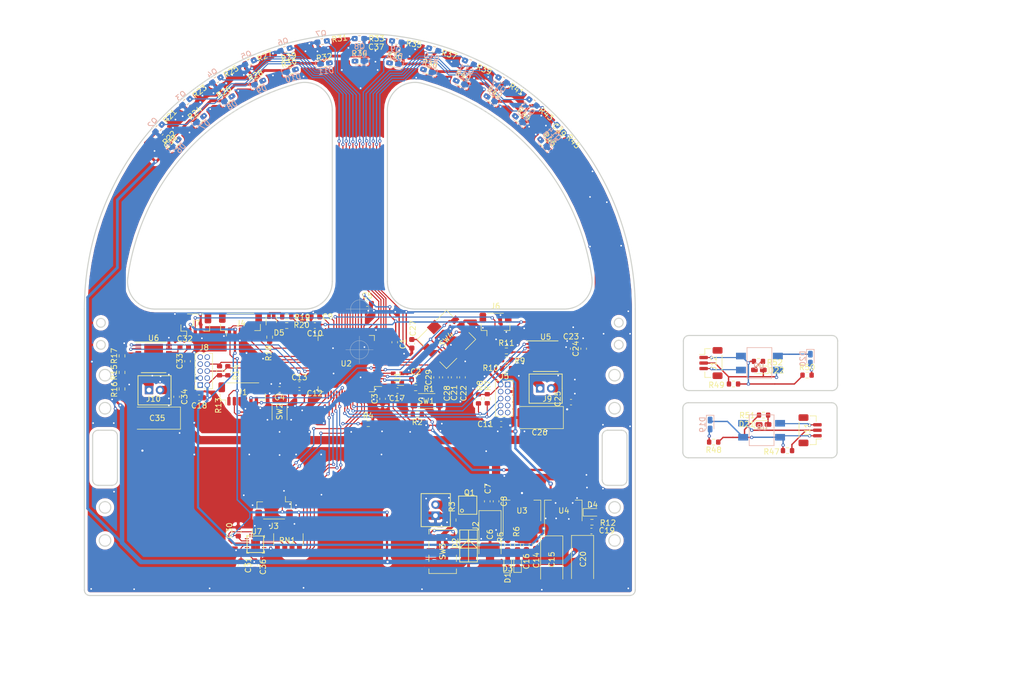
<source format=kicad_pcb>
(kicad_pcb (version 20171130) (host pcbnew "(5.1.9)-1")
  (layers (0 F.Cu signal) (31 B.Cu signal) (34 B.Paste user) (35 F.Paste user) (36 B.SilkS user) (37 F.SilkS user) (38 B.Mask user) (39 F.Mask user) (44 Edge.Cuts user))
  (net 0 "")
  (net 1 GND)
  (net 2 +3V3)
  (net 3 SW1)
  (net 4 NRST)
  (net 5 +BATT)
  (net 6 "Net-(C9-Pad1)")
  (net 7 +5V)
  (net 8 "Net-(C13-Pad2)")
  (net 9 R_sw4)
  (net 10 R_sw5)
  (net 11 "Net-(C23-Pad2)")
  (net 12 "Net-(C23-Pad1)")
  (net 13 "Net-(C24-Pad2)")
  (net 14 R_sw1)
  (net 15 R_sw2)
  (net 16 R_sw3)
  (net 17 "Net-(C32-Pad2)")
  (net 18 "Net-(C32-Pad1)")
  (net 19 "Net-(C33-Pad2)")
  (net 20 "Net-(C36-Pad1)")
  (net 21 "Net-(D1-Pad2)")
  (net 22 "Net-(D3-Pad2)")
  (net 23 "Net-(D4-Pad2)")
  (net 24 "Net-(D5-Pad4)")
  (net 25 "Net-(D5-Pad3)")
  (net 26 "Net-(D5-Pad2)")
  (net 27 "Net-(D6-Pad2)")
  (net 28 "Net-(D7-Pad2)")
  (net 29 "Net-(D8-Pad2)")
  (net 30 "Net-(D9-Pad2)")
  (net 31 "Net-(D10-Pad2)")
  (net 32 "Net-(D11-Pad2)")
  (net 33 "Net-(D12-Pad2)")
  (net 34 "Net-(D13-Pad2)")
  (net 35 "Net-(D14-Pad2)")
  (net 36 "Net-(D15-Pad2)")
  (net 37 "Net-(D16-Pad2)")
  (net 38 "Net-(D17-Pad2)")
  (net 39 "Net-(D18-Pad2)")
  (net 40 "Net-(D19-Pad2)")
  (net 41 "Net-(D19-Pad1)")
  (net 42 "Net-(D20-Pad2)")
  (net 43 "Net-(D20-Pad1)")
  (net 44 DEBAGGER_6)
  (net 45 DEBAGGER_4)
  (net 46 DEBAGGER_2)
  (net 47 "Net-(J2-Pad2)")
  (net 48 LCD_3)
  (net 49 LCD_2)
  (net 50 UART_5)
  (net 51 UART_4)
  (net 52 "Net-(J5-Pad10)")
  (net 53 "Net-(J5-Pad9)")
  (net 54 ENC1_8)
  (net 55 "Net-(J5-Pad7)")
  (net 56 ENC1_6)
  (net 57 "Net-(J5-Pad5)")
  (net 58 "Net-(J5-Pad4)")
  (net 59 "Net-(J5-Pad1)")
  (net 60 SIDE_SENSOR_R)
  (net 61 SIDE_SENSOR_L)
  (net 62 "Net-(J8-Pad10)")
  (net 63 "Net-(J8-Pad9)")
  (net 64 ENC2_8)
  (net 65 "Net-(J8-Pad7)")
  (net 66 ENC2_6)
  (net 67 "Net-(J8-Pad5)")
  (net 68 "Net-(J8-Pad4)")
  (net 69 "Net-(J8-Pad1)")
  (net 70 "Net-(J9-Pad2)")
  (net 71 "Net-(J9-Pad1)")
  (net 72 "Net-(J10-Pad2)")
  (net 73 "Net-(J10-Pad1)")
  (net 74 "Net-(J11-Pad3)")
  (net 75 "Net-(J11-Pad1)")
  (net 76 "Net-(J12-Pad3)")
  (net 77 "Net-(J12-Pad1)")
  (net 78 "Net-(Q1-Pad2)")
  (net 79 LINE_SENSOR1)
  (net 80 LINE_SENSOR2)
  (net 81 LINE_SENSOR3)
  (net 82 LINE_SENSOR4)
  (net 83 LINE_SENSOR5)
  (net 84 LINE_SENSOR6)
  (net 85 LINE_SENSOR7)
  (net 86 LINE_SENSOR8)
  (net 87 LINE_SENSOR9)
  (net 88 LINE_SENSOR10)
  (net 89 LINE_SENSOR11)
  (net 90 LINE_SENSOR12)
  (net 91 LINE_SENSOR13)
  (net 92 "Net-(R1-Pad1)")
  (net 93 "Net-(R4-Pad1)")
  (net 94 "Net-(R10-Pad1)")
  (net 95 "Net-(R11-Pad2)")
  (net 96 "Net-(R15-Pad2)")
  (net 97 "Net-(R17-Pad2)")
  (net 98 LED_ARGB2)
  (net 99 LED_ARGB3)
  (net 100 LED_ARGB4)
  (net 101 ICM_nCS)
  (net 102 ICM_SDO)
  (net 103 ICM_SDA)
  (net 104 ICM_SCL)
  (net 105 CLOCK)
  (net 106 "Net-(U1-Pad1)")
  (net 107 "Net-(U2-Pad50)")
  (net 108 "Net-(U2-Pad45)")
  (net 109 DRV2_IN2)
  (net 110 DRV1_IN2)
  (net 111 "Net-(U2-Pad40)")
  (net 112 DRV2_IN1)
  (net 113 DRV1_IN1)
  (net 114 "Net-(U5-Pad6)")
  (net 115 "Net-(U6-Pad6)")
  (net 116 "Net-(U7-Pad16)")
  (net 117 "Net-(U7-Pad11)")
  (net 118 "Net-(U7-Pad1)")
  (net 119 "Net-(U7-Pad6)")
  (net 120 "Net-(U7-Pad12)")
  (net 121 "Net-(U7-Pad5)")
  (net 122 "Net-(U7-Pad17)")
  (net 123 "Net-(U7-Pad4)")
  (net 124 "Net-(U7-Pad21)")
  (net 125 "Net-(U7-Pad2)")
  (net 126 "Net-(U7-Pad7)")
  (net 127 "Net-(U7-Pad20)")
  (net 128 "Net-(U7-Pad15)")
  (net 129 "Net-(U7-Pad14)")
  (net 130 "Net-(U7-Pad3)")
  (net 131 "Net-(U7-Pad19)")
  (net 132 "Net-(SW3-Pad3)")
  (net 133 "Net-(U2-Pad36)")
  (net 134 "Net-(U2-Pad37)")
  (net 135 "Net-(U2-Pad2)")
  (net 136 "Net-(U2-Pad30)")
  (net 137 "Net-(C38-Pad1)")
  (net 138 "Net-(D21-Pad2)")
  (net 139 "Net-(D21-Pad1)")
  (net 140 "Net-(D22-Pad2)")
  (net 141 "Net-(D22-Pad1)")
  (module Resistor_SMD:R_0603_1608Metric (layer F.Cu) (at 182.925 109.4)
    (fp_text reference R52 (at 2.975 0.2) (layer F.SilkS))
    (fp_text value 66)
    (pad 2 smd roundrect (at 0.825 0) (size 0.8 0.95) (layers F.Cu F.Paste F.Mask) (net 140 "Net-(D22-Pad2)"))
    (pad 1 smd roundrect (at -0.825 0) (size 0.8 0.95) (layers F.Cu F.Paste F.Mask) (net 77 "Net-(J12-Pad1)"))
  )
  (module Resistor_SMD:R_0603_1608Metric (layer F.Cu) (at 183.85 119.15)
    (fp_text reference R51 (at -2.95 0.05) (layer F.SilkS))
    (fp_text value 66)
    (pad 2 smd roundrect (at 0.825 0) (size 0.8 0.95) (layers F.Cu F.Paste F.Mask) (net 138 "Net-(D21-Pad2)"))
    (pad 1 smd roundrect (at -0.825 0) (size 0.8 0.95) (layers F.Cu F.Paste F.Mask) (net 75 "Net-(J11-Pad1)"))
  )
  (module LED_SMD:LED_0603_1608Metric_Castellated (layer F.Cu) (at 183 110.95 180)
    (fp_text reference D22 (at -3.2 -0.09) (layer F.SilkS))
    (fp_text value LED_ALT)
    (pad 2 smd roundrect (at 0.8125 0 180) (size 1.225 0.85) (layers F.Cu F.Paste F.Mask) (net 140 "Net-(D22-Pad2)"))
    (pad 1 smd roundrect (at -0.8125 0 180) (size 1.225 0.85) (layers F.Cu F.Paste F.Mask) (net 141 "Net-(D22-Pad1)"))
  )
  (module LED_SMD:LED_0603_1608Metric_Castellated (layer F.Cu) (at 183.85 120.85)
    (fp_text reference D21 (at -3.05 -0.05) (layer F.SilkS))
    (fp_text value LED_ALT)
    (pad 2 smd roundrect (at 0.8125 0) (size 1.225 0.85) (layers F.Cu F.Paste F.Mask) (net 138 "Net-(D21-Pad2)"))
    (pad 1 smd roundrect (at -0.8125 0) (size 1.225 0.85) (layers F.Cu F.Paste F.Mask) (net 139 "Net-(D21-Pad1)"))
  )
  (module Connector_JST:JST_SH_BM03B-SRSS-TB_1x03-1MP_P1.00mm_Vertical (layer F.Cu) (at 174.3 109.7 270)
    (fp_text reference J12 (at 0 -0.5 90) (layer F.SilkS))
    (fp_text value side_snsor_R)
    (pad MP smd roundrect (at 2.3 -1.2 270) (size 1.2 1.8) (layers F.Cu F.Paste F.Mask) (roundrect_rratio 0.208333))
    (pad MP smd roundrect (at -2.3 -1.2 270) (size 1.2 1.8) (layers F.Cu F.Paste F.Mask) (roundrect_rratio 0.208333))
    (pad 3 smd roundrect (at 1 1.325 270) (size 0.6 1.55) (layers F.Cu F.Paste F.Mask) (net 1 GND))
    (pad 2 smd roundrect (at 0 1.325 270) (size 0.6 1.55) (layers F.Cu F.Paste F.Mask) (net 141 "Net-(D22-Pad1)"))
    (pad 1 smd roundrect (at -1 1.325 270) (size 0.6 1.55) (layers F.Cu F.Paste F.Mask) (net 77 "Net-(J12-Pad1)"))
  )
  (module Connector_JST:JST_SH_BM03B-SRSS-TB_1x03-1MP_P1.00mm_Vertical (layer F.Cu) (at 192.3 121.9 90)
    (fp_text reference J11 (at 0 -0.5 90) (layer F.SilkS))
    (fp_text value side_snsor_L)
    (pad MP smd roundrect (at 2.3 -1.2 90) (size 1.2 1.8) (layers F.Cu F.Paste F.Mask) (roundrect_rratio 0.208333))
    (pad MP smd roundrect (at -2.3 -1.2 90) (size 1.2 1.8) (layers F.Cu F.Paste F.Mask) (roundrect_rratio 0.208333))
    (pad 3 smd roundrect (at 1 1.325 90) (size 0.6 1.55) (layers F.Cu F.Paste F.Mask) (net 1 GND))
    (pad 2 smd roundrect (at 0 1.325 90) (size 0.6 1.55) (layers F.Cu F.Paste F.Mask) (net 139 "Net-(D21-Pad1)"))
    (pad 1 smd roundrect (at -1 1.325 90) (size 0.6 1.55) (layers F.Cu F.Paste F.Mask) (net 75 "Net-(J11-Pad1)"))
  )
  (module Connector_JST:JST_SH_BM03B-SRSS-TB_1x03-1MP_P1.00mm_Vertical (layer F.Cu) (at 135.2 102.675)
    (fp_text reference J6 (at 0 -3.3) (layer F.SilkS))
    (fp_text value side_snsor_R)
    (pad MP smd roundrect (at 2.3 -1.2) (size 1.2 1.8) (layers F.Cu F.Paste F.Mask) (roundrect_rratio 0.208333))
    (pad MP smd roundrect (at -2.3 -1.2) (size 1.2 1.8) (layers F.Cu F.Paste F.Mask) (roundrect_rratio 0.208333))
    (pad 3 smd roundrect (at 1 1.325) (size 0.6 1.55) (layers F.Cu F.Paste F.Mask) (net 1 GND))
    (pad 2 smd roundrect (at 0 1.325) (size 0.6 1.55) (layers F.Cu F.Paste F.Mask) (net 60 SIDE_SENSOR_R))
    (pad 1 smd roundrect (at -1 1.325) (size 0.6 1.55) (layers F.Cu F.Paste F.Mask) (net 7 +5V))
  )
  (module Footprint:PA_2pin (layer F.Cu) (at 127.3 139.4 90)
    (fp_text reference J2 (at 0.1 4.3 90) (layer F.SilkS))
    (fp_text value Conn_01x02)
    (pad 2 thru_hole circle (at 4 -3 90) (size 1.524 1.524) (drill 0.85) (layers *.Cu *.Mask) (net 47 "Net-(J2-Pad2)"))
    (pad 1 thru_hole rect (at 2 -3 90) (size 1.524 1.524) (drill 0.85) (layers *.Cu *.Mask) (net 1 GND))
  )
  (module Resistor_SMD:R_Array_Convex_4x1206 (layer F.Cu) (at 97.6 141.7 270)
    (fp_text reference RN1 (at 0.2 0.2) (layer F.SilkS))
    (fp_text value R_Pack04)
    (pad 6 smd rect (at 1.5 0.66 270) (size 0.9 0.9) (layers F.Cu F.Paste F.Mask) (net 104 ICM_SCL))
    (pad 5 smd rect (at 1.5 2 270) (size 0.9 0.9) (layers F.Cu F.Paste F.Mask) (net 101 ICM_nCS))
    (pad 8 smd rect (at 1.5 -2 270) (size 0.9 0.9) (layers F.Cu F.Paste F.Mask) (net 102 ICM_SDO))
    (pad 7 smd rect (at 1.5 -0.66 270) (size 0.9 0.9) (layers F.Cu F.Paste F.Mask) (net 103 ICM_SDA))
    (pad 3 smd rect (at -1.5 0.66 270) (size 0.9 0.9) (layers F.Cu F.Paste F.Mask) (net 2 +3V3))
    (pad 2 smd rect (at -1.5 -0.66 270) (size 0.9 0.9) (layers F.Cu F.Paste F.Mask) (net 2 +3V3))
    (pad 4 smd rect (at -1.5 2 270) (size 0.9 0.9) (layers F.Cu F.Paste F.Mask) (net 2 +3V3))
    (pad 1 smd rect (at -1.5 -2 270) (size 0.9 0.9) (layers F.Cu F.Paste F.Mask) (net 2 +3V3))
  )
  (module Package_QFP:LQFP-64_10x10mm_P0.5mm (layer F.Cu) (at 108.1 109.8 180)
    (fp_text reference U2 (at 0 0) (layer F.SilkS))
    (fp_text value STM32F405RGTx)
    (pad 64 smd roundrect (at -3.75 -5.675 180) (size 0.3 1.55) (layers F.Cu F.Paste F.Mask) (net 2 +3V3))
    (pad 63 smd roundrect (at -3.25 -5.675 180) (size 0.3 1.55) (layers F.Cu F.Paste F.Mask) (net 1 GND))
    (pad 62 smd roundrect (at -2.75 -5.675 180) (size 0.3 1.55) (layers F.Cu F.Paste F.Mask) (net 49 LCD_2))
    (pad 61 smd roundrect (at -2.25 -5.675 180) (size 0.3 1.55) (layers F.Cu F.Paste F.Mask) (net 48 LCD_3))
    (pad 60 smd roundrect (at -1.75 -5.675 180) (size 0.3 1.55) (layers F.Cu F.Paste F.Mask) (net 93 "Net-(R4-Pad1)"))
    (pad 59 smd roundrect (at -1.25 -5.675 180) (size 0.3 1.55) (layers F.Cu F.Paste F.Mask) (net 113 DRV1_IN1))
    (pad 58 smd roundrect (at -0.75 -5.675 180) (size 0.3 1.55) (layers F.Cu F.Paste F.Mask) (net 110 DRV1_IN2))
    (pad 57 smd roundrect (at -0.25 -5.675 180) (size 0.3 1.55) (layers F.Cu F.Paste F.Mask) (net 56 ENC1_6))
    (pad 56 smd roundrect (at 0.25 -5.675 180) (size 0.3 1.55) (layers F.Cu F.Paste F.Mask) (net 54 ENC1_8))
    (pad 55 smd roundrect (at 0.75 -5.675 180) (size 0.3 1.55) (layers F.Cu F.Paste F.Mask) (net 44 DEBAGGER_6))
    (pad 54 smd roundrect (at 1.25 -5.675 180) (size 0.3 1.55) (layers F.Cu F.Paste F.Mask) (net 101 ICM_nCS))
    (pad 53 smd roundrect (at 1.75 -5.675 180) (size 0.3 1.55) (layers F.Cu F.Paste F.Mask) (net 103 ICM_SDA))
    (pad 52 smd roundrect (at 2.25 -5.675 180) (size 0.3 1.55) (layers F.Cu F.Paste F.Mask) (net 102 ICM_SDO))
    (pad 51 smd roundrect (at 2.75 -5.675 180) (size 0.3 1.55) (layers F.Cu F.Paste F.Mask) (net 104 ICM_SCL))
    (pad 50 smd roundrect (at 3.25 -5.675 180) (size 0.3 1.55) (layers F.Cu F.Paste F.Mask) (net 107 "Net-(U2-Pad50)"))
    (pad 49 smd roundrect (at 3.75 -5.675 180) (size 0.3 1.55) (layers F.Cu F.Paste F.Mask) (net 46 DEBAGGER_2))
    (pad 48 smd roundrect (at 5.675 -3.75 180) (size 1.55 0.3) (layers F.Cu F.Paste F.Mask) (net 2 +3V3))
    (pad 47 smd roundrect (at 5.675 -3.25 180) (size 1.55 0.3) (layers F.Cu F.Paste F.Mask) (net 8 "Net-(C13-Pad2)"))
    (pad 46 smd roundrect (at 5.675 -2.75 180) (size 1.55 0.3) (layers F.Cu F.Paste F.Mask) (net 45 DEBAGGER_4))
    (pad 45 smd roundrect (at 5.675 -2.25 180) (size 1.55 0.3) (layers F.Cu F.Paste F.Mask) (net 108 "Net-(U2-Pad45)"))
    (pad 44 smd roundrect (at 5.675 -1.75 180) (size 1.55 0.3) (layers F.Cu F.Paste F.Mask) (net 109 DRV2_IN2))
    (pad 43 smd roundrect (at 5.675 -1.25 180) (size 1.55 0.3) (layers F.Cu F.Paste F.Mask) (net 112 DRV2_IN1))
    (pad 42 smd roundrect (at 5.675 -0.75 180) (size 1.55 0.3) (layers F.Cu F.Paste F.Mask) (net 66 ENC2_6))
    (pad 41 smd roundrect (at 5.675 -0.25 180) (size 1.55 0.3) (layers F.Cu F.Paste F.Mask) (net 64 ENC2_8))
    (pad 40 smd roundrect (at 5.675 0.25 180) (size 1.55 0.3) (layers F.Cu F.Paste F.Mask) (net 111 "Net-(U2-Pad40)"))
    (pad 39 smd roundrect (at 5.675 0.75 180) (size 1.55 0.3) (layers F.Cu F.Paste F.Mask) (net 51 UART_4))
    (pad 38 smd roundrect (at 5.675 1.25 180) (size 1.55 0.3) (layers F.Cu F.Paste F.Mask) (net 50 UART_5))
    (pad 37 smd roundrect (at 5.675 1.75 180) (size 1.55 0.3) (layers F.Cu F.Paste F.Mask) (net 134 "Net-(U2-Pad37)"))
    (pad 36 smd roundrect (at 5.675 2.25 180) (size 1.55 0.3) (layers F.Cu F.Paste F.Mask) (net 133 "Net-(U2-Pad36)"))
    (pad 35 smd roundrect (at 5.675 2.75 180) (size 1.55 0.3) (layers F.Cu F.Paste F.Mask) (net 98 LED_ARGB2))
    (pad 34 smd roundrect (at 5.675 3.25 180) (size 1.55 0.3) (layers F.Cu F.Paste F.Mask) (net 100 LED_ARGB4))
    (pad 33 smd roundrect (at 5.675 3.75 180) (size 1.55 0.3) (layers F.Cu F.Paste F.Mask) (net 99 LED_ARGB3))
    (pad 32 smd roundrect (at 3.75 5.675 180) (size 0.3 1.55) (layers F.Cu F.Paste F.Mask) (net 2 +3V3))
    (pad 31 smd roundrect (at 3.25 5.675 180) (size 0.3 1.55) (layers F.Cu F.Paste F.Mask) (net 6 "Net-(C9-Pad1)"))
    (pad 30 smd roundrect (at 2.75 5.675 180) (size 0.3 1.55) (layers F.Cu F.Paste F.Mask) (net 136 "Net-(U2-Pad30)"))
    (pad 29 smd roundrect (at 2.25 5.675 180) (size 0.3 1.55) (layers F.Cu F.Paste F.Mask) (net 61 SIDE_SENSOR_L))
    (pad 28 smd roundrect (at 1.75 5.675 180) (size 0.3 1.55) (layers F.Cu F.Paste F.Mask) (net 60 SIDE_SENSOR_R))
    (pad 27 smd roundrect (at 1.25 5.675 180) (size 0.3 1.55) (layers F.Cu F.Paste F.Mask) (net 79 LINE_SENSOR1))
    (pad 26 smd roundrect (at 0.75 5.675 180) (size 0.3 1.55) (layers F.Cu F.Paste F.Mask) (net 80 LINE_SENSOR2))
    (pad 25 smd roundrect (at 0.25 5.675 180) (size 0.3 1.55) (layers F.Cu F.Paste F.Mask) (net 81 LINE_SENSOR3))
    (pad 24 smd roundrect (at -0.25 5.675 180) (size 0.3 1.55) (layers F.Cu F.Paste F.Mask) (net 82 LINE_SENSOR4))
    (pad 23 smd roundrect (at -0.75 5.675 180) (size 0.3 1.55) (layers F.Cu F.Paste F.Mask) (net 83 LINE_SENSOR5))
    (pad 22 smd roundrect (at -1.25 5.675 180) (size 0.3 1.55) (layers F.Cu F.Paste F.Mask) (net 84 LINE_SENSOR6))
    (pad 21 smd roundrect (at -1.75 5.675 180) (size 0.3 1.55) (layers F.Cu F.Paste F.Mask) (net 85 LINE_SENSOR7))
    (pad 20 smd roundrect (at -2.25 5.675 180) (size 0.3 1.55) (layers F.Cu F.Paste F.Mask) (net 86 LINE_SENSOR8))
    (pad 19 smd roundrect (at -2.75 5.675 180) (size 0.3 1.55) (layers F.Cu F.Paste F.Mask) (net 2 +3V3))
    (pad 18 smd roundrect (at -3.25 5.675 180) (size 0.3 1.55) (layers F.Cu F.Paste F.Mask) (net 1 GND))
    (pad 17 smd roundrect (at -3.75 5.675 180) (size 0.3 1.55) (layers F.Cu F.Paste F.Mask) (net 87 LINE_SENSOR9))
    (pad 16 smd roundrect (at -5.675 3.75 180) (size 1.55 0.3) (layers F.Cu F.Paste F.Mask) (net 88 LINE_SENSOR10))
    (pad 15 smd roundrect (at -5.675 3.25 180) (size 1.55 0.3) (layers F.Cu F.Paste F.Mask) (net 89 LINE_SENSOR11))
    (pad 14 smd roundrect (at -5.675 2.75 180) (size 1.55 0.3) (layers F.Cu F.Paste F.Mask) (net 90 LINE_SENSOR12))
    (pad 13 smd roundrect (at -5.675 2.25 180) (size 1.55 0.3) (layers F.Cu F.Paste F.Mask) (net 2 +3V3))
    (pad 12 smd roundrect (at -5.675 1.75 180) (size 1.55 0.3) (layers F.Cu F.Paste F.Mask) (net 1 GND))
    (pad 11 smd roundrect (at -5.675 1.25 180) (size 1.55 0.3) (layers F.Cu F.Paste F.Mask) (net 91 LINE_SENSOR13))
    (pad 10 smd roundrect (at -5.675 0.75 180) (size 1.55 0.3) (layers F.Cu F.Paste F.Mask) (net 14 R_sw1))
    (pad 9 smd roundrect (at -5.675 0.25 180) (size 1.55 0.3) (layers F.Cu F.Paste F.Mask) (net 15 R_sw2))
    (pad 8 smd roundrect (at -5.675 -0.25 180) (size 1.55 0.3) (layers F.Cu F.Paste F.Mask) (net 16 R_sw3))
    (pad 7 smd roundrect (at -5.675 -0.75 180) (size 1.55 0.3) (layers F.Cu F.Paste F.Mask) (net 4 NRST))
    (pad 6 smd roundrect (at -5.675 -1.25 180) (size 1.55 0.3) (layers F.Cu F.Paste F.Mask) (net 9 R_sw4))
    (pad 5 smd roundrect (at -5.675 -1.75 180) (size 1.55 0.3) (layers F.Cu F.Paste F.Mask) (net 105 CLOCK))
    (pad 4 smd roundrect (at -5.675 -2.25 180) (size 1.55 0.3) (layers F.Cu F.Paste F.Mask) (net 10 R_sw5))
    (pad 3 smd roundrect (at -5.675 -2.75 180) (size 1.55 0.3) (layers F.Cu F.Paste F.Mask) (net 3 SW1))
    (pad 2 smd roundrect (at -5.675 -3.25 180) (size 1.55 0.3) (layers F.Cu F.Paste F.Mask) (net 135 "Net-(U2-Pad2)"))
    (pad 1 smd roundrect (at -5.675 -3.75 180) (size 1.55 0.3) (layers F.Cu F.Paste F.Mask) (net 2 +3V3))
  )
  (module Resistor_SMD:R_0603_1608Metric (layer F.Cu) (at 104.237211 55.337937 8)
    (fp_text reference R32 (at 0.022495 -1.145959 8) (layer F.SilkS))
    (fp_text value 66)
    (pad 2 smd roundrect (at 0.825 0 8) (size 0.8 0.95) (layers F.Cu F.Paste F.Mask) (net 32 "Net-(D11-Pad2)"))
    (pad 1 smd roundrect (at -0.825 0 8) (size 0.8 0.95) (layers F.Cu F.Paste F.Mask) (net 2 +3V3))
  )
  (module LED_SMD:LED_0603_1608Metric_Castellated (layer B.Cu) (at 104.237211 55.337937 8)
    (fp_text reference D11 (at 0 1.38 8) (layer B.SilkS) (effects (justify mirror)))
    (fp_text value LED_ALT)
    (pad 2 smd roundrect (at 0.8125 0 8) (size 1.225 0.85) (layers B.Cu B.Paste B.Mask) (net 32 "Net-(D11-Pad2)"))
    (pad 1 smd roundrect (at -0.8125 0 8) (size 1.225 0.85) (layers B.Cu B.Paste B.Mask) (net 1 GND))
  )
  (module Resistor_SMD:R_0603_1608Metric (layer F.Cu) (at 110.5 50.8 180)
    (fp_text reference R33 (at -3.1 0) (layer F.SilkS))
    (fp_text value 10K)
    (pad 2 smd roundrect (at 0.825 0 180) (size 0.8 0.95) (layers F.Cu F.Paste F.Mask) (net 85 LINE_SENSOR7))
    (pad 1 smd roundrect (at -0.825 0 180) (size 0.8 0.95) (layers F.Cu F.Paste F.Mask) (net 2 +3V3))
  )
  (module Capacitor_Tantalum_SMD:CP_EIA-7132-20_AVX-U (layer F.Cu) (at 145.4 145.375 270)
    (fp_text reference C15 (at 0 0 90) (layer F.SilkS))
    (fp_text value 100μF)
    (pad 2 smd roundrect (at 2.775 0 270) (size 2.55 3.5) (layers F.Cu F.Paste F.Mask) (roundrect_rratio 0.098039) (net 1 GND))
    (pad 1 smd roundrect (at -2.775 0 270) (size 2.55 3.5) (layers F.Cu F.Paste F.Mask) (roundrect_rratio 0.098039) (net 7 +5V))
  )
  (module Package_TO_SOT_SMD:SOT-223-3_TabPin2 (layer F.Cu) (at 147.5 136.5 90)
    (fp_text reference U4 (at 0 0.1 180) (layer F.SilkS))
    (fp_text value 3_terminal_regulator)
    (pad 1 smd rect (at -3.15 -2.3 90) (size 2 1.5) (layers F.Cu F.Paste F.Mask) (net 7 +5V))
    (pad 3 smd rect (at -3.15 2.3 90) (size 2 1.5) (layers F.Cu F.Paste F.Mask) (net 2 +3V3))
    (pad 2 smd rect (at -3.15 0 90) (size 2 1.5) (layers F.Cu F.Paste F.Mask) (net 1 GND))
    (pad 2 smd rect (at 3.15 0 90) (size 2 3.8) (layers F.Cu F.Paste F.Mask) (net 1 GND))
  )
  (module Capacitor_Tantalum_SMD:CP_EIA-7132-20_AVX-U (layer F.Cu) (at 134.2 140.8 270)
    (fp_text reference C6 (at 0 0 90) (layer F.SilkS))
    (fp_text value 100μF)
    (pad 2 smd roundrect (at 2.775 0 270) (size 2.55 3.5) (layers F.Cu F.Paste F.Mask) (roundrect_rratio 0.098039) (net 1 GND))
    (pad 1 smd roundrect (at -2.775 0 270) (size 2.55 3.5) (layers F.Cu F.Paste F.Mask) (roundrect_rratio 0.098039) (net 5 +BATT))
  )
  (module Footprint:SSSS213202 (layer F.Cu) (at 125.6 143.9 90)
    (fp_text reference SW3 (at 0 0 90) (layer F.SilkS))
    (fp_text value SW_DPDT_x2)
    (pad 3 smd rect (at 2.5 2.15 90) (size 1.2 1.5) (layers F.Cu F.Paste F.Mask) (net 132 "Net-(SW3-Pad3)"))
    (pad "" smd rect (at 0 2.15 90) (size 1.2 1.5) (layers F.Cu F.Paste F.Mask))
    (pad 1 smd rect (at -2.5 2.15 90) (size 1.2 1.5) (layers F.Cu F.Paste F.Mask) (net 1 GND))
    (pad 3 smd rect (at 2.5 -2.15 90) (size 1.2 1.5) (layers F.Cu F.Paste F.Mask) (net 132 "Net-(SW3-Pad3)"))
    (pad 2 smd rect (at 0 -2.15 90) (size 1.2 1.5) (layers F.Cu F.Paste F.Mask) (net 78 "Net-(Q1-Pad2)"))
    (pad 1 smd rect (at -2.5 -2.15 90) (size 1.2 1.5) (layers F.Cu F.Paste F.Mask) (net 1 GND))
  )
  (module Footprint:uPA2815T1S (layer F.Cu) (at 129.2 136.8)
    (fp_text reference Q1 (at 1.27 -3.56) (layer F.SilkS))
    (fp_text value BS170)
    (pad 3 smd rect (at 2.85 -1.3 90) (size 0.33 1.2) (layers F.Cu F.Paste F.Mask) (net 5 +BATT))
    (pad 3 smd rect (at -0.95 -1.3 90) (size 0.33 1.2) (layers F.Cu F.Paste F.Mask) (net 5 +BATT))
    (pad 3 smd rect (at -0.05 -3.4) (size 0.33 1.2) (layers F.Cu F.Paste F.Mask) (net 5 +BATT))
    (pad 3 smd rect (at 0.65 -3.4) (size 0.33 1.2) (layers F.Cu F.Paste F.Mask) (net 5 +BATT))
    (pad 3 smd rect (at 1.3 -3.4) (size 0.33 1.2) (layers F.Cu F.Paste F.Mask) (net 5 +BATT))
    (pad 3 smd rect (at 1.95 -3.4) (size 0.33 1.2) (layers F.Cu F.Paste F.Mask) (net 5 +BATT))
    (pad 2 smd rect (at 1.95 0.9) (size 0.33 1.3) (layers F.Cu F.Paste F.Mask) (net 78 "Net-(Q1-Pad2)"))
    (pad 1 smd rect (at 1.3 0.9) (size 0.33 1.3) (layers F.Cu F.Paste F.Mask) (net 47 "Net-(J2-Pad2)"))
    (pad 1 smd rect (at 0.65 0.9) (size 0.33 1.3) (layers F.Cu F.Paste F.Mask) (net 47 "Net-(J2-Pad2)"))
    (pad 1 smd rect (at 0 0.9) (size 0.33 1.3) (layers F.Cu F.Paste F.Mask) (net 47 "Net-(J2-Pad2)"))
  )
  (module Footprint:S7136 (layer B.Cu) (at 183.1 109.7 180)
    (fp_text reference U9 (at 0.1 -0.55) (layer B.SilkS) (effects (justify mirror)))
    (fp_text value S7136)
    (pad 4 smd rect (at 3.35 -1.27 180) (size 1.8 1.2) (layers B.Cu B.Paste B.Mask) (net 76 "Net-(J12-Pad3)"))
    (pad 3 smd rect (at -3.35 -1.27 180) (size 1.8 1.2) (layers B.Cu B.Paste B.Mask) (net 141 "Net-(D22-Pad1)"))
    (pad 2 smd rect (at 3.35 1.27 180) (size 1.8 1.2) (layers B.Cu B.Paste B.Mask) (net 77 "Net-(J12-Pad1)"))
    (pad 1 smd rect (at -3.35 1.27 180) (size 1.8 1.2) (layers B.Cu B.Paste B.Mask) (net 43 "Net-(D20-Pad1)"))
  )
  (module Footprint:S7136 (layer B.Cu) (at 183.5 121.9)
    (fp_text reference U8 (at 0.1 -0.55) (layer B.SilkS) (effects (justify mirror)))
    (fp_text value S7136)
    (pad 4 smd rect (at 3.35 -1.27) (size 1.8 1.2) (layers B.Cu B.Paste B.Mask) (net 74 "Net-(J11-Pad3)"))
    (pad 3 smd rect (at -3.35 -1.27) (size 1.8 1.2) (layers B.Cu B.Paste B.Mask) (net 139 "Net-(D21-Pad1)"))
    (pad 2 smd rect (at 3.35 1.27) (size 1.8 1.2) (layers B.Cu B.Paste B.Mask) (net 75 "Net-(J11-Pad1)"))
    (pad 1 smd rect (at -3.35 1.27) (size 1.8 1.2) (layers B.Cu B.Paste B.Mask) (net 41 "Net-(D19-Pad1)"))
  )
  (module Footprint:ICM20648 (layer F.Cu) (at 91.6 142.6 270)
    (fp_text reference U7 (at -2.3 -0.2 180) (layer F.SilkS))
    (fp_text value ICM20648)
    (pad "" smd rect (at 0.425 0.36 270) (size 0.875 0.8) (layers F.Cu F.Paste F.Mask))
    (pad "" smd rect (at 0.425 -0.44 270) (size 0.875 0.8) (layers F.Cu F.Paste F.Mask))
    (pad 19 smd rect (at 0.99 -1.65) (size 0.7 0.2) (layers F.Cu F.Paste F.Mask) (net 131 "Net-(U7-Pad19)"))
    (pad 3 smd rect (at -1.57 -0.24 270) (size 0.8 0.2) (layers F.Cu F.Paste F.Mask) (net 130 "Net-(U7-Pad3)"))
    (pad 22 smd rect (at -0.21 -1.6) (size 0.8 0.2) (layers F.Cu F.Paste F.Mask) (net 101 ICM_nCS))
    (pad 18 smd rect (at 1.6 -1.04 270) (size 0.7 0.2) (layers F.Cu F.Paste F.Mask) (net 1 GND))
    (pad 14 smd rect (at 1.55 0.56 270) (size 0.8 0.2) (layers F.Cu F.Paste F.Mask) (net 129 "Net-(U7-Pad14)"))
    (pad 15 smd rect (at 1.55 0.16 270) (size 0.8 0.2) (layers F.Cu F.Paste F.Mask) (net 128 "Net-(U7-Pad15)"))
    (pad 20 smd rect (at 0.59 -1.6) (size 0.8 0.2) (layers F.Cu F.Paste F.Mask) (net 127 "Net-(U7-Pad20)"))
    (pad 7 smd rect (at -1.01 1.57) (size 0.7 0.2) (layers F.Cu F.Paste F.Mask) (net 126 "Net-(U7-Pad7)"))
    (pad 2 smd rect (at -1.57 -0.64 270) (size 0.8 0.2) (layers F.Cu F.Paste F.Mask) (net 125 "Net-(U7-Pad2)"))
    (pad "" smd rect (at -0.445 0.36 270) (size 0.875 0.8) (layers F.Cu F.Paste F.Mask))
    (pad 8 smd rect (at -0.61 1.52) (size 0.8 0.2) (layers F.Cu F.Paste F.Mask) (net 2 +3V3))
    (pad 21 smd rect (at 0.19 -1.6) (size 0.8 0.2) (layers F.Cu F.Paste F.Mask) (net 124 "Net-(U7-Pad21)"))
    (pad 4 smd rect (at -1.57 0.16 270) (size 0.8 0.2) (layers F.Cu F.Paste F.Mask) (net 123 "Net-(U7-Pad4)"))
    (pad 24 smd rect (at -1.01 -1.65) (size 0.7 0.2) (layers F.Cu F.Paste F.Mask) (net 103 ICM_SDA))
    (pad 17 smd rect (at 1.55 -0.64 270) (size 0.8 0.2) (layers F.Cu F.Paste F.Mask) (net 122 "Net-(U7-Pad17)"))
    (pad 10 smd rect (at 0.19 1.52) (size 0.8 0.2) (layers F.Cu F.Paste F.Mask) (net 20 "Net-(C36-Pad1)"))
    (pad 5 smd rect (at -1.57 0.56 270) (size 0.8 0.2) (layers F.Cu F.Paste F.Mask) (net 121 "Net-(U7-Pad5)"))
    (pad 12 smd rect (at 0.99 1.57) (size 0.7 0.2) (layers F.Cu F.Paste F.Mask) (net 120 "Net-(U7-Pad12)"))
    (pad 6 smd rect (at -1.62 0.96 270) (size 0.7 0.2) (layers F.Cu F.Paste F.Mask) (net 119 "Net-(U7-Pad6)"))
    (pad 1 smd rect (at -1.62 -1.04 270) (size 0.7 0.2) (layers F.Cu F.Paste F.Mask) (net 118 "Net-(U7-Pad1)"))
    (pad 13 smd rect (at 1.6 0.96 270) (size 0.7 0.2) (layers F.Cu F.Paste F.Mask) (net 2 +3V3))
    (pad 11 smd rect (at 0.59 1.52) (size 0.8 0.2) (layers F.Cu F.Paste F.Mask) (net 117 "Net-(U7-Pad11)"))
    (pad 16 smd rect (at 1.55 -0.24 270) (size 0.8 0.2) (layers F.Cu F.Paste F.Mask) (net 116 "Net-(U7-Pad16)"))
    (pad "" smd rect (at -0.445 -0.44 270) (size 0.875 0.8) (layers F.Cu F.Paste F.Mask))
    (pad 9 smd rect (at -0.21 1.52) (size 0.8 0.2) (layers F.Cu F.Paste F.Mask) (net 102 ICM_SDO))
    (pad 23 smd rect (at -0.61 -1.6) (size 0.8 0.2) (layers F.Cu F.Paste F.Mask) (net 104 ICM_SCL))
  )
  (module Package_SO:HTSSOP-16-1EP_4.4x5mm_P0.65mm_EP3.4x5mm (layer F.Cu) (at 73.1334 108.725)
    (fp_text reference U6 (at 0 -3.55) (layer F.SilkS))
    (fp_text value DRV8874_L)
    (pad 17 smd rect (at 0 0) (size 3.4 5) (layers F.Cu F.Mask))
    (pad 16 smd rect (at 2.775 -2.275) (size 1.05 0.45) (layers F.Cu F.Paste F.Mask) (net 1 GND))
    (pad 15 smd rect (at 2.775 -1.625) (size 1.05 0.45) (layers F.Cu F.Paste F.Mask) (net 1 GND))
    (pad 14 smd rect (at 2.775 -0.975) (size 1.05 0.45) (layers F.Cu F.Paste F.Mask) (net 17 "Net-(C32-Pad2)"))
    (pad 13 smd rect (at 2.775 -0.325) (size 1.05 0.45) (layers F.Cu F.Paste F.Mask) (net 18 "Net-(C32-Pad1)"))
    (pad 12 smd rect (at 2.775 0.325) (size 1.05 0.45) (layers F.Cu F.Paste F.Mask) (net 19 "Net-(C33-Pad2)"))
    (pad 11 smd rect (at 2.775 0.975) (size 1.05 0.45) (layers F.Cu F.Paste F.Mask) (net 5 +BATT))
    (pad 10 smd rect (at 2.775 1.625) (size 1.05 0.45) (layers F.Cu F.Paste F.Mask) (net 72 "Net-(J10-Pad2)"))
    (pad 9 smd rect (at 2.775 2.275) (size 1.05 0.45) (layers F.Cu F.Paste F.Mask) (net 1 GND))
    (pad 8 smd rect (at -2.775 2.275) (size 1.05 0.45) (layers F.Cu F.Paste F.Mask) (net 73 "Net-(J10-Pad1)"))
    (pad 7 smd rect (at -2.775 1.625) (size 1.05 0.45) (layers F.Cu F.Paste F.Mask) (net 1 GND))
    (pad 6 smd rect (at -2.775 0.975) (size 1.05 0.45) (layers F.Cu F.Paste F.Mask) (net 115 "Net-(U6-Pad6)"))
    (pad 5 smd rect (at -2.775 0.325) (size 1.05 0.45) (layers F.Cu F.Paste F.Mask) (net 96 "Net-(R15-Pad2)"))
    (pad 4 smd rect (at -2.775 -0.325) (size 1.05 0.45) (layers F.Cu F.Paste F.Mask) (net 97 "Net-(R17-Pad2)"))
    (pad 3 smd rect (at -2.775 -0.975) (size 1.05 0.45) (layers F.Cu F.Paste F.Mask) (net 97 "Net-(R17-Pad2)"))
    (pad 2 smd rect (at -2.775 -1.625) (size 1.05 0.45) (layers F.Cu F.Paste F.Mask) (net 109 DRV2_IN2))
    (pad 1 smd rect (at -2.775 -2.275) (size 1.05 0.45) (layers F.Cu F.Paste F.Mask) (net 112 DRV2_IN1))
  )
  (module Package_SO:HTSSOP-16-1EP_4.4x5mm_P0.65mm_EP3.4x5mm (layer F.Cu) (at 144.3 108.5)
    (fp_text reference U5 (at 0 -3.55) (layer F.SilkS))
    (fp_text value DRV8874_R)
    (pad 17 smd rect (at 0 0) (size 3.4 5) (layers F.Cu F.Mask))
    (pad 16 smd rect (at 2.775 -2.275) (size 1.05 0.45) (layers F.Cu F.Paste F.Mask) (net 1 GND))
    (pad 15 smd rect (at 2.775 -1.625) (size 1.05 0.45) (layers F.Cu F.Paste F.Mask) (net 1 GND))
    (pad 14 smd rect (at 2.775 -0.975) (size 1.05 0.45) (layers F.Cu F.Paste F.Mask) (net 11 "Net-(C23-Pad2)"))
    (pad 13 smd rect (at 2.775 -0.325) (size 1.05 0.45) (layers F.Cu F.Paste F.Mask) (net 12 "Net-(C23-Pad1)"))
    (pad 12 smd rect (at 2.775 0.325) (size 1.05 0.45) (layers F.Cu F.Paste F.Mask) (net 13 "Net-(C24-Pad2)"))
    (pad 11 smd rect (at 2.775 0.975) (size 1.05 0.45) (layers F.Cu F.Paste F.Mask) (net 5 +BATT))
    (pad 10 smd rect (at 2.775 1.625) (size 1.05 0.45) (layers F.Cu F.Paste F.Mask) (net 70 "Net-(J9-Pad2)"))
    (pad 9 smd rect (at 2.775 2.275) (size 1.05 0.45) (layers F.Cu F.Paste F.Mask) (net 1 GND))
    (pad 8 smd rect (at -2.775 2.275) (size 1.05 0.45) (layers F.Cu F.Paste F.Mask) (net 71 "Net-(J9-Pad1)"))
    (pad 7 smd rect (at -2.775 1.625) (size 1.05 0.45) (layers F.Cu F.Paste F.Mask) (net 1 GND))
    (pad 6 smd rect (at -2.775 0.975) (size 1.05 0.45) (layers F.Cu F.Paste F.Mask) (net 114 "Net-(U5-Pad6)"))
    (pad 5 smd rect (at -2.775 0.325) (size 1.05 0.45) (layers F.Cu F.Paste F.Mask) (net 94 "Net-(R10-Pad1)"))
    (pad 4 smd rect (at -2.775 -0.325) (size 1.05 0.45) (layers F.Cu F.Paste F.Mask) (net 95 "Net-(R11-Pad2)"))
    (pad 3 smd rect (at -2.775 -0.975) (size 1.05 0.45) (layers F.Cu F.Paste F.Mask) (net 95 "Net-(R11-Pad2)"))
    (pad 2 smd rect (at -2.775 -1.625) (size 1.05 0.45) (layers F.Cu F.Paste F.Mask) (net 110 DRV1_IN2))
    (pad 1 smd rect (at -2.775 -2.275) (size 1.05 0.45) (layers F.Cu F.Paste F.Mask) (net 113 DRV1_IN1))
  )
  (module Package_TO_SOT_SMD:SOT-223-3_TabPin2 (layer F.Cu) (at 140 136.5 90)
    (fp_text reference U3 (at 0 0 180) (layer F.SilkS))
    (fp_text value 3_terminal_regulator)
    (pad 1 smd rect (at -3.15 -2.3 90) (size 2 1.5) (layers F.Cu F.Paste F.Mask) (net 5 +BATT))
    (pad 3 smd rect (at -3.15 2.3 90) (size 2 1.5) (layers F.Cu F.Paste F.Mask) (net 7 +5V))
    (pad 2 smd rect (at -3.15 0 90) (size 2 1.5) (layers F.Cu F.Paste F.Mask) (net 1 GND))
    (pad 2 smd rect (at 3.15 0 90) (size 2 3.8) (layers F.Cu F.Paste F.Mask) (net 1 GND))
  )
  (module Oscillator:Oscillator_SMD_Abracon_ASDMB-4Pin_2.5x2.0mm (layer F.Cu) (at 117.4 112.4 90)
    (fp_text reference U1 (at 0.1 0 90) (layer F.SilkS))
    (fp_text value ASDMB-12MHz)
    (pad 4 smd rect (at -0.825 -0.775 90) (size 0.65 0.85) (layers F.Cu F.Paste F.Mask) (net 2 +3V3))
    (pad 3 smd rect (at 0.825 -0.775 90) (size 0.65 0.85) (layers F.Cu F.Paste F.Mask) (net 105 CLOCK))
    (pad 2 smd rect (at 0.825 0.775 90) (size 0.65 0.85) (layers F.Cu F.Paste F.Mask) (net 1 GND))
    (pad 1 smd rect (at -0.825 0.775 90) (size 0.65 0.85) (layers F.Cu F.Paste F.Mask) (net 106 "Net-(U1-Pad1)"))
  )
  (module Footprint:SKRHAAE010 (layer F.Cu) (at 126.3 105.4 45)
    (fp_text reference SW4 (at 0 0 45) (layer F.SilkS))
    (fp_text value SKRHAAE010)
    (pad 6 smd rect (at 3.575 1.425 45) (size 1.35 1) (layers F.Cu F.Paste F.Mask) (net 10 R_sw5))
    (pad 3 smd rect (at -3.575 1.425 45) (size 1.35 1) (layers F.Cu F.Paste F.Mask) (net 16 R_sw3))
    (pad 5 smd rect (at 3.575 0 45) (size 1.35 1) (layers F.Cu F.Paste F.Mask) (net 1 GND))
    (pad 2 smd rect (at -3.575 0 45) (size 1.35 1) (layers F.Cu F.Paste F.Mask) (net 15 R_sw2))
    (pad 4 smd rect (at 3.575 -1.425 45) (size 1.35 1) (layers F.Cu F.Paste F.Mask) (net 9 R_sw4))
    (pad 1 smd rect (at -3.575 -1.425 45) (size 1.35 1) (layers F.Cu F.Paste F.Mask) (net 14 R_sw1))
    (pad "" smd rect (at 0 -3.15 45) (size 2 1.8) (layers F.Cu F.Paste F.Mask))
    (pad "" smd rect (at 0 3.15 45) (size 2 1.8) (layers F.Cu F.Paste F.Mask))
  )
  (module Resistor_SMD:R_2010_5025Metric (layer F.Cu) (at 96 118.5 270)
    (fp_text reference SW2 (at 0 0 90) (layer F.SilkS))
    (fp_text value SW_Push)
    (pad 2 smd roundrect (at 2.3125 0 270) (size 1.225 2.65) (layers F.Cu F.Paste F.Mask) (roundrect_rratio 0.204082) (net 1 GND))
    (pad 1 smd roundrect (at -2.3125 0 270) (size 1.225 2.65) (layers F.Cu F.Paste F.Mask) (roundrect_rratio 0.204082) (net 4 NRST))
  )
  (module Resistor_SMD:R_2010_5025Metric (layer F.Cu) (at 122.7 116.6)
    (fp_text reference SW1 (at -0.1 0) (layer F.SilkS))
    (fp_text value SW_Push)
    (pad 2 smd roundrect (at 2.3125 0) (size 1.225 2.65) (layers F.Cu F.Paste F.Mask) (roundrect_rratio 0.204082) (net 1 GND))
    (pad 1 smd roundrect (at -2.3125 0) (size 1.225 2.65) (layers F.Cu F.Paste F.Mask) (roundrect_rratio 0.204082) (net 92 "Net-(R1-Pad1)"))
  )
  (module Resistor_SMD:R_0603_1608Metric (layer F.Cu) (at 191.75 111.9)
    (fp_text reference R50 (at 0 -1.43) (layer F.SilkS))
    (fp_text value 62)
    (pad 2 smd roundrect (at 0.825 0) (size 0.8 0.95) (layers F.Cu F.Paste F.Mask) (net 42 "Net-(D20-Pad2)"))
    (pad 1 smd roundrect (at -0.825 0) (size 0.8 0.95) (layers F.Cu F.Paste F.Mask) (net 77 "Net-(J12-Pad1)"))
  )
  (module Resistor_SMD:R_0603_1608Metric (layer F.Cu) (at 178.4 113.5 180)
    (fp_text reference R49 (at 3.1 -0.2) (layer F.SilkS))
    (fp_text value 10K)
    (pad 2 smd roundrect (at 0.825 0 180) (size 0.8 0.95) (layers F.Cu F.Paste F.Mask) (net 141 "Net-(D22-Pad1)"))
    (pad 1 smd roundrect (at -0.825 0 180) (size 0.8 0.95) (layers F.Cu F.Paste F.Mask) (net 77 "Net-(J12-Pad1)"))
  )
  (module Resistor_SMD:R_0603_1608Metric (layer F.Cu) (at 174.8 124.05 180)
    (fp_text reference R48 (at 0 -1.43) (layer F.SilkS))
    (fp_text value 62)
    (pad 2 smd roundrect (at 0.825 0 180) (size 0.8 0.95) (layers F.Cu F.Paste F.Mask) (net 40 "Net-(D19-Pad2)"))
    (pad 1 smd roundrect (at -0.825 0 180) (size 0.8 0.95) (layers F.Cu F.Paste F.Mask) (net 75 "Net-(J11-Pad1)"))
  )
  (module Resistor_SMD:R_0603_1608Metric (layer F.Cu) (at 188.2 125.6)
    (fp_text reference R47 (at -2.9 0.2) (layer F.SilkS))
    (fp_text value 10K)
    (pad 2 smd roundrect (at 0.825 0) (size 0.8 0.95) (layers F.Cu F.Paste F.Mask) (net 139 "Net-(D21-Pad1)"))
    (pad 1 smd roundrect (at -0.825 0) (size 0.8 0.95) (layers F.Cu F.Paste F.Mask) (net 75 "Net-(J11-Pad1)"))
  )
  (module Resistor_SMD:R_0603_1608Metric (layer F.Cu) (at 143.941517 69.789123 132)
    (fp_text reference R46 (at -0.196145 1.247719 132) (layer F.SilkS))
    (fp_text value 66)
    (pad 2 smd roundrect (at 0.825 0 132) (size 0.8 0.95) (layers F.Cu F.Paste F.Mask) (net 39 "Net-(D18-Pad2)"))
    (pad 1 smd roundrect (at -0.825 0 132) (size 0.8 0.95) (layers F.Cu F.Paste F.Mask) (net 2 +3V3))
  )
  (module Resistor_SMD:R_0603_1608Metric (layer F.Cu) (at 146.95662 67.159767 132)
    (fp_text reference R45 (at -3.307159 0.175549 132) (layer F.SilkS))
    (fp_text value 10K)
    (pad 2 smd roundrect (at 0.825 0 132) (size 0.8 0.95) (layers F.Cu F.Paste F.Mask) (net 91 LINE_SENSOR13))
    (pad 1 smd roundrect (at -0.825 0 132) (size 0.8 0.95) (layers F.Cu F.Paste F.Mask) (net 2 +3V3))
  )
  (module Resistor_SMD:R_0603_1608Metric (layer F.Cu) (at 139.425442 65.428001 140)
    (fp_text reference R44 (at -0.150047 1.337324 140) (layer F.SilkS))
    (fp_text value 66)
    (pad 2 smd roundrect (at 0.825 0 140) (size 0.8 0.95) (layers F.Cu F.Paste F.Mask) (net 38 "Net-(D17-Pad2)"))
    (pad 1 smd roundrect (at -0.825 0 140) (size 0.8 0.95) (layers F.Cu F.Paste F.Mask) (net 2 +3V3))
  )
  (module Resistor_SMD:R_0603_1608Metric (layer F.Cu) (at 141.971791 62.410668 140)
    (fp_text reference R43 (at -3.203113 -0.039699 140) (layer F.SilkS))
    (fp_text value 10K)
    (pad 2 smd roundrect (at 0.825 0 140) (size 0.8 0.95) (layers F.Cu F.Paste F.Mask) (net 90 LINE_SENSOR12))
    (pad 1 smd roundrect (at -0.825 0 140) (size 0.8 0.95) (layers F.Cu F.Paste F.Mask) (net 2 +3V3))
  )
  (module Resistor_SMD:R_0603_1608Metric (layer F.Cu) (at 134.346366 61.737836 148)
    (fp_text reference R42 (at 0.048648 1.311313 148) (layer F.SilkS))
    (fp_text value 66)
    (pad 2 smd roundrect (at 0.825 0 148) (size 0.8 0.95) (layers F.Cu F.Paste F.Mask) (net 37 "Net-(D16-Pad2)"))
    (pad 1 smd roundrect (at -0.825 0 148) (size 0.8 0.95) (layers F.Cu F.Paste F.Mask) (net 2 +3V3))
  )
  (module Resistor_SMD:R_0603_1608Metric (layer F.Cu) (at 136.467127 58.315312 148)
    (fp_text reference R41 (at -3.040747 -0.086478 148) (layer F.SilkS))
    (fp_text value 10K)
    (pad 2 smd roundrect (at 0.825 0 148) (size 0.8 0.95) (layers F.Cu F.Paste F.Mask) (net 89 LINE_SENSOR11))
    (pad 1 smd roundrect (at -0.825 0 148) (size 0.8 0.95) (layers F.Cu F.Paste F.Mask) (net 2 +3V3))
  )
  (module Resistor_SMD:R_0603_1608Metric (layer F.Cu) (at 128.803148 58.790455 156)
    (fp_text reference R40 (at 0.070978 1.380977 156) (layer F.SilkS))
    (fp_text value 66)
    (pad 2 smd roundrect (at 0.825 0 156) (size 0.8 0.95) (layers F.Cu F.Paste F.Mask) (net 36 "Net-(D15-Pad2)"))
    (pad 1 smd roundrect (at -0.825 0 156) (size 0.8 0.95) (layers F.Cu F.Paste F.Mask) (net 2 +3V3))
  )
  (module Resistor_SMD:R_0603_1608Metric (layer F.Cu) (at 130.456822 55.129319 156)
    (fp_text reference R39 (at -2.931496 -0.085748 156) (layer F.SilkS))
    (fp_text value 10K)
    (pad 2 smd roundrect (at 0.825 0 156) (size 0.8 0.95) (layers F.Cu F.Paste F.Mask) (net 88 LINE_SENSOR10))
    (pad 1 smd roundrect (at -0.825 0 156) (size 0.8 0.95) (layers F.Cu F.Paste F.Mask) (net 2 +3V3))
  )
  (module Resistor_SMD:R_0603_1608Metric (layer F.Cu) (at 122.903681 56.643224 164)
    (fp_text reference R38 (at -0.038287 1.304304 164) (layer F.SilkS))
    (fp_text value 66)
    (pad 2 smd roundrect (at 0.825 0 164) (size 0.8 0.95) (layers F.Cu F.Paste F.Mask) (net 35 "Net-(D14-Pad2)"))
    (pad 1 smd roundrect (at -0.825 0 164) (size 0.8 0.95) (layers F.Cu F.Paste F.Mask) (net 2 +3V3))
  )
  (module Resistor_SMD:R_0603_1608Metric (layer F.Cu) (at 123.974641 52.776985 164)
    (fp_text reference R37 (at -2.970327 -0.108484 164) (layer F.SilkS))
    (fp_text value 10K)
    (pad 2 smd roundrect (at 0.825 0 164) (size 0.8 0.95) (layers F.Cu F.Paste F.Mask) (net 87 LINE_SENSOR9))
    (pad 1 smd roundrect (at -0.825 0 164) (size 0.8 0.95) (layers F.Cu F.Paste F.Mask) (net 2 +3V3))
  )
  (module Resistor_SMD:R_0603_1608Metric (layer F.Cu) (at 116.762789 55.337937 172)
    (fp_text reference R36 (at 0.064246 1.443039 172) (layer F.SilkS))
    (fp_text value 66)
    (pad 2 smd roundrect (at 0.825 0 172) (size 0.8 0.95) (layers F.Cu F.Paste F.Mask) (net 34 "Net-(D13-Pad2)"))
    (pad 1 smd roundrect (at -0.825 0 172) (size 0.8 0.95) (layers F.Cu F.Paste F.Mask) (net 2 +3V3))
  )
  (module Resistor_SMD:R_0603_1608Metric (layer F.Cu) (at 117.269376 51.348864 172)
    (fp_text reference R35 (at -3.162943 -0.011047 172) (layer F.SilkS))
    (fp_text value 10K)
    (pad 2 smd roundrect (at 0.825 0 172) (size 0.8 0.95) (layers F.Cu F.Paste F.Mask) (net 86 LINE_SENSOR8))
    (pad 1 smd roundrect (at -0.825 0 172) (size 0.8 0.95) (layers F.Cu F.Paste F.Mask) (net 2 +3V3))
  )
  (module Resistor_SMD:R_0603_1608Metric (layer F.Cu) (at 110.5 54.9 180)
    (fp_text reference R34 (at 0 1.4) (layer F.SilkS))
    (fp_text value 66)
    (pad 2 smd roundrect (at 0.825 0 180) (size 0.8 0.95) (layers F.Cu F.Paste F.Mask) (net 33 "Net-(D12-Pad2)"))
    (pad 1 smd roundrect (at -0.825 0 180) (size 0.8 0.95) (layers F.Cu F.Paste F.Mask) (net 2 +3V3))
  )
  (module Resistor_SMD:R_0603_1608Metric (layer F.Cu) (at 103.730624 51.348864 8)
    (fp_text reference R31 (at 3.214919 -0.102431 8) (layer F.SilkS))
    (fp_text value 10K)
    (pad 2 smd roundrect (at 0.825 0 8) (size 0.8 0.95) (layers F.Cu F.Paste F.Mask) (net 84 LINE_SENSOR6))
    (pad 1 smd roundrect (at -0.825 0 8) (size 0.8 0.95) (layers F.Cu F.Paste F.Mask) (net 2 +3V3))
  )
  (module Resistor_SMD:R_0603_1608Metric (layer F.Cu) (at 98.096319 56.643224 16)
    (fp_text reference R30 (at 0 -1.43 16) (layer F.SilkS))
    (fp_text value 66)
    (pad 2 smd roundrect (at 0.825 0 16) (size 0.8 0.95) (layers F.Cu F.Paste F.Mask) (net 31 "Net-(D10-Pad2)"))
    (pad 1 smd roundrect (at -0.825 0 16) (size 0.8 0.95) (layers F.Cu F.Paste F.Mask) (net 2 +3V3))
  )
  (module Resistor_SMD:R_0603_1608Metric (layer F.Cu) (at 97.019129 52.775162 16)
    (fp_text reference R29 (at 0.246777 1.476717 16) (layer F.SilkS))
    (fp_text value 10K)
    (pad 2 smd roundrect (at 0.825 0 16) (size 0.8 0.95) (layers F.Cu F.Paste F.Mask) (net 83 LINE_SENSOR5))
    (pad 1 smd roundrect (at -0.825 0 16) (size 0.8 0.95) (layers F.Cu F.Paste F.Mask) (net 2 +3V3))
  )
  (module Resistor_SMD:R_0603_1608Metric (layer F.Cu) (at 92.196852 58.790455 24)
    (fp_text reference R28 (at 0 -1.43 24) (layer F.SilkS))
    (fp_text value 66)
    (pad 2 smd roundrect (at 0.825 0 24) (size 0.8 0.95) (layers F.Cu F.Paste F.Mask) (net 30 "Net-(D9-Pad2)"))
    (pad 1 smd roundrect (at -0.825 0 24) (size 0.8 0.95) (layers F.Cu F.Paste F.Mask) (net 2 +3V3))
  )
  (module Resistor_SMD:R_0603_1608Metric (layer F.Cu) (at 90.543178 55.029319 24)
    (fp_text reference R27 (at 2.937144 0.180971 24) (layer F.SilkS))
    (fp_text value 10K)
    (pad 2 smd roundrect (at 0.825 0 24) (size 0.8 0.95) (layers F.Cu F.Paste F.Mask) (net 82 LINE_SENSOR4))
    (pad 1 smd roundrect (at -0.825 0 24) (size 0.8 0.95) (layers F.Cu F.Paste F.Mask) (net 2 +3V3))
  )
  (module Resistor_SMD:R_0603_1608Metric (layer F.Cu) (at 86.653634 61.737836 32)
    (fp_text reference R26 (at 0 -1.43 32) (layer F.SilkS))
    (fp_text value 66)
    (pad 2 smd roundrect (at 0.825 0 32) (size 0.8 0.95) (layers F.Cu F.Paste F.Mask) (net 29 "Net-(D8-Pad2)"))
    (pad 1 smd roundrect (at -0.825 0 32) (size 0.8 0.95) (layers F.Cu F.Paste F.Mask) (net 2 +3V3))
  )
  (module Resistor_SMD:R_0603_1608Metric (layer F.Cu) (at 84.532873 58.315312 32)
    (fp_text reference R25 (at 3.064845 0.128305 32) (layer F.SilkS))
    (fp_text value 10K)
    (pad 2 smd roundrect (at 0.825 0 32) (size 0.8 0.95) (layers F.Cu F.Paste F.Mask) (net 81 LINE_SENSOR3))
    (pad 1 smd roundrect (at -0.825 0 32) (size 0.8 0.95) (layers F.Cu F.Paste F.Mask) (net 2 +3V3))
  )
  (module Resistor_SMD:R_0603_1608Metric (layer F.Cu) (at 81.574558 65.428001 40)
    (fp_text reference R24 (at 0 -1.43 40) (layer F.SilkS))
    (fp_text value 66)
    (pad 2 smd roundrect (at 0.825 0 40) (size 0.8 0.95) (layers F.Cu F.Paste F.Mask) (net 28 "Net-(D7-Pad2)"))
    (pad 1 smd roundrect (at -0.825 0 40) (size 0.8 0.95) (layers F.Cu F.Paste F.Mask) (net 2 +3V3))
  )
  (module Resistor_SMD:R_0603_1608Metric (layer F.Cu) (at 79.028209 62.310668 40)
    (fp_text reference R23 (at 3.121655 0.12518 40) (layer F.SilkS))
    (fp_text value 10K)
    (pad 2 smd roundrect (at 0.825 0 40) (size 0.8 0.95) (layers F.Cu F.Paste F.Mask) (net 80 LINE_SENSOR2))
    (pad 1 smd roundrect (at -0.825 0 40) (size 0.8 0.95) (layers F.Cu F.Paste F.Mask) (net 2 +3V3))
  )
  (module Resistor_SMD:R_0603_1608Metric (layer F.Cu) (at 77.058483 69.789123 48)
    (fp_text reference R22 (at 0 -1.43 48) (layer F.SilkS))
    (fp_text value 66)
    (pad 2 smd roundrect (at 0.825 0 48) (size 0.8 0.95) (layers F.Cu F.Paste F.Mask) (net 27 "Net-(D6-Pad2)"))
    (pad 1 smd roundrect (at -0.825 0 48) (size 0.8 0.95) (layers F.Cu F.Paste F.Mask) (net 2 +3V3))
  )
  (module Resistor_SMD:R_0603_1608Metric (layer F.Cu) (at 74.04338 67.059767 48)
    (fp_text reference R21 (at 2.981167 0.0832 48) (layer F.SilkS))
    (fp_text value 10K)
    (pad 2 smd roundrect (at 0.825 0 48) (size 0.8 0.95) (layers F.Cu F.Paste F.Mask) (net 79 LINE_SENSOR1))
    (pad 1 smd roundrect (at -0.825 0 48) (size 0.8 0.95) (layers F.Cu F.Paste F.Mask) (net 2 +3V3))
  )
  (module Resistor_SMD:R_0603_1608Metric (layer F.Cu) (at 97.3 102.9)
    (fp_text reference R20 (at 2.7 -0.1) (layer F.SilkS))
    (fp_text value 470)
    (pad 2 smd roundrect (at 0.825 0) (size 0.8 0.95) (layers F.Cu F.Paste F.Mask) (net 100 LED_ARGB4))
    (pad 1 smd roundrect (at -0.825 0) (size 0.8 0.95) (layers F.Cu F.Paste F.Mask) (net 24 "Net-(D5-Pad4)"))
  )
  (module Resistor_SMD:R_0603_1608Metric (layer F.Cu) (at 97.3 101.3)
    (fp_text reference R19 (at 2.8 0.1) (layer F.SilkS))
    (fp_text value 680)
    (pad 2 smd roundrect (at 0.825 0) (size 0.8 0.95) (layers F.Cu F.Paste F.Mask) (net 99 LED_ARGB3))
    (pad 1 smd roundrect (at -0.825 0) (size 0.8 0.95) (layers F.Cu F.Paste F.Mask) (net 25 "Net-(D5-Pad3)"))
  )
  (module Resistor_SMD:R_0603_1608Metric (layer F.Cu) (at 94.2 105 270)
    (fp_text reference R18 (at 2.9 0.2 90) (layer F.SilkS))
    (fp_text value 1.2K)
    (pad 2 smd roundrect (at 0.825 0 270) (size 0.8 0.95) (layers F.Cu F.Paste F.Mask) (net 98 LED_ARGB2))
    (pad 1 smd roundrect (at -0.825 0 270) (size 0.8 0.95) (layers F.Cu F.Paste F.Mask) (net 26 "Net-(D5-Pad2)"))
  )
  (module Resistor_SMD:R_0603_1608Metric (layer F.Cu) (at 67.4 108.4 90)
    (fp_text reference R17 (at 0 -1.43 90) (layer F.SilkS))
    (fp_text value 10K)
    (pad 2 smd roundrect (at 0.825 0 90) (size 0.8 0.95) (layers F.Cu F.Paste F.Mask) (net 97 "Net-(R17-Pad2)"))
    (pad 1 smd roundrect (at -0.825 0 90) (size 0.8 0.95) (layers F.Cu F.Paste F.Mask) (net 2 +3V3))
  )
  (module Resistor_SMD:R_0603_1608Metric (layer F.Cu) (at 67.4 114.4 270)
    (fp_text reference R16 (at 0.1 1.4 90) (layer F.SilkS))
    (fp_text value 50K)
    (pad 2 smd roundrect (at 0.825 0 270) (size 0.8 0.95) (layers F.Cu F.Paste F.Mask) (net 1 GND))
    (pad 1 smd roundrect (at -0.825 0 270) (size 0.8 0.95) (layers F.Cu F.Paste F.Mask) (net 96 "Net-(R15-Pad2)"))
  )
  (module Resistor_SMD:R_0603_1608Metric (layer F.Cu) (at 67.4 111.4 90)
    (fp_text reference R15 (at 0 -1.43 90) (layer F.SilkS))
    (fp_text value 16K)
    (pad 2 smd roundrect (at 0.825 0 90) (size 0.8 0.95) (layers F.Cu F.Paste F.Mask) (net 96 "Net-(R15-Pad2)"))
    (pad 1 smd roundrect (at -0.825 0 90) (size 0.8 0.95) (layers F.Cu F.Paste F.Mask) (net 2 +3V3))
  )
  (module Resistor_SMD:R_0603_1608Metric (layer F.Cu) (at 86.6 111.1 90)
    (fp_text reference R14 (at -0.3 1.5 90) (layer F.SilkS))
    (fp_text value 10K)
    (pad 2 smd roundrect (at 0.825 0 90) (size 0.8 0.95) (layers F.Cu F.Paste F.Mask) (net 66 ENC2_6))
    (pad 1 smd roundrect (at -0.825 0 90) (size 0.8 0.95) (layers F.Cu F.Paste F.Mask) (net 7 +5V))
  )
  (module Resistor_SMD:R_0603_1608Metric (layer F.Cu) (at 85.1 111.1 90)
    (fp_text reference R13 (at -6.3 -0.2 90) (layer F.SilkS))
    (fp_text value 10K)
    (pad 2 smd roundrect (at 0.825 0 90) (size 0.8 0.95) (layers F.Cu F.Paste F.Mask) (net 64 ENC2_8))
    (pad 1 smd roundrect (at -0.825 0 90) (size 0.8 0.95) (layers F.Cu F.Paste F.Mask) (net 7 +5V))
  )
  (module Resistor_SMD:R_0603_1608Metric (layer F.Cu) (at 152.7 138.6)
    (fp_text reference R12 (at 2.9 0.1) (layer F.SilkS))
    (fp_text value 360)
    (pad 2 smd roundrect (at 0.825 0) (size 0.8 0.95) (layers F.Cu F.Paste F.Mask) (net 23 "Net-(D4-Pad2)"))
    (pad 1 smd roundrect (at -0.825 0) (size 0.8 0.95) (layers F.Cu F.Paste F.Mask) (net 2 +3V3))
  )
  (module Resistor_SMD:R_0603_1608Metric (layer F.Cu) (at 137.175 107.5)
    (fp_text reference R11 (at 0 -1.43) (layer F.SilkS))
    (fp_text value 10K)
    (pad 2 smd roundrect (at 0.825 0) (size 0.8 0.95) (layers F.Cu F.Paste F.Mask) (net 95 "Net-(R11-Pad2)"))
    (pad 1 smd roundrect (at -0.825 0) (size 0.8 0.95) (layers F.Cu F.Paste F.Mask) (net 2 +3V3))
  )
  (module Resistor_SMD:R_0603_1608Metric (layer F.Cu) (at 137.2 110.7)
    (fp_text reference R10 (at -2.9 -0.1) (layer F.SilkS))
    (fp_text value 50K)
    (pad 2 smd roundrect (at 0.825 0) (size 0.8 0.95) (layers F.Cu F.Paste F.Mask) (net 1 GND))
    (pad 1 smd roundrect (at -0.825 0) (size 0.8 0.95) (layers F.Cu F.Paste F.Mask) (net 94 "Net-(R10-Pad1)"))
  )
  (module Resistor_SMD:R_0603_1608Metric (layer F.Cu) (at 137.2 109.1)
    (fp_text reference R9 (at 2.4 0.2) (layer F.SilkS))
    (fp_text value 16K)
    (pad 2 smd roundrect (at 0.825 0) (size 0.8 0.95) (layers F.Cu F.Paste F.Mask) (net 94 "Net-(R10-Pad1)"))
    (pad 1 smd roundrect (at -0.825 0) (size 0.8 0.95) (layers F.Cu F.Paste F.Mask) (net 2 +3V3))
  )
  (module Resistor_SMD:R_0603_1608Metric (layer F.Cu) (at 132.1 116.2 270)
    (fp_text reference R8 (at -2.4 -0.3 90) (layer F.SilkS))
    (fp_text value 10K)
    (pad 2 smd roundrect (at 0.825 0 270) (size 0.8 0.95) (layers F.Cu F.Paste F.Mask) (net 56 ENC1_6))
    (pad 1 smd roundrect (at -0.825 0 270) (size 0.8 0.95) (layers F.Cu F.Paste F.Mask) (net 7 +5V))
  )
  (module Resistor_SMD:R_0603_1608Metric (layer F.Cu) (at 133.7 116.175 270)
    (fp_text reference R7 (at -2.375 -0.1 90) (layer F.SilkS))
    (fp_text value 10K)
    (pad 2 smd roundrect (at 0.825 0 270) (size 0.8 0.95) (layers F.Cu F.Paste F.Mask) (net 54 ENC1_8))
    (pad 1 smd roundrect (at -0.825 0 270) (size 0.8 0.95) (layers F.Cu F.Paste F.Mask) (net 7 +5V))
  )
  (module Resistor_SMD:R_0603_1608Metric (layer F.Cu) (at 139.2 142.7 270)
    (fp_text reference R6 (at -2.4 0.2 270) (layer F.SilkS))
    (fp_text value 1K)
    (pad 2 smd roundrect (at 0.825 0 270) (size 0.8 0.95) (layers F.Cu F.Paste F.Mask) (net 22 "Net-(D3-Pad2)"))
    (pad 1 smd roundrect (at -0.825 0 270) (size 0.8 0.95) (layers F.Cu F.Paste F.Mask) (net 7 +5V))
  )
  (module Resistor_SMD:R_0603_1608Metric (layer F.Cu) (at 137.4 142.725 270)
    (fp_text reference R5 (at -1.425 1.3 90) (layer F.SilkS))
    (fp_text value 1K)
    (pad 2 smd roundrect (at 0.825 0 270) (size 0.8 0.95) (layers F.Cu F.Paste F.Mask) (net 21 "Net-(D1-Pad2)"))
    (pad 1 smd roundrect (at -0.825 0 270) (size 0.8 0.95) (layers F.Cu F.Paste F.Mask) (net 5 +BATT))
  )
  (module Resistor_SMD:R_0603_1608Metric (layer F.Cu) (at 112.1 120.7)
    (fp_text reference R4 (at 0 -1.43) (layer F.SilkS))
    (fp_text value 10k)
    (pad 2 smd roundrect (at 0.825 0) (size 0.8 0.95) (layers F.Cu F.Paste F.Mask) (net 1 GND))
    (pad 1 smd roundrect (at -0.825 0) (size 0.8 0.95) (layers F.Cu F.Paste F.Mask) (net 93 "Net-(R4-Pad1)"))
  )
  (module Resistor_SMD:R_0603_1608Metric (layer F.Cu) (at 127.5 138.2 270)
    (fp_text reference R3 (at -2.4 0.2 90) (layer F.SilkS))
    (fp_text value 12k)
    (pad 2 smd roundrect (at 0.825 0 270) (size 0.8 0.95) (layers F.Cu F.Paste F.Mask) (net 78 "Net-(Q1-Pad2)"))
    (pad 1 smd roundrect (at -0.825 0 270) (size 0.8 0.95) (layers F.Cu F.Paste F.Mask) (net 47 "Net-(J2-Pad2)"))
  )
  (module Resistor_SMD:R_0603_1608Metric (layer F.Cu) (at 121 119 180)
    (fp_text reference R2 (at 0 -1.43) (layer F.SilkS))
    (fp_text value 10K)
    (pad 2 smd roundrect (at 0.825 0 180) (size 0.8 0.95) (layers F.Cu F.Paste F.Mask) (net 92 "Net-(R1-Pad1)"))
    (pad 1 smd roundrect (at -0.825 0 180) (size 0.8 0.95) (layers F.Cu F.Paste F.Mask) (net 2 +3V3))
  )
  (module Resistor_SMD:R_0603_1608Metric (layer F.Cu) (at 120.7 114.2 180)
    (fp_text reference R1 (at -2.4 -0.2) (layer F.SilkS))
    (fp_text value 10K)
    (pad 2 smd roundrect (at 0.825 0 180) (size 0.8 0.95) (layers F.Cu F.Paste F.Mask) (net 3 SW1))
    (pad 1 smd roundrect (at -0.825 0 180) (size 0.8 0.95) (layers F.Cu F.Paste F.Mask) (net 92 "Net-(R1-Pad1)"))
  )
  (module Capacitor_SMD:C_0603_1608Metric_Pad1.08x0.95mm_HandSolder (layer B.Cu) (at 146.95662 67.159767 312)
    (fp_text reference Q14 (at 0 1.43 132) (layer B.SilkS) (effects (justify mirror)))
    (fp_text value PT)
    (pad 2 smd roundrect (at 0.8625 0 312) (size 1.075 0.95) (layers B.Cu B.Paste B.Mask) (net 1 GND))
    (pad 1 smd roundrect (at -0.8625 0 312) (size 1.075 0.95) (layers B.Cu B.Paste B.Mask) (net 91 LINE_SENSOR13))
  )
  (module Capacitor_SMD:C_0603_1608Metric_Pad1.08x0.95mm_HandSolder (layer B.Cu) (at 141.971791 62.410668 320)
    (fp_text reference Q13 (at 0 1.43 140) (layer B.SilkS) (effects (justify mirror)))
    (fp_text value PT)
    (pad 2 smd roundrect (at 0.8625 0 320) (size 1.075 0.95) (layers B.Cu B.Paste B.Mask) (net 1 GND))
    (pad 1 smd roundrect (at -0.8625 0 320) (size 1.075 0.95) (layers B.Cu B.Paste B.Mask) (net 90 LINE_SENSOR12))
  )
  (module Capacitor_SMD:C_0603_1608Metric_Pad1.08x0.95mm_HandSolder (layer B.Cu) (at 136.467127 58.315312 328)
    (fp_text reference Q12 (at 0 1.43 148) (layer B.SilkS) (effects (justify mirror)))
    (fp_text value PT)
    (pad 2 smd roundrect (at 0.8625 0 328) (size 1.075 0.95) (layers B.Cu B.Paste B.Mask) (net 1 GND))
    (pad 1 smd roundrect (at -0.8625 0 328) (size 1.075 0.95) (layers B.Cu B.Paste B.Mask) (net 89 LINE_SENSOR11))
  )
  (module Capacitor_SMD:C_0603_1608Metric_Pad1.08x0.95mm_HandSolder (layer B.Cu) (at 130.456822 55.129319 336)
    (fp_text reference Q11 (at 0 1.43 156) (layer B.SilkS) (effects (justify mirror)))
    (fp_text value PT)
    (pad 2 smd roundrect (at 0.8625 0 336) (size 1.075 0.95) (layers B.Cu B.Paste B.Mask) (net 1 GND))
    (pad 1 smd roundrect (at -0.8625 0 336) (size 1.075 0.95) (layers B.Cu B.Paste B.Mask) (net 88 LINE_SENSOR10))
  )
  (module Capacitor_SMD:C_0603_1608Metric_Pad1.08x0.95mm_HandSolder (layer B.Cu) (at 123.974641 52.776985 344)
    (fp_text reference Q10 (at 0 1.43 164) (layer B.SilkS) (effects (justify mirror)))
    (fp_text value PT)
    (pad 2 smd roundrect (at 0.8625 0 344) (size 1.075 0.95) (layers B.Cu B.Paste B.Mask) (net 1 GND))
    (pad 1 smd roundrect (at -0.8625 0 344) (size 1.075 0.95) (layers B.Cu B.Paste B.Mask) (net 87 LINE_SENSOR9))
  )
  (module Capacitor_SMD:C_0603_1608Metric_Pad1.08x0.95mm_HandSolder (layer B.Cu) (at 117.269376 51.348864 352)
    (fp_text reference Q9 (at 0 1.43 172) (layer B.SilkS) (effects (justify mirror)))
    (fp_text value PT)
    (pad 2 smd roundrect (at 0.8625 0 352) (size 1.075 0.95) (layers B.Cu B.Paste B.Mask) (net 1 GND))
    (pad 1 smd roundrect (at -0.8625 0 352) (size 1.075 0.95) (layers B.Cu B.Paste B.Mask) (net 86 LINE_SENSOR8))
  )
  (module Capacitor_SMD:C_0603_1608Metric_Pad1.08x0.95mm_HandSolder (layer B.Cu) (at 110.5 50.8)
    (fp_text reference Q8 (at 0 1.43) (layer B.SilkS) (effects (justify mirror)))
    (fp_text value PT)
    (pad 2 smd roundrect (at 0.8625 0) (size 1.075 0.95) (layers B.Cu B.Paste B.Mask) (net 1 GND))
    (pad 1 smd roundrect (at -0.8625 0) (size 1.075 0.95) (layers B.Cu B.Paste B.Mask) (net 85 LINE_SENSOR7))
  )
  (module Capacitor_SMD:C_0603_1608Metric_Pad1.08x0.95mm_HandSolder (layer B.Cu) (at 103.730624 51.348864 188)
    (fp_text reference Q7 (at 0 1.43 8) (layer B.SilkS) (effects (justify mirror)))
    (fp_text value PT)
    (pad 2 smd roundrect (at 0.8625 0 188) (size 1.075 0.95) (layers B.Cu B.Paste B.Mask) (net 1 GND))
    (pad 1 smd roundrect (at -0.8625 0 188) (size 1.075 0.95) (layers B.Cu B.Paste B.Mask) (net 84 LINE_SENSOR6))
  )
  (module Capacitor_SMD:C_0603_1608Metric_Pad1.08x0.95mm_HandSolder (layer B.Cu) (at 97.019129 52.775162 196)
    (fp_text reference Q6 (at 0 1.43 16) (layer B.SilkS) (effects (justify mirror)))
    (fp_text value PT)
    (pad 2 smd roundrect (at 0.8625 0 196) (size 1.075 0.95) (layers B.Cu B.Paste B.Mask) (net 1 GND))
    (pad 1 smd roundrect (at -0.8625 0 196) (size 1.075 0.95) (layers B.Cu B.Paste B.Mask) (net 83 LINE_SENSOR5))
  )
  (module Capacitor_SMD:C_0603_1608Metric_Pad1.08x0.95mm_HandSolder (layer B.Cu) (at 90.543178 55.129319 204)
    (fp_text reference Q5 (at 0 1.43 24) (layer B.SilkS) (effects (justify mirror)))
    (fp_text value PT)
    (pad 2 smd roundrect (at 0.8625 0 204) (size 1.075 0.95) (layers B.Cu B.Paste B.Mask) (net 1 GND))
    (pad 1 smd roundrect (at -0.8625 0 204) (size 1.075 0.95) (layers B.Cu B.Paste B.Mask) (net 82 LINE_SENSOR4))
  )
  (module Capacitor_SMD:C_0603_1608Metric_Pad1.08x0.95mm_HandSolder (layer B.Cu) (at 84.532873 58.315312 212)
    (fp_text reference Q4 (at 0 1.43 32) (layer B.SilkS) (effects (justify mirror)))
    (fp_text value PT)
    (pad 2 smd roundrect (at 0.8625 0 212) (size 1.075 0.95) (layers B.Cu B.Paste B.Mask) (net 1 GND))
    (pad 1 smd roundrect (at -0.8625 0 212) (size 1.075 0.95) (layers B.Cu B.Paste B.Mask) (net 81 LINE_SENSOR3))
  )
  (module Capacitor_SMD:C_0603_1608Metric_Pad1.08x0.95mm_HandSolder (layer B.Cu) (at 79.028209 62.310668 220)
    (fp_text reference Q3 (at 0 1.43 40) (layer B.SilkS) (effects (justify mirror)))
    (fp_text value PT)
    (pad 2 smd roundrect (at 0.8625 0 220) (size 1.075 0.95) (layers B.Cu B.Paste B.Mask) (net 1 GND))
    (pad 1 smd roundrect (at -0.8625 0 220) (size 1.075 0.95) (layers B.Cu B.Paste B.Mask) (net 80 LINE_SENSOR2))
  )
  (module Capacitor_SMD:C_0603_1608Metric_Pad1.08x0.95mm_HandSolder (layer B.Cu) (at 74.04338 67.059767 228)
    (fp_text reference Q2 (at 0 1.43 48) (layer B.SilkS) (effects (justify mirror)))
    (fp_text value PT)
    (pad 2 smd roundrect (at 0.8625 0 228) (size 1.075 0.95) (layers B.Cu B.Paste B.Mask) (net 1 GND))
    (pad 1 smd roundrect (at -0.8625 0 228) (size 1.075 0.95) (layers B.Cu B.Paste B.Mask) (net 79 LINE_SENSOR1))
  )
  (module Footprint:PA_2pin (layer F.Cu) (at 70.3 117.6)
    (fp_text reference J10 (at 2.8 -1.4) (layer F.SilkS))
    (fp_text value Conn_01x02)
    (pad 2 thru_hole circle (at 4 -3) (size 1.524 1.524) (drill 0.85) (layers *.Cu *.Mask) (net 72 "Net-(J10-Pad2)"))
    (pad 1 thru_hole rect (at 2 -3) (size 1.524 1.524) (drill 0.85) (layers *.Cu *.Mask) (net 73 "Net-(J10-Pad1)"))
  )
  (module Footprint:PA_2pin (layer F.Cu) (at 141.3 117.3)
    (fp_text reference J9 (at 3.3 -1.1) (layer F.SilkS))
    (fp_text value Conn_01x02)
    (pad 2 thru_hole circle (at 4 -3) (size 1.524 1.524) (drill 0.85) (layers *.Cu *.Mask) (net 70 "Net-(J9-Pad2)"))
    (pad 1 thru_hole rect (at 2 -3) (size 1.524 1.524) (drill 0.85) (layers *.Cu *.Mask) (net 71 "Net-(J9-Pad1)"))
  )
  (module Connector_PinSocket_1.27mm:PinSocket_2x05_P1.27mm_Vertical (layer F.Cu) (at 81.6 113.7 180)
    (fp_text reference J8 (at -0.7 6.8) (layer F.SilkS))
    (fp_text value maxon_encoder_L)
    (pad 10 thru_hole oval (at -1.27 5.08 180) (size 1 1) (drill 0.7) (layers *.Cu *.Mask) (net 62 "Net-(J8-Pad10)"))
    (pad 9 thru_hole oval (at 0 5.08 180) (size 1 1) (drill 0.7) (layers *.Cu *.Mask) (net 63 "Net-(J8-Pad9)"))
    (pad 8 thru_hole oval (at -1.27 3.81 180) (size 1 1) (drill 0.7) (layers *.Cu *.Mask) (net 64 ENC2_8))
    (pad 7 thru_hole oval (at 0 3.81 180) (size 1 1) (drill 0.7) (layers *.Cu *.Mask) (net 65 "Net-(J8-Pad7)"))
    (pad 6 thru_hole oval (at -1.27 2.54 180) (size 1 1) (drill 0.7) (layers *.Cu *.Mask) (net 66 ENC2_6))
    (pad 5 thru_hole oval (at 0 2.54 180) (size 1 1) (drill 0.7) (layers *.Cu *.Mask) (net 67 "Net-(J8-Pad5)"))
    (pad 4 thru_hole oval (at -1.27 1.27 180) (size 1 1) (drill 0.7) (layers *.Cu *.Mask) (net 68 "Net-(J8-Pad4)"))
    (pad 3 thru_hole oval (at 0 1.27 180) (size 1 1) (drill 0.7) (layers *.Cu *.Mask) (net 1 GND))
    (pad 2 thru_hole oval (at -1.27 0 180) (size 1 1) (drill 0.7) (layers *.Cu *.Mask) (net 7 +5V))
    (pad 1 thru_hole rect (at 0 0 180) (size 1 1) (drill 0.7) (layers *.Cu *.Mask) (net 69 "Net-(J8-Pad1)"))
  )
  (module Connector_JST:JST_SH_BM03B-SRSS-TB_1x03-1MP_P1.00mm_Vertical (layer F.Cu) (at 80.7 102.8)
    (fp_text reference J7 (at 0 -0.3) (layer F.SilkS))
    (fp_text value side_snsor_L)
    (pad MP smd roundrect (at 2.3 -1.2) (size 1.2 1.8) (layers F.Cu F.Paste F.Mask) (roundrect_rratio 0.208333))
    (pad MP smd roundrect (at -2.3 -1.2) (size 1.2 1.8) (layers F.Cu F.Paste F.Mask) (roundrect_rratio 0.208333))
    (pad 3 smd roundrect (at 1 1.325) (size 0.6 1.55) (layers F.Cu F.Paste F.Mask) (net 1 GND))
    (pad 2 smd roundrect (at 0 1.325) (size 0.6 1.55) (layers F.Cu F.Paste F.Mask) (net 61 SIDE_SENSOR_L))
    (pad 1 smd roundrect (at -1 1.325) (size 0.6 1.55) (layers F.Cu F.Paste F.Mask) (net 7 +5V))
  )
  (module Connector_PinSocket_1.27mm:PinSocket_2x05_P1.27mm_Vertical (layer F.Cu) (at 137.4 113.6)
    (fp_text reference J5 (at -0.6 -1.5) (layer F.SilkS))
    (fp_text value maxon_encoder_R)
    (pad 10 thru_hole oval (at -1.27 5.08) (size 1 1) (drill 0.7) (layers *.Cu *.Mask) (net 52 "Net-(J5-Pad10)"))
    (pad 9 thru_hole oval (at 0 5.08) (size 1 1) (drill 0.7) (layers *.Cu *.Mask) (net 53 "Net-(J5-Pad9)"))
    (pad 8 thru_hole oval (at -1.27 3.81) (size 1 1) (drill 0.7) (layers *.Cu *.Mask) (net 54 ENC1_8))
    (pad 7 thru_hole oval (at 0 3.81) (size 1 1) (drill 0.7) (layers *.Cu *.Mask) (net 55 "Net-(J5-Pad7)"))
    (pad 6 thru_hole oval (at -1.27 2.54) (size 1 1) (drill 0.7) (layers *.Cu *.Mask) (net 56 ENC1_6))
    (pad 5 thru_hole oval (at 0 2.54) (size 1 1) (drill 0.7) (layers *.Cu *.Mask) (net 57 "Net-(J5-Pad5)"))
    (pad 4 thru_hole oval (at -1.27 1.27) (size 1 1) (drill 0.7) (layers *.Cu *.Mask) (net 58 "Net-(J5-Pad4)"))
    (pad 3 thru_hole oval (at 0 1.27) (size 1 1) (drill 0.7) (layers *.Cu *.Mask) (net 1 GND))
    (pad 2 thru_hole oval (at -1.27 0) (size 1 1) (drill 0.7) (layers *.Cu *.Mask) (net 7 +5V))
    (pad 1 thru_hole rect (at 0 0) (size 1 1) (drill 0.7) (layers *.Cu *.Mask) (net 59 "Net-(J5-Pad1)"))
  )
  (module Connector_JST:JST_SH_BM05B-SRSS-TB_1x05-1MP_P1.00mm_Vertical (layer F.Cu) (at 88.9 102.7)
    (fp_text reference J4 (at 0.1 -0.2) (layer F.SilkS))
    (fp_text value UART)
    (pad MP smd roundrect (at 3.3 -1.2) (size 1.2 1.8) (layers F.Cu F.Paste F.Mask) (roundrect_rratio 0.208333))
    (pad MP smd roundrect (at -3.3 -1.2) (size 1.2 1.8) (layers F.Cu F.Paste F.Mask) (roundrect_rratio 0.208333))
    (pad 5 smd roundrect (at 2 1.325) (size 0.6 1.55) (layers F.Cu F.Paste F.Mask) (net 50 UART_5))
    (pad 4 smd roundrect (at 1 1.325) (size 0.6 1.55) (layers F.Cu F.Paste F.Mask) (net 51 UART_4))
    (pad 3 smd roundrect (at 0 1.325) (size 0.6 1.55) (layers F.Cu F.Paste F.Mask) (net 1 GND))
    (pad 2 smd roundrect (at -1 1.325) (size 0.6 1.55) (layers F.Cu F.Paste F.Mask) (net 7 +5V))
    (pad 1 smd roundrect (at -2 1.325) (size 0.6 1.55) (layers F.Cu F.Paste F.Mask) (net 2 +3V3))
  )
  (module Connector_JST:JST_SH_BM04B-SRSS-TB_1x04-1MP_P1.00mm_Vertical (layer F.Cu) (at 95 136 180)
    (fp_text reference J3 (at 0 -3.3) (layer F.SilkS))
    (fp_text value LCD)
    (pad MP smd roundrect (at 2.8 -1.2 180) (size 1.2 1.8) (layers F.Cu F.Paste F.Mask) (roundrect_rratio 0.208333))
    (pad MP smd roundrect (at -2.8 -1.2 180) (size 1.2 1.8) (layers F.Cu F.Paste F.Mask) (roundrect_rratio 0.208333))
    (pad 4 smd roundrect (at 1.5 1.325 180) (size 0.6 1.55) (layers F.Cu F.Paste F.Mask) (net 1 GND))
    (pad 3 smd roundrect (at 0.5 1.325 180) (size 0.6 1.55) (layers F.Cu F.Paste F.Mask) (net 48 LCD_3))
    (pad 2 smd roundrect (at -0.5 1.325 180) (size 0.6 1.55) (layers F.Cu F.Paste F.Mask) (net 49 LCD_2))
    (pad 1 smd roundrect (at -1.5 1.325 180) (size 0.6 1.55) (layers F.Cu F.Paste F.Mask) (net 2 +3V3))
  )
  (module Connector_JST:JST_SH_BM06B-SRSS-TB_1x06-1MP_P1.00mm_Vertical (layer F.Cu) (at 89.3 115.3)
    (fp_text reference J1 (at 0 -0.3) (layer F.SilkS))
    (fp_text value Debagger)
    (pad MP smd roundrect (at 3.8 -1.2) (size 1.2 1.8) (layers F.Cu F.Paste F.Mask) (roundrect_rratio 0.208333))
    (pad MP smd roundrect (at -3.8 -1.2) (size 1.2 1.8) (layers F.Cu F.Paste F.Mask) (roundrect_rratio 0.208333))
    (pad 6 smd roundrect (at 2.5 1.325) (size 0.6 1.55) (layers F.Cu F.Paste F.Mask) (net 44 DEBAGGER_6))
    (pad 5 smd roundrect (at 1.5 1.325) (size 0.6 1.55) (layers F.Cu F.Paste F.Mask) (net 4 NRST))
    (pad 4 smd roundrect (at 0.5 1.325) (size 0.6 1.55) (layers F.Cu F.Paste F.Mask) (net 45 DEBAGGER_4))
    (pad 3 smd roundrect (at -0.5 1.325) (size 0.6 1.55) (layers F.Cu F.Paste F.Mask) (net 1 GND))
    (pad 2 smd roundrect (at -1.5 1.325) (size 0.6 1.55) (layers F.Cu F.Paste F.Mask) (net 46 DEBAGGER_2))
    (pad 1 smd roundrect (at -2.5 1.325) (size 0.6 1.55) (layers F.Cu F.Paste F.Mask) (net 2 +3V3))
  )
  (module LED_SMD:LED_0603_1608Metric_Castellated (layer B.Cu) (at 192.35 108.9 270)
    (fp_text reference D20 (at 0 1.38 90) (layer B.SilkS) (effects (justify mirror)))
    (fp_text value LED_ALT)
    (pad 2 smd roundrect (at 0.8125 0 270) (size 1.225 0.85) (layers B.Cu B.Paste B.Mask) (net 42 "Net-(D20-Pad2)"))
    (pad 1 smd roundrect (at -0.8125 0 270) (size 1.225 0.85) (layers B.Cu B.Paste B.Mask) (net 43 "Net-(D20-Pad1)"))
  )
  (module LED_SMD:LED_0603_1608Metric_Castellated (layer B.Cu) (at 174.15 120.8625 270)
    (fp_text reference D19 (at 0 1.38 90) (layer B.SilkS) (effects (justify mirror)))
    (fp_text value LED_ALT)
    (pad 2 smd roundrect (at 0.8125 0 270) (size 1.225 0.85) (layers B.Cu B.Paste B.Mask) (net 40 "Net-(D19-Pad2)"))
    (pad 1 smd roundrect (at -0.8125 0 270) (size 1.225 0.85) (layers B.Cu B.Paste B.Mask) (net 41 "Net-(D19-Pad1)"))
  )
  (module LED_SMD:LED_0603_1608Metric_Castellated (layer B.Cu) (at 143.941517 69.789123 132)
    (fp_text reference D18 (at 0 1.38 132) (layer B.SilkS) (effects (justify mirror)))
    (fp_text value LED_ALT)
    (pad 2 smd roundrect (at 0.8125 0 132) (size 1.225 0.85) (layers B.Cu B.Paste B.Mask) (net 39 "Net-(D18-Pad2)"))
    (pad 1 smd roundrect (at -0.8125 0 132) (size 1.225 0.85) (layers B.Cu B.Paste B.Mask) (net 1 GND))
  )
  (module LED_SMD:LED_0603_1608Metric_Castellated (layer B.Cu) (at 139.425442 65.428001 140)
    (fp_text reference D17 (at 0 1.38 140) (layer B.SilkS) (effects (justify mirror)))
    (fp_text value LED_ALT)
    (pad 2 smd roundrect (at 0.8125 0 140) (size 1.225 0.85) (layers B.Cu B.Paste B.Mask) (net 38 "Net-(D17-Pad2)"))
    (pad 1 smd roundrect (at -0.8125 0 140) (size 1.225 0.85) (layers B.Cu B.Paste B.Mask) (net 1 GND))
  )
  (module LED_SMD:LED_0603_1608Metric_Castellated (layer B.Cu) (at 134.346366 61.737836 148)
    (fp_text reference D16 (at 0 1.38 148) (layer B.SilkS) (effects (justify mirror)))
    (fp_text value LED_ALT)
    (pad 2 smd roundrect (at 0.8125 0 148) (size 1.225 0.85) (layers B.Cu B.Paste B.Mask) (net 37 "Net-(D16-Pad2)"))
    (pad 1 smd roundrect (at -0.8125 0 148) (size 1.225 0.85) (layers B.Cu B.Paste B.Mask) (net 1 GND))
  )
  (module LED_SMD:LED_0603_1608Metric_Castellated (layer B.Cu) (at 128.803148 58.790455 156)
    (fp_text reference D15 (at 0 1.38 156) (layer B.SilkS) (effects (justify mirror)))
    (fp_text value LED_ALT)
    (pad 2 smd roundrect (at 0.8125 0 156) (size 1.225 0.85) (layers B.Cu B.Paste B.Mask) (net 36 "Net-(D15-Pad2)"))
    (pad 1 smd roundrect (at -0.8125 0 156) (size 1.225 0.85) (layers B.Cu B.Paste B.Mask) (net 1 GND))
  )
  (module LED_SMD:LED_0603_1608Metric_Castellated (layer B.Cu) (at 122.903681 56.643224 164)
    (fp_text reference D14 (at 0 1.38 164) (layer B.SilkS) (effects (justify mirror)))
    (fp_text value LED_ALT)
    (pad 2 smd roundrect (at 0.8125 0 164) (size 1.225 0.85) (layers B.Cu B.Paste B.Mask) (net 35 "Net-(D14-Pad2)"))
    (pad 1 smd roundrect (at -0.8125 0 164) (size 1.225 0.85) (layers B.Cu B.Paste B.Mask) (net 1 GND))
  )
  (module LED_SMD:LED_0603_1608Metric_Castellated (layer B.Cu) (at 116.762789 55.337937 172)
    (fp_text reference D13 (at 0 1.38 172) (layer B.SilkS) (effects (justify mirror)))
    (fp_text value LED_ALT)
    (pad 2 smd roundrect (at 0.8125 0 172) (size 1.225 0.85) (layers B.Cu B.Paste B.Mask) (net 34 "Net-(D13-Pad2)"))
    (pad 1 smd roundrect (at -0.8125 0 172) (size 1.225 0.85) (layers B.Cu B.Paste B.Mask) (net 1 GND))
  )
  (module LED_SMD:LED_0603_1608Metric_Castellated (layer B.Cu) (at 110.5 54.9 180)
    (fp_text reference D12 (at 0 1.38) (layer B.SilkS) (effects (justify mirror)))
    (fp_text value LED_ALT)
    (pad 2 smd roundrect (at 0.8125 0 180) (size 1.225 0.85) (layers B.Cu B.Paste B.Mask) (net 33 "Net-(D12-Pad2)"))
    (pad 1 smd roundrect (at -0.8125 0 180) (size 1.225 0.85) (layers B.Cu B.Paste B.Mask) (net 1 GND))
  )
  (module LED_SMD:LED_0603_1608Metric_Castellated (layer B.Cu) (at 98.096319 56.643224 16)
    (fp_text reference D10 (at 0 1.38 16) (layer B.SilkS) (effects (justify mirror)))
    (fp_text value LED_ALT)
    (pad 2 smd roundrect (at 0.8125 0 16) (size 1.225 0.85) (layers B.Cu B.Paste B.Mask) (net 31 "Net-(D10-Pad2)"))
    (pad 1 smd roundrect (at -0.8125 0 16) (size 1.225 0.85) (layers B.Cu B.Paste B.Mask) (net 1 GND))
  )
  (module LED_SMD:LED_0603_1608Metric_Castellated (layer B.Cu) (at 92.196852 58.790455 24)
    (fp_text reference D9 (at 0 1.38 24) (layer B.SilkS) (effects (justify mirror)))
    (fp_text value LED_ALT)
    (pad 2 smd roundrect (at 0.8125 0 24) (size 1.225 0.85) (layers B.Cu B.Paste B.Mask) (net 30 "Net-(D9-Pad2)"))
    (pad 1 smd roundrect (at -0.8125 0 24) (size 1.225 0.85) (layers B.Cu B.Paste B.Mask) (net 1 GND))
  )
  (module LED_SMD:LED_0603_1608Metric_Castellated (layer B.Cu) (at 86.653634 61.737836 32)
    (fp_text reference D8 (at 0 1.38 32) (layer B.SilkS) (effects (justify mirror)))
    (fp_text value LED_ALT)
    (pad 2 smd roundrect (at 0.8125 0 32) (size 1.225 0.85) (layers B.Cu B.Paste B.Mask) (net 29 "Net-(D8-Pad2)"))
    (pad 1 smd roundrect (at -0.8125 0 32) (size 1.225 0.85) (layers B.Cu B.Paste B.Mask) (net 1 GND))
  )
  (module LED_SMD:LED_0603_1608Metric_Castellated (layer B.Cu) (at 81.574558 65.428001 40)
    (fp_text reference D7 (at 0 1.38 40) (layer B.SilkS) (effects (justify mirror)))
    (fp_text value LED_ALT)
    (pad 2 smd roundrect (at 0.8125 0 40) (size 1.225 0.85) (layers B.Cu B.Paste B.Mask) (net 28 "Net-(D7-Pad2)"))
    (pad 1 smd roundrect (at -0.8125 0 40) (size 1.225 0.85) (layers B.Cu B.Paste B.Mask) (net 1 GND))
  )
  (module LED_SMD:LED_0603_1608Metric_Castellated (layer B.Cu) (at 77.058483 69.789123 48)
    (fp_text reference D6 (at 0 1.38 48) (layer B.SilkS) (effects (justify mirror)))
    (fp_text value LED_ALT)
    (pad 2 smd roundrect (at 0.8125 0 48) (size 1.225 0.85) (layers B.Cu B.Paste B.Mask) (net 27 "Net-(D6-Pad2)"))
    (pad 1 smd roundrect (at -0.8125 0 48) (size 1.225 0.85) (layers B.Cu B.Paste B.Mask) (net 1 GND))
  )
  (module LED_SMD:LED_LiteOn_LTST-C19HE1WT (layer F.Cu) (at 94.5 102 180)
    (fp_text reference D5 (at -1.4 -2.2) (layer F.SilkS))
    (fp_text value LED_ARGB)
    (pad 4 smd rect (at -0.425 0.725 180) (size 0.65 0.85) (layers F.Cu F.Paste F.Mask) (net 24 "Net-(D5-Pad4)"))
    (pad 3 smd rect (at 0.425 0.725 180) (size 0.65 0.85) (layers F.Cu F.Paste F.Mask) (net 25 "Net-(D5-Pad3)"))
    (pad 2 smd rect (at 0.425 -0.725 180) (size 0.65 0.85) (layers F.Cu F.Paste F.Mask) (net 26 "Net-(D5-Pad2)"))
    (pad 1 smd rect (at -0.425 -0.725 180) (size 0.65 0.85) (layers F.Cu F.Paste F.Mask) (net 2 +3V3))
  )
  (module LED_SMD:LED_0603_1608Metric_Castellated (layer F.Cu) (at 152.8 136.8)
    (fp_text reference D4 (at 0 -1.38) (layer F.SilkS))
    (fp_text value LED)
    (pad 2 smd roundrect (at 0.8125 0) (size 1.225 0.85) (layers F.Cu F.Paste F.Mask) (net 23 "Net-(D4-Pad2)"))
    (pad 1 smd roundrect (at -0.8125 0) (size 1.225 0.85) (layers F.Cu F.Paste F.Mask) (net 1 GND))
  )
  (module LED_SMD:LED_0603_1608Metric_Castellated (layer F.Cu) (at 139.2 146.0125 90)
    (fp_text reference D3 (at -1 -1.8 180) (layer F.SilkS))
    (fp_text value LED)
    (pad 2 smd roundrect (at 0.8125 0 90) (size 1.225 0.85) (layers F.Cu F.Paste F.Mask) (net 22 "Net-(D3-Pad2)"))
    (pad 1 smd roundrect (at -0.8125 0 90) (size 1.225 0.85) (layers F.Cu F.Paste F.Mask) (net 1 GND))
  )
  (module Footprint:1SMB5930BT3G (layer F.Cu) (at 128.2 138.8 270)
    (fp_text reference D2 (at 3.6 0.3 90) (layer F.SilkS))
    (fp_text value 1SMB530BT3G)
    (pad 2 smd rect (at 6.32 -2.1 270) (size 2.159 2.734) (layers F.Cu F.Paste F.Mask) (net 1 GND))
    (pad 1 smd rect (at 1.9 -2.1 270) (size 2.159 2.734) (layers F.Cu F.Paste F.Mask) (net 5 +BATT))
  )
  (module LED_SMD:LED_0603_1608Metric_Castellated (layer F.Cu) (at 137.4 146.0875 90)
    (fp_text reference D1 (at -2.6125 0 90) (layer F.SilkS))
    (fp_text value LED)
    (pad 2 smd roundrect (at 0.8125 0 90) (size 1.225 0.85) (layers F.Cu F.Paste F.Mask) (net 21 "Net-(D1-Pad2)"))
    (pad 1 smd roundrect (at -0.8125 0 90) (size 1.225 0.85) (layers F.Cu F.Paste F.Mask) (net 1 GND))
  )
  (module Capacitor_SMD:C_0603_1608Metric (layer F.Cu) (at 89 146.4 270)
    (fp_text reference C36 (at 0.3 -4 90) (layer F.SilkS))
    (fp_text value 0.1μF)
    (pad 2 smd roundrect (at 0.775 0 270) (size 0.9 0.95) (layers F.Cu F.Paste F.Mask) (net 1 GND))
    (pad 1 smd roundrect (at -0.775 0 270) (size 0.9 0.95) (layers F.Cu F.Paste F.Mask) (net 20 "Net-(C36-Pad1)"))
  )
  (module Capacitor_Tantalum_SMD:CP_EIA-7132-20_AVX-U (layer F.Cu) (at 73.7 119.7 180)
    (fp_text reference C35 (at -0.1 0) (layer F.SilkS))
    (fp_text value 100μF)
    (pad 2 smd roundrect (at 2.775 0 180) (size 2.55 3.5) (layers F.Cu F.Paste F.Mask) (roundrect_rratio 0.098039) (net 1 GND))
    (pad 1 smd roundrect (at -2.775 0 180) (size 2.55 3.5) (layers F.Cu F.Paste F.Mask) (roundrect_rratio 0.098039) (net 5 +BATT))
  )
  (module Capacitor_SMD:C_0603_1608Metric (layer F.Cu) (at 77.3 115.825 270)
    (fp_text reference C34 (at 0 -1.43 90) (layer F.SilkS))
    (fp_text value 0.1μF)
    (pad 2 smd roundrect (at 0.775 0 270) (size 0.9 0.95) (layers F.Cu F.Paste F.Mask) (net 1 GND))
    (pad 1 smd roundrect (at -0.775 0 270) (size 0.9 0.95) (layers F.Cu F.Paste F.Mask) (net 5 +BATT))
  )
  (module Capacitor_SMD:C_0603_1608Metric (layer F.Cu) (at 79.3 109.375 90)
    (fp_text reference C33 (at 0 -1.43 90) (layer F.SilkS))
    (fp_text value 0.1μF)
    (pad 2 smd roundrect (at 0.775 0 90) (size 0.9 0.95) (layers F.Cu F.Paste F.Mask) (net 19 "Net-(C33-Pad2)"))
    (pad 1 smd roundrect (at -0.775 0 90) (size 0.9 0.95) (layers F.Cu F.Paste F.Mask) (net 5 +BATT))
  )
  (module Capacitor_SMD:C_0603_1608Metric (layer F.Cu) (at 78.7 106.8 180)
    (fp_text reference C32 (at -0.1 1.5) (layer F.SilkS))
    (fp_text value 0.1μF)
    (pad 2 smd roundrect (at 0.775 0 180) (size 0.9 0.95) (layers F.Cu F.Paste F.Mask) (net 17 "Net-(C32-Pad2)"))
    (pad 1 smd roundrect (at -0.775 0 180) (size 0.9 0.95) (layers F.Cu F.Paste F.Mask) (net 18 "Net-(C32-Pad1)"))
  )
  (module Capacitor_SMD:C_0603_1608Metric (layer F.Cu) (at 91.5 146.375 90)
    (fp_text reference C31 (at 0 -1.2 90) (layer F.SilkS))
    (fp_text value 0.1μF)
    (pad 2 smd roundrect (at 0.775 0 90) (size 0.9 0.95) (layers F.Cu F.Paste F.Mask) (net 2 +3V3))
    (pad 1 smd roundrect (at -0.775 0 90) (size 0.9 0.95) (layers F.Cu F.Paste F.Mask) (net 1 GND))
  )
  (module Capacitor_SMD:C_0603_1608Metric (layer F.Cu) (at 88.5 140.325 90)
    (fp_text reference C30 (at 0.225 -1.6 90) (layer F.SilkS))
    (fp_text value 0.1μF)
    (pad 2 smd roundrect (at 0.775 0 90) (size 0.9 0.95) (layers F.Cu F.Paste F.Mask) (net 1 GND))
    (pad 1 smd roundrect (at -0.775 0 90) (size 0.9 0.95) (layers F.Cu F.Paste F.Mask) (net 2 +3V3))
  )
  (module Capacitor_SMD:C_0603_1608Metric (layer F.Cu) (at 124.5 112.3 90)
    (fp_text reference C29 (at 0 -1.43 90) (layer F.SilkS))
    (fp_text value 0.1μF)
    (pad 2 smd roundrect (at 0.775 0 90) (size 0.9 0.95) (layers F.Cu F.Paste F.Mask) (net 16 R_sw3))
    (pad 1 smd roundrect (at -0.775 0 90) (size 0.9 0.95) (layers F.Cu F.Paste F.Mask) (net 1 GND))
  )
  (module Capacitor_SMD:C_0603_1608Metric (layer F.Cu) (at 126.1 112.3 90)
    (fp_text reference C28 (at -2.9 0.3 90) (layer F.SilkS))
    (fp_text value 0.1μF)
    (pad 2 smd roundrect (at 0.775 0 90) (size 0.9 0.95) (layers F.Cu F.Paste F.Mask) (net 15 R_sw2))
    (pad 1 smd roundrect (at -0.775 0 90) (size 0.9 0.95) (layers F.Cu F.Paste F.Mask) (net 1 GND))
  )
  (module Capacitor_SMD:C_0603_1608Metric (layer F.Cu) (at 120 106.2 90)
    (fp_text reference C27 (at 2.8 0.2 90) (layer F.SilkS))
    (fp_text value 0.1μF)
    (pad 2 smd roundrect (at 0.775 0 90) (size 0.9 0.95) (layers F.Cu F.Paste F.Mask) (net 14 R_sw1))
    (pad 1 smd roundrect (at -0.775 0 90) (size 0.9 0.95) (layers F.Cu F.Paste F.Mask) (net 1 GND))
  )
  (module Capacitor_Tantalum_SMD:CP_EIA-7132-20_AVX-U (layer F.Cu) (at 143.2 119.6 180)
    (fp_text reference C26 (at 0 -2.7) (layer F.SilkS))
    (fp_text value 100μF)
    (pad 2 smd roundrect (at 2.775 0 180) (size 2.55 3.5) (layers F.Cu F.Paste F.Mask) (roundrect_rratio 0.098039) (net 1 GND))
    (pad 1 smd roundrect (at -2.775 0 180) (size 2.55 3.5) (layers F.Cu F.Paste F.Mask) (roundrect_rratio 0.098039) (net 5 +BATT))
  )
  (module Capacitor_SMD:C_0603_1608Metric (layer F.Cu) (at 148.9 116.8 180)
    (fp_text reference C25 (at 2.4 0.6 270) (layer F.SilkS))
    (fp_text value 0.1μF)
    (pad 2 smd roundrect (at 0.775 0 180) (size 0.9 0.95) (layers F.Cu F.Paste F.Mask) (net 1 GND))
    (pad 1 smd roundrect (at -0.775 0 180) (size 0.9 0.95) (layers F.Cu F.Paste F.Mask) (net 5 +BATT))
  )
  (module Capacitor_SMD:C_0603_1608Metric (layer F.Cu) (at 151.2 107.1 90)
    (fp_text reference C24 (at 0 -1.43 90) (layer F.SilkS))
    (fp_text value 0.1μF)
    (pad 2 smd roundrect (at 0.775 0 90) (size 0.9 0.95) (layers F.Cu F.Paste F.Mask) (net 13 "Net-(C24-Pad2)"))
    (pad 1 smd roundrect (at -0.775 0 90) (size 0.9 0.95) (layers F.Cu F.Paste F.Mask) (net 5 +BATT))
  )
  (module Capacitor_SMD:C_0603_1608Metric (layer F.Cu) (at 149.3 107.1 90)
    (fp_text reference C23 (at 2.2 -0.4 180) (layer F.SilkS))
    (fp_text value 0.1μF)
    (pad 2 smd roundrect (at 0.775 0 90) (size 0.9 0.95) (layers F.Cu F.Paste F.Mask) (net 11 "Net-(C23-Pad2)"))
    (pad 1 smd roundrect (at -0.775 0 90) (size 0.9 0.95) (layers F.Cu F.Paste F.Mask) (net 12 "Net-(C23-Pad1)"))
  )
  (module Capacitor_SMD:C_0603_1608Metric (layer F.Cu) (at 129.2 112.3 90)
    (fp_text reference C22 (at -2.9 0.2 90) (layer F.SilkS))
    (fp_text value 0.1μF)
    (pad 2 smd roundrect (at 0.775 0 90) (size 0.9 0.95) (layers F.Cu F.Paste F.Mask) (net 10 R_sw5))
    (pad 1 smd roundrect (at -0.775 0 90) (size 0.9 0.95) (layers F.Cu F.Paste F.Mask) (net 1 GND))
  )
  (module Capacitor_SMD:C_0603_1608Metric (layer F.Cu) (at 127.7 112.3 90)
    (fp_text reference C21 (at -2.8 0 90) (layer F.SilkS))
    (fp_text value 0.1μF)
    (pad 2 smd roundrect (at 0.775 0 90) (size 0.9 0.95) (layers F.Cu F.Paste F.Mask) (net 9 R_sw4))
    (pad 1 smd roundrect (at -0.775 0 90) (size 0.9 0.95) (layers F.Cu F.Paste F.Mask) (net 1 GND))
  )
  (module Capacitor_Tantalum_SMD:CP_EIA-7132-20_AVX-U (layer F.Cu) (at 151 145.3 270)
    (fp_text reference C20 (at 0 -0.1 90) (layer F.SilkS))
    (fp_text value 100μF)
    (pad 2 smd roundrect (at 2.775 0 270) (size 2.55 3.5) (layers F.Cu F.Paste F.Mask) (roundrect_rratio 0.098039) (net 1 GND))
    (pad 1 smd roundrect (at -2.775 0 270) (size 2.55 3.5) (layers F.Cu F.Paste F.Mask) (roundrect_rratio 0.098039) (net 2 +3V3))
  )
  (module Capacitor_SMD:C_0603_1608Metric (layer F.Cu) (at 152.6 140.2)
    (fp_text reference C19 (at 2.8 -0.1) (layer F.SilkS))
    (fp_text value 1μF)
    (pad 2 smd roundrect (at 0.775 0) (size 0.9 0.95) (layers F.Cu F.Paste F.Mask) (net 1 GND))
    (pad 1 smd roundrect (at -0.775 0) (size 0.9 0.95) (layers F.Cu F.Paste F.Mask) (net 2 +3V3))
  )
  (module Capacitor_SMD:C_0603_1608Metric (layer F.Cu) (at 81.4 116 180)
    (fp_text reference C18 (at 0 -1.43) (layer F.SilkS))
    (fp_text value 0.1μF)
    (pad 2 smd roundrect (at 0.775 0 180) (size 0.9 0.95) (layers F.Cu F.Paste F.Mask) (net 1 GND))
    (pad 1 smd roundrect (at -0.775 0 180) (size 0.9 0.95) (layers F.Cu F.Paste F.Mask) (net 7 +5V))
  )
  (module Capacitor_SMD:C_0603_1608Metric (layer F.Cu) (at 117.4 114.7)
    (fp_text reference C17 (at -0.1 1.4) (layer F.SilkS))
    (fp_text value 0.1μF)
    (pad 2 smd roundrect (at 0.775 0) (size 0.9 0.95) (layers F.Cu F.Paste F.Mask) (net 1 GND))
    (pad 1 smd roundrect (at -0.775 0) (size 0.9 0.95) (layers F.Cu F.Paste F.Mask) (net 2 +3V3))
  )
  (module Capacitor_SMD:C_0603_1608Metric (layer F.Cu) (at 140.8 142.8 270)
    (fp_text reference C16 (at 2.9 0 90) (layer F.SilkS))
    (fp_text value 1μF)
    (pad 2 smd roundrect (at 0.775 0 270) (size 0.9 0.95) (layers F.Cu F.Paste F.Mask) (net 1 GND))
    (pad 1 smd roundrect (at -0.775 0 270) (size 0.9 0.95) (layers F.Cu F.Paste F.Mask) (net 7 +5V))
  )
  (module Capacitor_SMD:C_0603_1608Metric (layer F.Cu) (at 142.5 142.6 270)
    (fp_text reference C14 (at 2.9 -0.1 270) (layer F.SilkS))
    (fp_text value 2.2μF)
    (pad 2 smd roundrect (at 0.775 0 270) (size 0.9 0.95) (layers F.Cu F.Paste F.Mask) (net 1 GND))
    (pad 1 smd roundrect (at -0.775 0 270) (size 0.9 0.95) (layers F.Cu F.Paste F.Mask) (net 7 +5V))
  )
  (module Capacitor_SMD:C_0603_1608Metric (layer F.Cu) (at 99.6 113.6)
    (fp_text reference C13 (at 0 -1.3) (layer F.SilkS))
    (fp_text value 2.2μF)
    (pad 2 smd roundrect (at 0.775 0) (size 0.9 0.95) (layers F.Cu F.Paste F.Mask) (net 8 "Net-(C13-Pad2)"))
    (pad 1 smd roundrect (at -0.775 0) (size 0.9 0.95) (layers F.Cu F.Paste F.Mask) (net 1 GND))
  )
  (module Capacitor_SMD:C_0603_1608Metric (layer F.Cu) (at 99.6 115.2)
    (fp_text reference C12 (at 2.775 0 180) (layer F.SilkS))
    (fp_text value 0.1μF)
    (pad 2 smd roundrect (at 0.775 0) (size 0.9 0.95) (layers F.Cu F.Paste F.Mask) (net 2 +3V3))
    (pad 1 smd roundrect (at -0.775 0) (size 0.9 0.95) (layers F.Cu F.Paste F.Mask) (net 1 GND))
  )
  (module Capacitor_SMD:C_0603_1608Metric (layer F.Cu) (at 136.225 120.8)
    (fp_text reference C11 (at -2.875 0) (layer F.SilkS))
    (fp_text value 0.1μF)
    (pad 2 smd roundrect (at 0.775 0) (size 0.9 0.95) (layers F.Cu F.Paste F.Mask) (net 1 GND))
    (pad 1 smd roundrect (at -0.775 0) (size 0.9 0.95) (layers F.Cu F.Paste F.Mask) (net 7 +5V))
  )
  (module Capacitor_SMD:C_0603_1608Metric (layer F.Cu) (at 102.4 102.9 180)
    (fp_text reference C10 (at 0 -1.43) (layer F.SilkS))
    (fp_text value 0.1μF)
    (pad 2 smd roundrect (at 0.775 0 180) (size 0.9 0.95) (layers F.Cu F.Paste F.Mask) (net 1 GND))
    (pad 1 smd roundrect (at -0.775 0 180) (size 0.9 0.95) (layers F.Cu F.Paste F.Mask) (net 2 +3V3))
  )
  (module Capacitor_SMD:C_0603_1608Metric (layer F.Cu) (at 102.5 101.3 180)
    (fp_text reference C9 (at -2.2 0) (layer F.SilkS))
    (fp_text value 2.2μF)
    (pad 2 smd roundrect (at 0.775 0 180) (size 0.9 0.95) (layers F.Cu F.Paste F.Mask) (net 1 GND))
    (pad 1 smd roundrect (at -0.775 0 180) (size 0.9 0.95) (layers F.Cu F.Paste F.Mask) (net 6 "Net-(C9-Pad1)"))
  )
  (module Capacitor_SMD:C_0603_1608Metric (layer F.Cu) (at 135.3 134.8 270)
    (fp_text reference C8 (at 0 -1.43 90) (layer F.SilkS))
    (fp_text value 0.39μF)
    (pad 2 smd roundrect (at 0.775 0 270) (size 0.9 0.95) (layers F.Cu F.Paste F.Mask) (net 1 GND))
    (pad 1 smd roundrect (at -0.775 0 270) (size 0.9 0.95) (layers F.Cu F.Paste F.Mask) (net 5 +BATT))
  )
  (module Capacitor_SMD:C_0603_1608Metric (layer F.Cu) (at 133.7 134.8 270)
    (fp_text reference C7 (at -2.3 -0.1 90) (layer F.SilkS))
    (fp_text value 1μF)
    (pad 2 smd roundrect (at 0.775 0 270) (size 0.9 0.95) (layers F.Cu F.Paste F.Mask) (net 1 GND))
    (pad 1 smd roundrect (at -0.775 0 270) (size 0.9 0.95) (layers F.Cu F.Paste F.Mask) (net 5 +BATT))
  )
  (module Capacitor_SMD:C_0603_1608Metric (layer F.Cu) (at 111.9 98.9)
    (fp_text reference C5 (at 0 -1.43) (layer F.SilkS))
    (fp_text value 0.1μF)
    (pad 2 smd roundrect (at 0.775 0) (size 0.9 0.95) (layers F.Cu F.Paste F.Mask) (net 1 GND))
    (pad 1 smd roundrect (at -0.775 0) (size 0.9 0.95) (layers F.Cu F.Paste F.Mask) (net 2 +3V3))
  )
  (module Capacitor_SMD:C_0603_1608Metric (layer F.Cu) (at 96 114.5 180)
    (fp_text reference C4 (at 0 -1.43) (layer F.SilkS))
    (fp_text value 0.1μF)
    (pad 2 smd roundrect (at 0.775 0 180) (size 0.9 0.95) (layers F.Cu F.Paste F.Mask) (net 4 NRST))
    (pad 1 smd roundrect (at -0.775 0 180) (size 0.9 0.95) (layers F.Cu F.Paste F.Mask) (net 1 GND))
  )
  (module Capacitor_SMD:C_0603_1608Metric (layer F.Cu) (at 114.7 116.2 90)
    (fp_text reference C3 (at 0 -1.43 90) (layer F.SilkS))
    (fp_text value 0.1μF)
    (pad 2 smd roundrect (at 0.775 0 90) (size 0.9 0.95) (layers F.Cu F.Paste F.Mask) (net 2 +3V3))
    (pad 1 smd roundrect (at -0.775 0 90) (size 0.9 0.95) (layers F.Cu F.Paste F.Mask) (net 1 GND))
  )
  (module Capacitor_SMD:C_0603_1608Metric (layer F.Cu) (at 120.725 112.7)
    (fp_text reference C2 (at 0 -1.43) (layer F.SilkS))
    (fp_text value 0.1μF)
    (pad 2 smd roundrect (at 0.775 0) (size 0.9 0.95) (layers F.Cu F.Paste F.Mask) (net 1 GND))
    (pad 1 smd roundrect (at -0.775 0) (size 0.9 0.95) (layers F.Cu F.Paste F.Mask) (net 3 SW1))
  )
  (module Capacitor_SMD:C_0603_1608Metric (layer F.Cu) (at 116.9 105.925 270)
    (fp_text reference C1 (at 0.275 -1.5 90) (layer F.SilkS))
    (fp_text value 0.1μF)
    (pad 2 smd roundrect (at 0.775 0 270) (size 0.9 0.95) (layers F.Cu F.Paste F.Mask) (net 1 GND))
    (pad 1 smd roundrect (at -0.775 0 270) (size 0.9 0.95) (layers F.Cu F.Paste F.Mask) (net 2 +3V3))
  )
  (module Capacitor_SMD:C_0603_1608Metric (layer F.Cu) (at 110.5 52.4 180)
    (fp_text reference C37 (at -3.040391 0.077615) (layer F.SilkS))
    (fp_text value 0.1μF)
    (pad 1 smd roundrect (at -0.775 0 180) (size 0.9 0.95) (layers F.Cu F.Paste F.Mask) (net 2 +3V3))
    (pad 2 smd roundrect (at 0.775 0 180) (size 0.9 0.95) (layers F.Cu F.Paste F.Mask) (net 1 GND))
  )
  (module Capacitor_SMD:C_0603_1608Metric (layer F.Cu) (at 75.15 68.6 228)
    (fp_text reference C38 (at 0 -1.43 48) (layer F.SilkS))
    (fp_text value 0.1μF)
    (pad 2 smd roundrect (at 0.775 0 228) (size 0.9 0.95) (layers F.Cu F.Paste F.Mask) (net 1 GND))
    (pad 1 smd roundrect (at -0.775 0 228) (size 0.9 0.95) (layers F.Cu F.Paste F.Mask) (net 137 "Net-(C38-Pad1)"))
  )
  (module Capacitor_SMD:C_0603_1608Metric (layer F.Cu) (at 145.7 68.35 312)
    (fp_text reference C39 (at 0 -1.43 132) (layer F.SilkS))
    (fp_text value 0.1μF)
    (pad 1 smd roundrect (at -0.775 0 312) (size 0.9 0.95) (layers F.Cu F.Paste F.Mask) (net 2 +3V3))
    (pad 2 smd roundrect (at 0.775 0 312) (size 0.9 0.95) (layers F.Cu F.Paste F.Mask) (net 1 GND))
  )
  (gr_arc (start 196.3 113.7) (end 196.3 114.7) (angle -90) (layer Edge.Cuts) (width 0.2))
  (gr_arc (start 170.3 105.7) (end 170.3 104.7) (angle -90) (layer Edge.Cuts) (width 0.2))
  (gr_arc (start 170.299999 113.700001) (end 169.3 113.700001) (angle -90) (layer Edge.Cuts) (width 0.2))
  (gr_line (start 170.299999 114.7) (end 196.3 114.7) (layer Edge.Cuts) (width 0.2))
  (gr_arc (start 196.3 105.700001) (end 197.3 105.7) (angle -90) (layer Edge.Cuts) (width 0.2))
  (gr_line (start 169.3 105.7) (end 169.3 113.700001) (layer Edge.Cuts) (width 0.2))
  (gr_line (start 197.3 113.7) (end 197.3 105.7) (layer Edge.Cuts) (width 0.2))
  (gr_line (start 196.3 104.7) (end 170.3 104.7) (layer Edge.Cuts) (width 0.2))
  (gr_arc (start 196.200001 117.899999) (end 197.2 117.899999) (angle -90) (layer Edge.Cuts) (width 0.2))
  (gr_arc (start 196.2 125.9) (end 196.2 126.9) (angle -90) (layer Edge.Cuts) (width 0.2))
  (gr_line (start 197.2 125.9) (end 197.2 117.899999) (layer Edge.Cuts) (width 0.2))
  (gr_line (start 196.200001 116.9) (end 170.2 116.9) (layer Edge.Cuts) (width 0.2))
  (gr_arc (start 170.2 125.899999) (end 169.2 125.9) (angle -90) (layer Edge.Cuts) (width 0.2))
  (gr_line (start 169.2 117.9) (end 169.2 125.9) (layer Edge.Cuts) (width 0.2))
  (gr_arc (start 170.2 117.9) (end 170.2 116.9) (angle -90) (layer Edge.Cuts) (width 0.2))
  (gr_line (start 170.2 126.9) (end 196.2 126.9) (layer Edge.Cuts) (width 0.2))
  (gr_arc (start 100.57 94.9) (end 100.57 99.9) (angle -90) (layer Edge.Cuts) (width 0.2))
  (gr_line (start 105.57 63.75792) (end 105.57 94.9) (layer Edge.Cuts) (width 0.2))
  (gr_arc (start 100.57 63.75792) (end 105.57 63.75792) (angle -105.46601) (layer Edge.Cuts) (width 0.2))
  (gr_line (start 115.569999 94.9) (end 115.569999 63.75792) (layer Edge.Cuts) (width 0.2))
  (gr_arc (start 120.569999 94.9) (end 115.569999 94.9) (angle -90) (layer Edge.Cuts) (width 0.2))
  (gr_line (start 100.57 99.9) (end 73.404829 99.9) (layer Edge.Cuts) (width 0.2))
  (gr_arc (start 73.4 94.9) (end 68.444643 94.233334) (angle -97.66225566) (layer Edge.Cuts) (width 0.2))
  (gr_arc (start 110.57 99.9) (end 99.236667 58.938976) (angle -66.87173439) (layer Edge.Cuts) (width 0.2))
  (gr_arc (start 110.57 99.9) (end 152.690528 94.233334) (angle -66.87173439) (layer Edge.Cuts) (width 0.2))
  (gr_arc (start 120.569999 63.75792) (end 121.903333 58.938976) (angle -105.46601) (layer Edge.Cuts) (width 0.2))
  (gr_line (start 121 99.9) (end 147.730342 99.9) (layer Edge.Cuts) (width 0.2))
  (gr_line (start 121 99.9) (end 120.569999 99.9) (layer Edge.Cuts) (width 0.2))
  (gr_arc (start 147.730342 94.900001) (end 147.730342 99.9) (angle -97.66225566) (layer Edge.Cuts) (width 0.2))
  (gr_circle (center 64.315172 111.900001) (end 65.365172 111.900001) (layer Edge.Cuts) (width 0.2))
  (target plus (at 110.565171 99.9) (size 5) (width 0.05) (layer Edge.Cuts))
  (target plus (at 110.5 107.3) (size 5) (width 0.05) (layer Edge.Cuts))
  (gr_line (start 60.565171 99.9) (end 60.565171 150.9) (layer Edge.Cuts) (width 0.2))
  (gr_arc (start 110.565171 99.9) (end 160.565171 99.9) (angle -180) (layer Edge.Cuts) (width 0.2))
  (gr_arc (start 61.565171 150.9) (end 60.565171 150.9) (angle -90) (layer Edge.Cuts) (width 0.2))
  (gr_line (start 65.565172 131.899999) (end 63.065171 131.899999) (layer Edge.Cuts) (width 0.2))
  (gr_circle (center 157.565171 102.364467) (end 158.365171 102.364467) (layer Edge.Cuts) (width 0.2))
  (gr_circle (center 63.565171 106.400478) (end 64.365171 106.400478) (layer Edge.Cuts) (width 0.2))
  (gr_circle (center 157.56517 106.364467) (end 158.36517 106.364467) (layer Edge.Cuts) (width 0.2))
  (gr_arc (start 65.565172 122.900001) (end 66.565172 122.900001) (angle -90) (layer Edge.Cuts) (width 0.2))
  (gr_circle (center 64.315171 135.9) (end 65.365171 135.9) (layer Edge.Cuts) (width 0.2))
  (gr_circle (center 156.815171 141.899999) (end 157.865171 141.899999) (layer Edge.Cuts) (width 0.2))
  (gr_circle (center 63.565172 102.400478) (end 64.365172 102.400478) (layer Edge.Cuts) (width 0.2))
  (gr_line (start 160.565171 150.899999) (end 160.565171 99.9) (layer Edge.Cuts) (width 0.2))
  (gr_line (start 66.565172 122.900001) (end 66.565172 130.9) (layer Edge.Cuts) (width 0.2))
  (gr_arc (start 65.565172 130.9) (end 65.565172 131.899999) (angle -90) (layer Edge.Cuts) (width 0.2))
  (gr_arc (start 159.56517 150.899999) (end 159.56517 151.9) (angle -90) (layer Edge.Cuts) (width 0.2))
  (gr_circle (center 156.815171 135.899999) (end 157.865171 135.899999) (layer Edge.Cuts) (width 0.2))
  (gr_line (start 61.565171 151.9) (end 159.56517 151.9) (layer Edge.Cuts) (width 0.2))
  (gr_circle (center 156.815171 111.9) (end 157.865171 111.9) (layer Edge.Cuts) (width 0.2))
  (gr_circle (center 64.315171 117.900001) (end 65.365171 117.900001) (layer Edge.Cuts) (width 0.2))
  (gr_circle (center 156.815171 117.9) (end 157.865171 117.9) (layer Edge.Cuts) (width 0.2))
  (gr_circle (center 64.315171 141.9) (end 65.365171 141.9) (layer Edge.Cuts) (width 0.2))
  (gr_line (start 159.065171 122.9) (end 159.065171 130.9) (layer Edge.Cuts) (width 0.2))
  (gr_arc (start 155.56517 122.9) (end 155.56517 121.9) (angle -90) (layer Edge.Cuts) (width 0.2))
  (gr_arc (start 158.065171 122.9) (end 159.065171 122.9) (angle -90) (layer Edge.Cuts) (width 0.2))
  (gr_line (start 155.56517 121.9) (end 158.065171 121.9) (layer Edge.Cuts) (width 0.2))
  (gr_line (start 154.56517 130.9) (end 154.56517 122.9) (layer Edge.Cuts) (width 0.2))
  (gr_line (start 63.065171 121.900001) (end 65.565172 121.900001) (layer Edge.Cuts) (width 0.2))
  (gr_arc (start 63.065171 122.900001) (end 63.065171 121.900001) (angle -90) (layer Edge.Cuts) (width 0.2))
  (gr_line (start 62.065171 130.9) (end 62.065171 122.900001) (layer Edge.Cuts) (width 0.2))
  (gr_arc (start 63.065171 130.9) (end 62.065171 130.9) (angle -90) (layer Edge.Cuts) (width 0.2))
  (gr_arc (start 155.56517 130.9) (end 154.56517 130.9) (angle -90) (layer Edge.Cuts) (width 0.2))
  (gr_line (start 158.065171 131.899999) (end 155.56517 131.899999) (layer Edge.Cuts) (width 0.2))
  (gr_arc (start 158.065171 130.9) (end 158.065171 131.899999) (angle -90) (layer Edge.Cuts) (width 0.2))
  (segment (start 140 133.3) (end 140 133.3) (width 0.8) (layer F.Cu) (net 1))
  (segment (start 122.725 137.4) (end 121.749999 138.375001) (width 1.5) (layer F.Cu) (net 1))
  (segment (start 124.9 137.4) (end 122.725 137.4) (width 1.5) (layer F.Cu) (net 1))
  (segment (start 122.989998 146.5) (end 123.5 146.5) (width 1.5) (layer F.Cu) (net 1))
  (segment (start 123.5 146.5) (end 127.9 146.5) (width 1.5) (layer F.Cu) (net 1))
  (segment (start 127.9 146.5) (end 128.6 146.5) (width 1.5) (layer F.Cu) (net 1))
  (segment (start 128.6 146.5) (end 129.9 145.2) (width 1.5) (layer F.Cu) (net 1))
  (segment (start 129.9 145.2) (end 131.4 143.7) (width 1.5) (layer F.Cu) (net 1))
  (segment (start 131.4 143.7) (end 134.6 143.7) (width 1.5) (layer F.Cu) (net 1))
  (segment (start 140.8 146.3) (end 141.5 147) (width 1) (layer F.Cu) (net 1))
  (segment (start 140.8 143.575) (end 140.8 146.3) (width 1) (layer F.Cu) (net 1))
  (segment (start 142.5 143.375) (end 142.5 146.7) (width 1) (layer F.Cu) (net 1))
  (segment (start 147.5 133.35) (end 147.5 139.3) (width 1) (layer F.Cu) (net 1))
  (segment (start 139.75 135.6) (end 133.8 135.6) (width 1) (layer F.Cu) (net 1))
  (segment (start 153.375 140.2) (end 153.375 146.325) (width 0.8) (layer F.Cu) (net 1))
  (segment (start 152.8 137.4) (end 152.1 136.7) (width 0.25) (layer F.Cu) (net 1))
  (segment (start 152.8 139.625) (end 152.8 137.4) (width 0.25) (layer F.Cu) (net 1))
  (segment (start 153.375 140.2) (end 152.8 139.625) (width 0.25) (layer F.Cu) (net 1))
  (segment (start 116.7 107.2) (end 115.815001 108.084999) (width 0.25) (layer F.Cu) (net 1))
  (segment (start 116.7 106.7) (end 116.7 107.2) (width 0.25) (layer F.Cu) (net 1))
  (segment (start 114.650701 108.084999) (end 114.640692 108.07499) (width 0.25) (layer F.Cu) (net 1))
  (segment (start 115.815001 108.084999) (end 114.650701 108.084999) (width 0.25) (layer F.Cu) (net 1))
  (segment (start 114.640692 108.07499) (end 114 108.07499) (width 0.25) (layer F.Cu) (net 1))
  (segment (start 147.075 106.875) (end 147.1 106.9) (width 0.25) (layer F.Cu) (net 1))
  (via (at 146.566116 111.966116) (size 0.6) (drill 0.3) (layers F.Cu B.Cu) (net 1))
  (segment (start 147.075 111.457232) (end 146.566116 111.966116) (width 0.25) (layer F.Cu) (net 1))
  (segment (start 147.075 110.775) (end 147.075 111.457232) (width 0.25) (layer F.Cu) (net 1))
  (segment (start 139.425 111.3) (end 139.425 112.025) (width 0.4) (layer F.Cu) (net 1))
  (segment (start 140.6 110.125) (end 139.425 111.3) (width 0.4) (layer F.Cu) (net 1))
  (segment (start 141.525 110.125) (end 140.6 110.125) (width 0.4) (layer F.Cu) (net 1))
  (via (at 139.425 112.025) (size 0.6) (drill 0.3) (layers F.Cu B.Cu) (net 1))
  (segment (start 146.566116 111.966116) (end 139.483884 111.966116) (width 0.25) (layer B.Cu) (net 1))
  (segment (start 139.483884 111.966116) (end 139.425 112.025) (width 0.25) (layer B.Cu) (net 1))
  (via (at 148.008058 106.808058) (size 0.6) (drill 0.3) (layers F.Cu B.Cu) (net 1))
  (segment (start 147.941116 106.875) (end 148.008058 106.808058) (width 0.25) (layer F.Cu) (net 1))
  (segment (start 147.075 106.875) (end 147.941116 106.875) (width 0.25) (layer F.Cu) (net 1))
  (segment (start 146.566116 108.25) (end 146.566116 111.966116) (width 0.25) (layer B.Cu) (net 1))
  (segment (start 148.008058 106.808058) (end 146.566116 108.25) (width 0.25) (layer B.Cu) (net 1))
  (segment (start 147.075 106.225) (end 147.075 106.875) (width 0.25) (layer F.Cu) (net 1))
  (segment (start 139.6 116.8) (end 139.5 116.9) (width 0.25) (layer F.Cu) (net 1))
  (segment (start 148.125 116.8) (end 139.6 116.8) (width 0.25) (layer F.Cu) (net 1))
  (segment (start 140.425 119.6) (end 140.425 119.025) (width 0.8) (layer F.Cu) (net 1))
  (segment (start 138.825 110.7) (end 139.425 111.3) (width 0.25) (layer F.Cu) (net 1))
  (segment (start 138.025 110.7) (end 138.825 110.7) (width 0.25) (layer F.Cu) (net 1))
  (segment (start 67.4 115.225) (end 68.125 115.225) (width 0.25) (layer F.Cu) (net 1))
  (segment (start 77.3 116.6) (end 76.272166 116.6) (width 0.2) (layer F.Cu) (net 1))
  (segment (start 69.250031 110.683369) (end 69.250031 113.549969) (width 0.25) (layer F.Cu) (net 1))
  (segment (start 69.5834 110.35) (end 69.250031 110.683369) (width 0.25) (layer F.Cu) (net 1))
  (segment (start 70.3584 110.35) (end 69.5834 110.35) (width 0.25) (layer F.Cu) (net 1))
  (segment (start 81.6 112.43) (end 81.47 112.43) (width 0.2) (layer B.Cu) (net 1))
  (segment (start 80.87 112.43) (end 80.5 112.8) (width 0.2) (layer F.Cu) (net 1))
  (segment (start 81.6 112.43) (end 80.87 112.43) (width 0.2) (layer F.Cu) (net 1))
  (segment (start 80.5 112.8) (end 80.5 115.8) (width 0.2) (layer F.Cu) (net 1))
  (segment (start 139.625 115.875) (end 139.5 116) (width 0.2) (layer F.Cu) (net 1))
  (segment (start 139.5 116) (end 139.5 115.5) (width 0.6) (layer F.Cu) (net 1))
  (segment (start 139.5 116.9) (end 139.5 116) (width 0.6) (layer F.Cu) (net 1))
  (segment (start 139.5 115.35) (end 139.5 112.1) (width 0.6) (layer F.Cu) (net 1))
  (segment (start 139.5 112.1) (end 139.425 112.025) (width 0.6) (layer F.Cu) (net 1))
  (segment (start 140 133.3) (end 140 139.5) (width 0.8) (layer F.Cu) (net 1))
  (via (at 140 133.3) (size 0.8) (drill 0.4) (layers F.Cu B.Cu) (net 1))
  (segment (start 138.428661 121.015725) (end 137.862976 121.015725) (width 0.4) (layer F.Cu) (net 1))
  (segment (start 137.275 120.8) (end 137.647251 120.8) (width 0.4) (layer F.Cu) (net 1))
  (via (at 137.862976 121.015725) (size 0.8) (drill 0.4) (layers F.Cu B.Cu) (net 1))
  (segment (start 137.647251 120.8) (end 137.862976 121.015725) (width 0.4) (layer F.Cu) (net 1))
  (segment (start 137.9 121.052749) (end 137.862976 121.015725) (width 0.4) (layer B.Cu) (net 1))
  (segment (start 137.9 131.2) (end 137.9 121.052749) (width 0.4) (layer B.Cu) (net 1))
  (segment (start 140 133.3) (end 137.9 131.2) (width 0.4) (layer B.Cu) (net 1))
  (segment (start 75.9084 111) (end 75.9084 111.791594) (width 0.25) (layer F.Cu) (net 1))
  (via (at 75.899994 111.8) (size 0.6) (drill 0.3) (layers F.Cu B.Cu) (net 1))
  (segment (start 75.9084 111.791594) (end 75.899994 111.8) (width 0.25) (layer F.Cu) (net 1))
  (via (at 71.1 125.600004) (size 0.8) (drill 0.4) (layers F.Cu B.Cu) (net 1))
  (segment (start 71 119.6) (end 71 125.500004) (width 1.5) (layer F.Cu) (net 1))
  (segment (start 71 125.500004) (end 71.1 125.600004) (width 1.5) (layer F.Cu) (net 1))
  (segment (start 75.899994 111.8) (end 75.899994 116.100006) (width 0.25) (layer B.Cu) (net 1))
  (segment (start 75.899994 120.80001) (end 71.1 125.600004) (width 0.25) (layer B.Cu) (net 1))
  (segment (start 114.6 126.3) (end 114.5 126.3) (width 1.5) (layer F.Cu) (net 1))
  (segment (start 111.36 126.76) (end 110.9 126.3) (width 0.2) (layer F.Cu) (net 1))
  (segment (start 119.1 130.8) (end 114.6 126.3) (width 1.5) (layer F.Cu) (net 1))
  (segment (start 122.2 133.9) (end 119.1 130.8) (width 1.5) (layer F.Cu) (net 1))
  (via (at 114.5 126.3) (size 0.6) (drill 0.3) (layers F.Cu B.Cu) (net 1))
  (via (at 114.6 122.1) (size 0.6) (drill 0.3) (layers F.Cu B.Cu) (net 1))
  (segment (start 114.5 122.2) (end 114.6 122.1) (width 0.2) (layer B.Cu) (net 1))
  (segment (start 114.5 126.3) (end 114.5 122.2) (width 0.2) (layer B.Cu) (net 1))
  (segment (start 122.6 134.3) (end 122.2 133.9) (width 1.5) (layer F.Cu) (net 1))
  (via (at 122.6 134.3) (size 0.6) (drill 0.3) (layers F.Cu B.Cu) (net 1))
  (segment (start 125 115.1) (end 125 115.5) (width 0.25) (layer F.Cu) (net 1))
  (segment (start 93.5 126.9) (end 94.1 126.3) (width 0.2) (layer F.Cu) (net 1))
  (segment (start 98.825 113.6) (end 98.825 115.025) (width 0.2) (layer F.Cu) (net 1))
  (via (at 98.8 117.5) (size 0.6) (drill 0.3) (layers F.Cu B.Cu) (net 1))
  (segment (start 98.85 117.45) (end 98.8 117.5) (width 0.2) (layer F.Cu) (net 1))
  (segment (start 98.85 115.2) (end 98.85 117.45) (width 0.2) (layer F.Cu) (net 1))
  (via (at 99 126.3) (size 0.6) (drill 0.3) (layers F.Cu B.Cu) (net 1))
  (segment (start 98.8 126.1) (end 99 126.3) (width 0.2) (layer B.Cu) (net 1))
  (segment (start 98.8 117.5) (end 98.8 126.1) (width 0.2) (layer B.Cu) (net 1))
  (segment (start 99 126.3) (end 94.1 126.3) (width 1.5) (layer F.Cu) (net 1))
  (via (at 96 122.2) (size 0.6) (drill 0.3) (layers F.Cu B.Cu) (net 1))
  (segment (start 96 120.8125) (end 96 122.2) (width 0.2) (layer F.Cu) (net 1))
  (segment (start 96 122.2) (end 96 126.4) (width 0.2) (layer B.Cu) (net 1))
  (via (at 96 126.4) (size 0.6) (drill 0.3) (layers F.Cu B.Cu) (net 1))
  (via (at 97.5 117.7) (size 0.6) (drill 0.3) (layers F.Cu B.Cu) (net 1))
  (segment (start 97.62501 117.57499) (end 97.5 117.7) (width 0.2) (layer F.Cu) (net 1))
  (segment (start 97.62501 115.35001) (end 97.62501 117.57499) (width 0.2) (layer F.Cu) (net 1))
  (segment (start 96.775 114.5) (end 97.62501 115.35001) (width 0.2) (layer F.Cu) (net 1))
  (segment (start 96 119.2) (end 96 122.2) (width 0.2) (layer B.Cu) (net 1))
  (segment (start 97.5 117.7) (end 96 119.2) (width 0.2) (layer B.Cu) (net 1))
  (via (at 90.5 126.3) (size 0.6) (drill 0.3) (layers F.Cu B.Cu) (net 1))
  (segment (start 94.1 126.3) (end 90.5 126.3) (width 1.5) (layer F.Cu) (net 1))
  (segment (start 112.055059 117.1) (end 114.5 117.1) (width 0.25) (layer F.Cu) (net 1))
  (segment (start 111.35 115.47) (end 111.35 116.394941) (width 0.25) (layer F.Cu) (net 1))
  (segment (start 111.35 116.394941) (end 112.055059 117.1) (width 0.25) (layer F.Cu) (net 1))
  (segment (start 114.5 120.7) (end 114.6 120.6) (width 0.2) (layer F.Cu) (net 1))
  (segment (start 112.925 120.7) (end 114.5 120.7) (width 0.2) (layer F.Cu) (net 1))
  (segment (start 114.6 120.6) (end 114.6 117.2) (width 0.2) (layer F.Cu) (net 1))
  (segment (start 114.6 122.1) (end 114.6 120.6) (width 0.2) (layer F.Cu) (net 1))
  (segment (start 114.1 126.5) (end 114.3 126.3) (width 0.2) (layer F.Cu) (net 1))
  (segment (start 114.5 126.3) (end 114.3 126.3) (width 1.5) (layer F.Cu) (net 1))
  (segment (start 145.4 148.15) (end 150.05 148.15) (width 0.5) (layer F.Cu) (net 1))
  (segment (start 151 148.075) (end 158.725 148.075) (width 0.5) (layer F.Cu) (net 1))
  (segment (start 159.615181 147.184819) (end 159.615181 121.184819) (width 0.5) (layer B.Cu) (net 1))
  (segment (start 158.725 148.075) (end 159.615181 147.184819) (width 0.5) (layer B.Cu) (net 1))
  (via (at 120.8 57.9) (size 0.6) (drill 0.3) (layers F.Cu B.Cu) (net 1))
  (segment (start 122.651885 57.9) (end 120.8 57.9) (width 0.5) (layer B.Cu) (net 1))
  (segment (start 123.684706 56.867179) (end 122.651885 57.9) (width 0.5) (layer B.Cu) (net 1))
  (via (at 113.8 56.5) (size 0.6) (drill 0.3) (layers F.Cu B.Cu) (net 1))
  (segment (start 115.2 57.9) (end 113.8 56.5) (width 0.5) (layer F.Cu) (net 1))
  (segment (start 120.8 57.9) (end 115.2 57.9) (width 0.5) (layer F.Cu) (net 1))
  (via (at 117.7 52.9) (size 0.6) (drill 0.3) (layers F.Cu B.Cu) (net 1))
  (segment (start 117.7 52.9) (end 118.1 52.5) (width 0.4) (layer B.Cu) (net 1))
  (segment (start 118.1 52.5) (end 118.1 51.5) (width 0.4) (layer B.Cu) (net 1))
  (via (at 105.348217 56.177938) (size 0.6) (drill 0.3) (layers F.Cu B.Cu) (net 1))
  (segment (start 105.670279 56.5) (end 105.348217 56.177938) (width 0.4) (layer F.Cu) (net 1))
  (segment (start 113.8 56.5) (end 107.3 56.5) (width 0.4) (layer F.Cu) (net 1))
  (via (at 100.35 57.7) (size 0.6) (drill 0.3) (layers F.Cu B.Cu) (net 1))
  (segment (start 104.126155 57.4) (end 100.5 57.4) (width 0.4) (layer F.Cu) (net 1))
  (segment (start 105.348217 56.177938) (end 104.126155 57.4) (width 0.4) (layer F.Cu) (net 1))
  (segment (start 82.316462 66.383538) (end 78.3 70.4) (width 0.4) (layer B.Cu) (net 1))
  (via (at 159.615181 104.384819) (size 0.6) (drill 0.3) (layers F.Cu B.Cu) (net 1))
  (via (at 137.158058 104.058058) (size 0.6) (drill 0.3) (layers F.Cu B.Cu) (net 1))
  (segment (start 137.484819 104.384819) (end 137.158058 104.058058) (width 0.25) (layer B.Cu) (net 1))
  (segment (start 159.615181 104.384819) (end 154.815181 104.384819) (width 0.25) (layer B.Cu) (net 1))
  (segment (start 137.158058 104.058058) (end 136.541942 104.058058) (width 0.25) (layer F.Cu) (net 1))
  (via (at 113.1 100.2) (size 0.6) (drill 0.3) (layers F.Cu B.Cu) (net 1))
  (segment (start 112.8 99.9) (end 112.8 99.1) (width 0.25) (layer F.Cu) (net 1))
  (segment (start 113.1 100.2) (end 112.8 99.9) (width 0.25) (layer F.Cu) (net 1))
  (segment (start 118.8 100.2) (end 119 100.4) (width 0.25) (layer B.Cu) (net 1))
  (segment (start 113.1 100.2) (end 117.2 100.2) (width 0.25) (layer B.Cu) (net 1))
  (segment (start 119 106.3) (end 119 100.4) (width 0.25) (layer F.Cu) (net 1))
  (segment (start 119.7 107) (end 119 106.3) (width 0.25) (layer F.Cu) (net 1))
  (via (at 119 100.4) (size 0.6) (drill 0.3) (layers F.Cu B.Cu) (net 1))
  (segment (start 159.400001 100.400001) (end 159.3 100.3) (width 0.5) (layer B.Cu) (net 1))
  (segment (start 119 100.4) (end 159.500001 100.400001) (width 0.25) (layer B.Cu) (net 1))
  (segment (start 159.500001 100.400001) (end 159.400001 100.400001) (width 0.5) (layer B.Cu) (net 1))
  (segment (start 159.3 100.369638) (end 159.3 100.3) (width 0.5) (layer B.Cu) (net 1))
  (via (at 159.3 100.3) (size 0.6) (drill 0.3) (layers F.Cu B.Cu) (net 1))
  (segment (start 159.615181 100.684819) (end 159.3 100.369638) (width 0.5) (layer B.Cu) (net 1))
  (segment (start 159.615181 104.384819) (end 159.615181 100.684819) (width 0.5) (layer B.Cu) (net 1))
  (segment (start 117.2 100.2) (end 118.8 100.2) (width 0.25) (layer B.Cu) (net 1))
  (via (at 117 100.4) (size 0.6) (drill 0.3) (layers F.Cu B.Cu) (net 1))
  (segment (start 117.70001 100.70001) (end 117.70001 106.29999) (width 0.25) (layer F.Cu) (net 1))
  (segment (start 117.70001 106.29999) (end 117.2 106.8) (width 0.25) (layer F.Cu) (net 1))
  (via (at 102.1 100.5) (size 0.6) (drill 0.3) (layers F.Cu B.Cu) (net 1))
  (segment (start 102.4 100.2) (end 102.1 100.5) (width 0.2) (layer B.Cu) (net 1))
  (segment (start 113.1 100.2) (end 112.1 100.2) (width 0.2) (layer B.Cu) (net 1))
  (segment (start 102.1 100.5) (end 101.7 100.9) (width 0.2) (layer F.Cu) (net 1))
  (segment (start 101.7 100.9) (end 101.7 102.6) (width 0.2) (layer F.Cu) (net 1))
  (segment (start 78.3 70.4) (end 68.760383 79.939617) (width 0.4) (layer B.Cu) (net 1))
  (segment (start 67.895626 80.804374) (end 67.895626 97.695626) (width 0.4) (layer B.Cu) (net 1))
  (segment (start 68.760383 79.939617) (end 67.895626 80.804374) (width 0.4) (layer B.Cu) (net 1))
  (via (at 75.9 105.1) (size 0.6) (drill 0.3) (layers F.Cu B.Cu) (net 1))
  (segment (start 75.3 105.1) (end 75.9 105.1) (width 0.4) (layer B.Cu) (net 1))
  (segment (start 67.895626 97.695626) (end 75.3 105.1) (width 0.4) (layer B.Cu) (net 1))
  (segment (start 75.9 105.1) (end 75.9 107) (width 0.4) (layer F.Cu) (net 1))
  (segment (start 148.10001 145.44999) (end 148.10001 141.077936) (width 0.5) (layer F.Cu) (net 1))
  (segment (start 148.10001 141.077936) (end 148.10001 140.20001) (width 0.5) (layer F.Cu) (net 1))
  (segment (start 147.5 131.85) (end 146.399999 130.749999) (width 0.5) (layer F.Cu) (net 1))
  (segment (start 147.5 133.35) (end 147.5 131.85) (width 0.5) (layer F.Cu) (net 1))
  (segment (start 146.399999 130.749999) (end 143.050001 130.749999) (width 0.5) (layer F.Cu) (net 1))
  (segment (start 89.4 118) (end 89.8 118) (width 0.2) (layer F.Cu) (net 1))
  (segment (start 88.8 117.4) (end 89.4 118) (width 0.2) (layer F.Cu) (net 1))
  (segment (start 88.8 116.625) (end 88.8 117.4) (width 0.2) (layer F.Cu) (net 1))
  (segment (start 90.5 126.3) (end 90.5 118.7) (width 0.2) (layer B.Cu) (net 1))
  (segment (start 90.5 118.7) (end 89.8 118) (width 0.2) (layer B.Cu) (net 1))
  (via (at 89.8 118) (size 0.6) (drill 0.3) (layers F.Cu B.Cu) (net 1))
  (via (at 131.7 103.2) (size 0.6) (drill 0.3) (layers F.Cu B.Cu) (net 1))
  (segment (start 137.158058 104.058058) (end 131.858058 104.058058) (width 0.25) (layer B.Cu) (net 1))
  (segment (start 131.858058 104.058058) (end 131 103.2) (width 0.25) (layer B.Cu) (net 1))
  (segment (start 129.2 102.8) (end 129.399999 102.600001) (width 0.25) (layer F.Cu) (net 1))
  (segment (start 130.400001 102.600001) (end 131 103.2) (width 0.25) (layer F.Cu) (net 1))
  (segment (start 143.856414 71.243586) (end 143.856414 71.143586) (width 0.5) (layer B.Cu) (net 1))
  (segment (start 143.856414 71.143586) (end 144.5 70.5) (width 0.5) (layer B.Cu) (net 1))
  (segment (start 139.556414 66.943586) (end 143.856414 71.243586) (width 0.5) (layer B.Cu) (net 1))
  (segment (start 139.243586 66.943586) (end 139.556414 66.943586) (width 0.5) (layer B.Cu) (net 1))
  (segment (start 81.3 66) (end 81.2 65.9) (width 0.4) (layer B.Cu) (net 1))
  (segment (start 71.1 125.600004) (end 71.799996 126.3) (width 1.5) (layer F.Cu) (net 1))
  (segment (start 71.799996 126.3) (end 80.49999 126.3) (width 1.5) (layer F.Cu) (net 1))
  (via (at 80.49999 126.3) (size 0.6) (drill 0.3) (layers F.Cu B.Cu) (net 1))
  (via (at 80.5 120.55) (size 0.6) (drill 0.3) (layers F.Cu B.Cu) (net 1))
  (segment (start 80.3 116.325) (end 80.3 120.799999) (width 0.2) (layer F.Cu) (net 1))
  (segment (start 80.3 120.799999) (end 80.299999 120.8) (width 0.2) (layer F.Cu) (net 1))
  (segment (start 80.625 116) (end 80.3 116.325) (width 0.2) (layer F.Cu) (net 1))
  (segment (start 80.49999 126.3) (end 80.49999 120.999991) (width 0.25) (layer B.Cu) (net 1))
  (segment (start 80.49999 120.999991) (end 80.299999 120.8) (width 0.25) (layer B.Cu) (net 1))
  (segment (start 92.64 144.2) (end 92.64 145.677478) (width 0.2) (layer F.Cu) (net 1))
  (segment (start 88.5 126.6) (end 88.8 126.3) (width 0.25) (layer F.Cu) (net 1))
  (segment (start 88.5 139.55) (end 88.5 126.6) (width 0.25) (layer F.Cu) (net 1))
  (segment (start 88.8 126.3) (end 80.49999 126.3) (width 1.5) (layer F.Cu) (net 1))
  (segment (start 90.5 126.3) (end 88.8 126.3) (width 1.5) (layer F.Cu) (net 1))
  (segment (start 80.952147 65.950266) (end 79.883608 67.018805) (width 0.2) (layer B.Cu) (net 1))
  (via (at 77.1 65.5) (size 0.6) (drill 0.3) (layers F.Cu B.Cu) (net 1))
  (segment (start 77.1 65.5) (end 77.1 64.4) (width 0.2) (layer B.Cu) (net 1))
  (segment (start 77.1 64.4) (end 78.6 62.9) (width 0.2) (layer B.Cu) (net 1))
  (via (at 81.6 62.356264) (size 0.6) (drill 0.3) (layers F.Cu B.Cu) (net 1))
  (segment (start 81.056264 62.9) (end 81.6 62.356264) (width 0.2) (layer B.Cu) (net 1))
  (via (at 82 61.156264) (size 0.6) (drill 0.3) (layers F.Cu B.Cu) (net 1))
  (segment (start 81.6 61.556264) (end 82 61.156264) (width 0.2) (layer F.Cu) (net 1))
  (segment (start 81.6 62.356264) (end 81.6 61.556264) (width 0.2) (layer F.Cu) (net 1))
  (segment (start 83.9 59.256264) (end 83.9 58.6) (width 0.2) (layer B.Cu) (net 1))
  (via (at 86.3 58.912613) (size 0.6) (drill 0.3) (layers F.Cu B.Cu) (net 1))
  (segment (start 83.9 58.6) (end 84.212613 58.912613) (width 0.2) (layer B.Cu) (net 1))
  (segment (start 86.3 58.912613) (end 86.9 58.312613) (width 0.2) (layer F.Cu) (net 1))
  (via (at 87.4 57.4) (size 0.6) (drill 0.3) (layers F.Cu B.Cu) (net 1))
  (segment (start 86.9 58.312613) (end 86.9 57.912613) (width 0.2) (layer F.Cu) (net 1))
  (segment (start 89.212613 55.6) (end 89.8 55.6) (width 0.2) (layer B.Cu) (net 1))
  (via (at 91 56.2) (size 0.6) (drill 0.3) (layers F.Cu B.Cu) (net 1))
  (via (at 94.8 53.5) (size 0.6) (drill 0.3) (layers F.Cu B.Cu) (net 1))
  (segment (start 94.8 53.5) (end 96 53.5) (width 0.2) (layer B.Cu) (net 1))
  (segment (start 96 53.5) (end 96.3 53.2) (width 0.2) (layer B.Cu) (net 1))
  (via (at 98.5 53.5) (size 0.6) (drill 0.3) (layers F.Cu B.Cu) (net 1))
  (segment (start 96.6 53.5) (end 98.5 53.5) (width 0.2) (layer B.Cu) (net 1))
  (segment (start 96.3 53.2) (end 96.6 53.5) (width 0.2) (layer B.Cu) (net 1))
  (via (at 100.7 53.1) (size 0.6) (drill 0.3) (layers F.Cu B.Cu) (net 1))
  (segment (start 100.3 53.5) (end 100.7 53.1) (width 0.2) (layer F.Cu) (net 1))
  (segment (start 98.5 53.5) (end 100.3 53.5) (width 0.2) (layer F.Cu) (net 1))
  (segment (start 100.7 53.1) (end 102.2 51.6) (width 0.2) (layer B.Cu) (net 1))
  (segment (start 102.2 51.6) (end 102.9 51.6) (width 0.2) (layer B.Cu) (net 1))
  (via (at 120.6 52.75) (size 0.6) (drill 0.3) (layers F.Cu B.Cu) (net 1))
  (segment (start 119.468901 51.468901) (end 119.6 51.6) (width 0.2) (layer B.Cu) (net 1))
  (segment (start 118.123482 51.468901) (end 119.468901 51.468901) (width 0.2) (layer B.Cu) (net 1))
  (via (at 122.5 53.399967) (size 0.6) (drill 0.3) (layers F.Cu B.Cu) (net 1))
  (segment (start 122.025768 52.925735) (end 122.5 53.399967) (width 0.2) (layer F.Cu) (net 1))
  (segment (start 120.925735 52.925735) (end 122.025768 52.925735) (width 0.2) (layer F.Cu) (net 1))
  (segment (start 122.5 53.399967) (end 124.900033 53.399967) (width 0.2) (layer B.Cu) (net 1))
  (via (at 126.1 53.3) (size 0.6) (drill 0.3) (layers F.Cu B.Cu) (net 1))
  (segment (start 125 53.3) (end 126.1 53.3) (width 0.2) (layer B.Cu) (net 1))
  (segment (start 124.900033 53.399967) (end 125 53.3) (width 0.2) (layer B.Cu) (net 1))
  (via (at 128.7 55.8) (size 0.6) (drill 0.3) (layers F.Cu B.Cu) (net 1))
  (segment (start 128.6 55.8) (end 128.7 55.8) (width 0.2) (layer F.Cu) (net 1))
  (segment (start 126.1 53.3) (end 128.6 55.8) (width 0.2) (layer F.Cu) (net 1))
  (segment (start 128.7 55.8) (end 131.1 55.8) (width 0.2) (layer B.Cu) (net 1))
  (segment (start 131.1 55.8) (end 131.4 55.5) (width 0.2) (layer B.Cu) (net 1))
  (via (at 132.6 55.999978) (size 0.6) (drill 0.3) (layers F.Cu B.Cu) (net 1))
  (segment (start 131.899978 55.999978) (end 132.6 55.999978) (width 0.2) (layer B.Cu) (net 1))
  (segment (start 131.4 55.5) (end 131.899978 55.999978) (width 0.2) (layer B.Cu) (net 1))
  (via (at 135 58.9) (size 0.6) (drill 0.3) (layers F.Cu B.Cu) (net 1))
  (segment (start 132.6 56.5) (end 133.875 57.775) (width 0.2) (layer F.Cu) (net 1))
  (segment (start 132.6 55.999978) (end 132.6 56.5) (width 0.2) (layer F.Cu) (net 1))
  (segment (start 135 58.9) (end 137.3 58.9) (width 0.2) (layer B.Cu) (net 1))
  (via (at 139.85 60.85) (size 0.6) (drill 0.3) (layers F.Cu B.Cu) (net 1))
  (segment (start 137.6 58.9) (end 139.9 61.2) (width 0.2) (layer B.Cu) (net 1))
  (segment (start 137.3 58.9) (end 137.6 58.9) (width 0.2) (layer B.Cu) (net 1))
  (via (at 140.1 62.8) (size 0.6) (drill 0.3) (layers F.Cu B.Cu) (net 1))
  (segment (start 139.9 62.6) (end 140.1 62.8) (width 0.2) (layer F.Cu) (net 1))
  (segment (start 139.9 61.2) (end 139.9 62.6) (width 0.2) (layer F.Cu) (net 1))
  (segment (start 140.1 62.8) (end 140.5 63.2) (width 0.2) (layer B.Cu) (net 1))
  (segment (start 140.5 63.2) (end 142.6 63.2) (width 0.2) (layer B.Cu) (net 1))
  (via (at 143.7 63.350929) (size 0.6) (drill 0.3) (layers F.Cu B.Cu) (net 1))
  (segment (start 143.549071 63.2) (end 143.7 63.350929) (width 0.2) (layer B.Cu) (net 1))
  (segment (start 142.6 63.2) (end 143.549071 63.2) (width 0.2) (layer B.Cu) (net 1))
  (via (at 143.5 64.8) (size 0.6) (drill 0.3) (layers F.Cu B.Cu) (net 1))
  (segment (start 143.7 64.6) (end 143.5 64.8) (width 0.2) (layer F.Cu) (net 1))
  (segment (start 143.7 63.350929) (end 143.7 64.6) (width 0.2) (layer F.Cu) (net 1))
  (segment (start 147.533745 69.166255) (end 144.656414 72.043586) (width 0.2) (layer B.Cu) (net 1))
  (segment (start 144.656414 72.043586) (end 150.942998 78.33017) (width 0.5) (layer B.Cu) (net 1))
  (segment (start 143.856414 71.243586) (end 144.656414 72.043586) (width 0.5) (layer B.Cu) (net 1))
  (via (at 113.400002 53) (size 0.6) (drill 0.3) (layers F.Cu B.Cu) (net 1))
  (segment (start 113.8 56.5) (end 113.400002 56.100002) (width 0.5) (layer B.Cu) (net 1))
  (segment (start 113.400002 56.100002) (end 113.400002 54.999998) (width 0.5) (layer B.Cu) (net 1))
  (segment (start 117.7 52.9) (end 113.500002 52.9) (width 0.4) (layer F.Cu) (net 1))
  (segment (start 113.500002 52.9) (end 113.400002 53) (width 0.4) (layer F.Cu) (net 1))
  (segment (start 111.3 54.6) (end 111.800002 54.6) (width 0.4) (layer B.Cu) (net 1))
  (segment (start 113.100003 53.299999) (end 113.400002 53) (width 0.4) (layer B.Cu) (net 1))
  (segment (start 113.400002 53) (end 113.100001 52.700001) (width 0.5) (layer B.Cu) (net 1))
  (segment (start 102.876518 51.468901) (end 102.876518 53.123482) (width 0.25) (layer B.Cu) (net 1))
  (segment (start 102.876518 53.123482) (end 102.876518 54.423482) (width 0.25) (layer B.Cu) (net 1))
  (via (at 102.876518 53.123482) (size 0.6) (drill 0.3) (layers F.Cu B.Cu) (net 1))
  (segment (start 122.3 134.6) (end 122.6 134.3) (width 1.5) (layer F.Cu) (net 1))
  (segment (start 122.3 136.975) (end 122.3 134.6) (width 1.5) (layer F.Cu) (net 1))
  (segment (start 122.725 137.4) (end 122.3 136.975) (width 1.5) (layer F.Cu) (net 1))
  (via (at 88.8 105.6) (size 0.6) (drill 0.3) (layers F.Cu B.Cu) (net 1))
  (segment (start 88.9 105.5) (end 88.8 105.6) (width 0.25) (layer F.Cu) (net 1))
  (segment (start 88.9 104.025) (end 88.9 105.5) (width 0.25) (layer F.Cu) (net 1))
  (via (at 81.9 105.2) (size 0.6) (drill 0.3) (layers F.Cu B.Cu) (net 1))
  (segment (start 81.9 105.2) (end 81.9 104.5) (width 0.25) (layer F.Cu) (net 1))
  (segment (start 81.9 104.5) (end 81.8 104.4) (width 0.25) (layer F.Cu) (net 1))
  (segment (start 125 113.1) (end 129.4 113.1) (width 0.25) (layer F.Cu) (net 1))
  (segment (start 124.5 113.075) (end 121.825 113.075) (width 0.25) (layer F.Cu) (net 1))
  (segment (start 88.8 105.6) (end 82.3 105.6) (width 0.25) (layer B.Cu) (net 1))
  (segment (start 82.3 105.6) (end 81.9 105.2) (width 0.25) (layer B.Cu) (net 1))
  (segment (start 125.1 120.3) (end 124.4 121) (width 0.2) (layer F.Cu) (net 1))
  (segment (start 122.6 121.000006) (end 122.600006 121) (width 0.4) (layer B.Cu) (net 1))
  (segment (start 122.6 134.3) (end 122.6 121.000006) (width 0.4) (layer B.Cu) (net 1))
  (segment (start 124.4 121) (end 122.600006 121) (width 0.2) (layer F.Cu) (net 1))
  (segment (start 125.1 117.4) (end 125.1 120.3) (width 0.2) (layer F.Cu) (net 1))
  (segment (start 118 114.8) (end 118 116.2) (width 0.25) (layer F.Cu) (net 1))
  (via (at 148.2 118.1) (size 0.8) (drill 0.4) (layers F.Cu B.Cu) (net 1))
  (via (at 81.6 100.8) (size 0.6) (drill 0.3) (layers F.Cu B.Cu) (net 1))
  (via (at 105.7 107) (size 0.6) (drill 0.3) (layers F.Cu B.Cu) (net 1))
  (via (at 111.4 106.8) (size 0.6) (drill 0.3) (layers F.Cu B.Cu) (net 1))
  (via (at 105.8 111.6) (size 0.6) (drill 0.3) (layers F.Cu B.Cu) (net 1))
  (via (at 110.7 112.3) (size 0.6) (drill 0.3) (layers F.Cu B.Cu) (net 1))
  (segment (start 111.35 104.125) (end 111.35 105.85) (width 0.25) (layer F.Cu) (net 1))
  (segment (start 111.35 105.85) (end 111.2 106) (width 0.25) (layer F.Cu) (net 1))
  (segment (start 113.775 108.05) (end 111.55 108.05) (width 0.25) (layer F.Cu) (net 1))
  (segment (start 111.55 108.05) (end 111.4 108.2) (width 0.25) (layer F.Cu) (net 1))
  (segment (start 111.35 115.475) (end 111.35 113.45) (width 0.25) (layer F.Cu) (net 1))
  (segment (start 111.35 113.45) (end 111.2 113.3) (width 0.25) (layer F.Cu) (net 1))
  (via (at 115.8 115.6) (size 0.6) (drill 0.3) (layers F.Cu B.Cu) (net 1))
  (via (at 125.2 122) (size 0.6) (drill 0.3) (layers F.Cu B.Cu) (net 1))
  (via (at 135.6 122.1) (size 0.6) (drill 0.3) (layers F.Cu B.Cu) (net 1))
  (via (at 102.876518 54.423482) (size 0.6) (drill 0.3) (layers F.Cu B.Cu) (net 1))
  (via (at 110.7 59.8) (size 0.6) (drill 0.3) (layers F.Cu B.Cu) (net 1))
  (segment (start 107.3 56.5) (end 105.670279 56.5) (width 0.4) (layer F.Cu) (net 1))
  (via (at 107.3 56.5) (size 0.6) (drill 0.3) (layers F.Cu B.Cu) (net 1))
  (via (at 119.6 54) (size 0.6) (drill 0.3) (layers F.Cu B.Cu) (net 1))
  (via (at 126.8 58.1) (size 0.6) (drill 0.3) (layers F.Cu B.Cu) (net 1))
  (via (at 131.3 58) (size 0.6) (drill 0.3) (layers F.Cu B.Cu) (net 1))
  (via (at 133.1 60) (size 0.6) (drill 0.3) (layers F.Cu B.Cu) (net 1))
  (via (at 136.1 63.2) (size 0.6) (drill 0.3) (layers F.Cu B.Cu) (net 1))
  (via (at 141.2 64.8) (size 0.6) (drill 0.3) (layers F.Cu B.Cu) (net 1))
  (via (at 158 88.4) (size 0.6) (drill 0.3) (layers F.Cu B.Cu) (net 1))
  (via (at 155.4 80.5) (size 0.6) (drill 0.3) (layers F.Cu B.Cu) (net 1))
  (via (at 152.8 74.9) (size 0.6) (drill 0.3) (layers F.Cu B.Cu) (net 1))
  (via (at 117.5 53.9) (size 0.6) (drill 0.3) (layers F.Cu B.Cu) (net 1))
  (via (at 136.5 60.5) (size 0.6) (drill 0.3) (layers F.Cu B.Cu) (net 1))
  (via (at 142.5 68.2) (size 0.6) (drill 0.3) (layers F.Cu B.Cu) (net 1))
  (via (at 141.3 66.8) (size 0.6) (drill 0.3) (layers F.Cu B.Cu) (net 1))
  (via (at 148.4 68.5) (size 0.6) (drill 0.3) (layers F.Cu B.Cu) (net 1))
  (via (at 152.35 88.55) (size 0.6) (drill 0.3) (layers F.Cu B.Cu) (net 1))
  (via (at 152.35 79.55) (size 0.6) (drill 0.3) (layers F.Cu B.Cu) (net 1))
  (segment (start 136.541942 104.058058) (end 136.341942 104.058058) (width 0.25) (layer F.Cu) (net 1))
  (via (at 136.1 101) (size 0.6) (drill 0.3) (layers F.Cu B.Cu) (net 1))
  (via (at 137.3 106.3) (size 0.6) (drill 0.3) (layers F.Cu B.Cu) (net 1))
  (via (at 151.1 105.2) (size 0.6) (drill 0.3) (layers F.Cu B.Cu) (net 1))
  (via (at 149.3 103.2) (size 0.6) (drill 0.3) (layers F.Cu B.Cu) (net 1))
  (via (at 148.2 105.7) (size 0.6) (drill 0.3) (layers F.Cu B.Cu) (net 1))
  (via (at 139.2 106.4) (size 0.6) (drill 0.3) (layers F.Cu B.Cu) (net 1))
  (via (at 139.1 109.7) (size 0.6) (drill 0.3) (layers F.Cu B.Cu) (net 1))
  (via (at 140.2 109.8) (size 0.6) (drill 0.3) (layers F.Cu B.Cu) (net 1))
  (via (at 149.6 112.7) (size 0.6) (drill 0.3) (layers F.Cu B.Cu) (net 1))
  (via (at 144.5 122) (size 0.6) (drill 0.3) (layers F.Cu B.Cu) (net 1))
  (via (at 135.3 105.4) (size 0.6) (drill 0.3) (layers F.Cu B.Cu) (net 1))
  (via (at 135.1 110.3) (size 0.6) (drill 0.3) (layers F.Cu B.Cu) (net 1))
  (via (at 137.3 111.7) (size 0.6) (drill 0.3) (layers F.Cu B.Cu) (net 1))
  (via (at 118 116.2) (size 0.6) (drill 0.3) (layers F.Cu B.Cu) (net 1))
  (via (at 109 122.2) (size 0.6) (drill 0.3) (layers F.Cu B.Cu) (net 1))
  (via (at 119.7 122.2) (size 0.6) (drill 0.3) (layers F.Cu B.Cu) (net 1))
  (via (at 113.1 116.3) (size 0.6) (drill 0.3) (layers F.Cu B.Cu) (net 1))
  (via (at 100.1 118.3) (size 0.6) (drill 0.3) (layers F.Cu B.Cu) (net 1))
  (via (at 102.8 114.6) (size 0.6) (drill 0.3) (layers F.Cu B.Cu) (net 1))
  (via (at 101.4 122.2) (size 0.6) (drill 0.3) (layers F.Cu B.Cu) (net 1))
  (via (at 104.2 117.7) (size 0.6) (drill 0.3) (layers F.Cu B.Cu) (net 1))
  (via (at 94.2 115.2) (size 0.6) (drill 0.3) (layers F.Cu B.Cu) (net 1))
  (via (at 92.5 117.9) (size 0.6) (drill 0.3) (layers F.Cu B.Cu) (net 1))
  (via (at 66.2 118) (size 0.6) (drill 0.3) (layers F.Cu B.Cu) (net 1))
  (via (at 65.6 116.3) (size 0.6) (drill 0.3) (layers F.Cu B.Cu) (net 1))
  (via (at 65.6 113.5) (size 0.6) (drill 0.3) (layers F.Cu B.Cu) (net 1))
  (via (at 66.2 111.7) (size 0.6) (drill 0.3) (layers F.Cu B.Cu) (net 1))
  (via (at 68.7 113.6) (size 0.6) (drill 0.3) (layers F.Cu B.Cu) (net 1))
  (via (at 72.9 112) (size 0.6) (drill 0.3) (layers F.Cu B.Cu) (net 1))
  (via (at 74.3 113.1) (size 0.6) (drill 0.3) (layers F.Cu B.Cu) (net 1))
  (via (at 74.4 112.1) (size 0.6) (drill 0.3) (layers F.Cu B.Cu) (net 1))
  (segment (start 75.899994 117.400006) (end 75.899994 120.80001) (width 0.25) (layer B.Cu) (net 1))
  (via (at 75.899994 117.400006) (size 0.6) (drill 0.3) (layers F.Cu B.Cu) (net 1))
  (segment (start 75.899994 116.100006) (end 75.899994 117.400006) (width 0.25) (layer B.Cu) (net 1))
  (via (at 75.899994 116.100006) (size 0.6) (drill 0.3) (layers F.Cu B.Cu) (net 1))
  (via (at 78.7 103.1) (size 0.6) (drill 0.3) (layers F.Cu B.Cu) (net 1))
  (via (at 93 108.9) (size 0.6) (drill 0.3) (layers F.Cu B.Cu) (net 1))
  (via (at 85.9 104.8) (size 0.6) (drill 0.3) (layers F.Cu B.Cu) (net 1))
  (via (at 94.5 113.5) (size 0.6) (drill 0.3) (layers F.Cu B.Cu) (net 1))
  (via (at 96.1 113.4) (size 0.6) (drill 0.3) (layers F.Cu B.Cu) (net 1))
  (via (at 98.1 120) (size 0.6) (drill 0.3) (layers F.Cu B.Cu) (net 1))
  (via (at 93.8 120) (size 0.6) (drill 0.3) (layers F.Cu B.Cu) (net 1))
  (via (at 121.1 120.3) (size 0.6) (drill 0.3) (layers F.Cu B.Cu) (net 1))
  (segment (start 134.2 145.7) (end 134.2 144.85) (width 1.5) (layer F.Cu) (net 1))
  (via (at 126.3 141.6) (size 0.6) (drill 0.3) (layers F.Cu B.Cu) (net 1))
  (via (at 132.6 141.6) (size 0.6) (drill 0.3) (layers F.Cu B.Cu) (net 1))
  (via (at 136.3 141.7) (size 0.6) (drill 0.3) (layers F.Cu B.Cu) (net 1))
  (via (at 135.3 140) (size 0.6) (drill 0.3) (layers F.Cu B.Cu) (net 1))
  (via (at 126.4 138.6) (size 0.6) (drill 0.3) (layers F.Cu B.Cu) (net 1))
  (via (at 136.8 130.2) (size 0.6) (drill 0.3) (layers F.Cu B.Cu) (net 1))
  (via (at 144.3 137.9) (size 0.6) (drill 0.3) (layers F.Cu B.Cu) (net 1))
  (via (at 149.2 135.1) (size 0.6) (drill 0.3) (layers F.Cu B.Cu) (net 1))
  (via (at 148.5 138) (size 0.6) (drill 0.3) (layers F.Cu B.Cu) (net 1))
  (via (at 146.1 135.1) (size 0.6) (drill 0.3) (layers F.Cu B.Cu) (net 1))
  (via (at 146.2 137.9) (size 0.6) (drill 0.3) (layers F.Cu B.Cu) (net 1))
  (via (at 151.7 130) (size 0.6) (drill 0.3) (layers F.Cu B.Cu) (net 1))
  (via (at 150 134.2) (size 0.6) (drill 0.3) (layers F.Cu B.Cu) (net 1))
  (via (at 151.8 132.3) (size 0.6) (drill 0.3) (layers F.Cu B.Cu) (net 1))
  (via (at 152.6 135.7) (size 0.6) (drill 0.3) (layers F.Cu B.Cu) (net 1))
  (via (at 154.7 132.5) (size 0.6) (drill 0.3) (layers F.Cu B.Cu) (net 1))
  (via (at 94.4 143.4) (size 0.6) (drill 0.3) (layers F.Cu B.Cu) (net 1))
  (via (at 88.1 143.7) (size 0.6) (drill 0.3) (layers F.Cu B.Cu) (net 1))
  (via (at 98.7 138.9) (size 0.6) (drill 0.3) (layers F.Cu B.Cu) (net 1))
  (via (at 99 135.5) (size 0.6) (drill 0.3) (layers F.Cu B.Cu) (net 1))
  (via (at 97.9 135.3) (size 0.6) (drill 0.3) (layers F.Cu B.Cu) (net 1))
  (via (at 96.8 132.9) (size 0.6) (drill 0.3) (layers F.Cu B.Cu) (net 1))
  (via (at 94.2 139.2) (size 0.6) (drill 0.3) (layers F.Cu B.Cu) (net 1))
  (via (at 90 107.9) (size 0.6) (drill 0.3) (layers F.Cu B.Cu) (net 1))
  (via (at 80.5 107.8) (size 0.6) (drill 0.3) (layers F.Cu B.Cu) (net 1))
  (via (at 115.1 51) (size 0.6) (drill 0.3) (layers F.Cu B.Cu) (net 1))
  (via (at 133.5 125.7) (size 0.6) (drill 0.3) (layers F.Cu B.Cu) (net 1))
  (via (at 133.5 131.8) (size 0.6) (drill 0.3) (layers F.Cu B.Cu) (net 1))
  (via (at 154.7 120.9) (size 0.6) (drill 0.3) (layers F.Cu B.Cu) (net 1))
  (segment (start 159.615181 121.184819) (end 159.615181 104.384819) (width 0.5) (layer B.Cu) (net 1))
  (via (at 159.615181 121.184819) (size 0.6) (drill 0.3) (layers F.Cu B.Cu) (net 1))
  (segment (start 154.815181 104.384819) (end 137.484819 104.384819) (width 0.25) (layer B.Cu) (net 1))
  (via (at 154.815181 104.384819) (size 0.6) (drill 0.3) (layers F.Cu B.Cu) (net 1))
  (via (at 77 100.8) (size 0.6) (drill 0.3) (layers F.Cu B.Cu) (net 1))
  (via (at 113.5 103.7) (size 0.6) (drill 0.3) (layers F.Cu B.Cu) (net 1))
  (segment (start 112.1 100.2) (end 102.4 100.2) (width 0.2) (layer B.Cu) (net 1))
  (via (at 112.1 100.2) (size 0.6) (drill 0.3) (layers F.Cu B.Cu) (net 1))
  (via (at 102.4 104.2) (size 0.6) (drill 0.3) (layers F.Cu B.Cu) (net 1))
  (via (at 100.6 102.4) (size 0.6) (drill 0.3) (layers F.Cu B.Cu) (net 1))
  (via (at 100.2 100.8) (size 0.6) (drill 0.3) (layers F.Cu B.Cu) (net 1))
  (via (at 104 120.6) (size 0.6) (drill 0.3) (layers F.Cu B.Cu) (net 1))
  (via (at 133.2 112.1) (size 0.6) (drill 0.3) (layers F.Cu B.Cu) (net 1))
  (via (at 131.1 114.3) (size 0.6) (drill 0.3) (layers F.Cu B.Cu) (net 1))
  (via (at 128.8 116.7) (size 0.6) (drill 0.3) (layers F.Cu B.Cu) (net 1))
  (via (at 125.4 139.2) (size 0.6) (drill 0.3) (layers F.Cu B.Cu) (net 1))
  (via (at 125.7 144.6) (size 0.6) (drill 0.3) (layers F.Cu B.Cu) (net 1))
  (via (at 159.3 150.6) (size 0.6) (drill 0.3) (layers F.Cu B.Cu) (net 1))
  (via (at 61.8 150.7) (size 0.6) (drill 0.3) (layers F.Cu B.Cu) (net 1))
  (via (at 94.8 57.5) (size 0.6) (drill 0.3) (layers F.Cu B.Cu) (net 1))
  (via (at 88.5 60.3) (size 0.6) (drill 0.3) (layers F.Cu B.Cu) (net 1))
  (via (at 89.5 57.4) (size 0.6) (drill 0.3) (layers F.Cu B.Cu) (net 1))
  (via (at 84 60.7) (size 0.6) (drill 0.3) (layers F.Cu B.Cu) (net 1))
  (via (at 75.8 65.4) (size 0.6) (drill 0.3) (layers F.Cu B.Cu) (net 1))
  (via (at 83.4 63.6) (size 0.6) (drill 0.3) (layers F.Cu B.Cu) (net 1))
  (via (at 86.3 57.1) (size 0.6) (drill 0.3) (layers F.Cu B.Cu) (net 1))
  (via (at 112.6 50.9) (size 0.6) (drill 0.3) (layers F.Cu B.Cu) (net 1))
  (segment (start 119.6 51.6) (end 120.925735 52.925735) (width 0.2) (layer B.Cu) (net 1))
  (via (at 119.6 51.6) (size 0.6) (drill 0.3) (layers F.Cu B.Cu) (net 1))
  (segment (start 113.400002 54.999998) (end 113.400002 53) (width 0.5) (layer B.Cu) (net 1))
  (via (at 113.400002 54.999998) (size 0.6) (drill 0.3) (layers F.Cu B.Cu) (net 1))
  (via (at 89.5 133.7) (size 0.6) (drill 0.3) (layers F.Cu B.Cu) (net 1))
  (via (at 91.1 135.5) (size 0.6) (drill 0.3) (layers F.Cu B.Cu) (net 1))
  (segment (start 75.9 105.1) (end 76.10001 105.30001) (width 0.4) (layer F.Cu) (net 1))
  (via (at 108.5 52.5) (size 0.6) (drill 0.3) (layers F.Cu B.Cu) (net 1))
  (segment (start 108.6 52.4) (end 108.5 52.5) (width 0.25) (layer F.Cu) (net 1))
  (segment (start 109.725 52.4) (end 108.6 52.4) (width 0.25) (layer F.Cu) (net 1))
  (via (at 104.8 52.5) (size 0.6) (drill 0.3) (layers F.Cu B.Cu) (net 1))
  (segment (start 108.5 52.5) (end 104.8 52.5) (width 0.25) (layer F.Cu) (net 1))
  (via (at 134 121.1) (size 0.6) (drill 0.3) (layers F.Cu B.Cu) (net 1))
  (via (at 113.4 114.5) (size 0.6) (drill 0.3) (layers F.Cu B.Cu) (net 1))
  (via (at 123.2 111) (size 0.6) (drill 0.3) (layers F.Cu B.Cu) (net 1))
  (via (at 129.7 109.4) (size 0.6) (drill 0.3) (layers F.Cu B.Cu) (net 1))
  (via (at 127.1 106.4) (size 0.6) (drill 0.3) (layers F.Cu B.Cu) (net 1))
  (via (at 140.4 103.4) (size 0.6) (drill 0.3) (layers F.Cu B.Cu) (net 1))
  (segment (start 121.8 121) (end 121.1 120.3) (width 0.25) (layer F.Cu) (net 1))
  (segment (start 122.600006 121) (end 121.8 121) (width 0.25) (layer F.Cu) (net 1))
  (segment (start 118 118.1) (end 118 116.2) (width 0.25) (layer F.Cu) (net 1))
  (segment (start 118 118.4) (end 118 118.1) (width 0.25) (layer F.Cu) (net 1))
  (segment (start 119.9 120.3) (end 118 118.4) (width 0.25) (layer F.Cu) (net 1))
  (segment (start 121.1 120.3) (end 119.9 120.3) (width 0.25) (layer F.Cu) (net 1))
  (via (at 103.6 133.6) (size 0.6) (drill 0.3) (layers F.Cu B.Cu) (net 1))
  (via (at 127 103.5) (size 0.6) (drill 0.3) (layers F.Cu B.Cu) (net 1))
  (via (at 124.9 105.3) (size 0.6) (drill 0.3) (layers F.Cu B.Cu) (net 1))
  (segment (start 140.425 119.6) (end 138.7 119.6) (width 0.25) (layer F.Cu) (net 1))
  (segment (start 138.7 119.6) (end 138.5 119.4) (width 0.25) (layer F.Cu) (net 1))
  (segment (start 138.5 119.4) (end 138.5 117.7) (width 0.25) (layer F.Cu) (net 1))
  (via (at 118.6 108) (size 0.6) (drill 0.3) (layers F.Cu B.Cu) (net 1))
  (segment (start 112.1 100.2) (end 112.1 101.5) (width 0.2) (layer F.Cu) (net 1))
  (segment (start 112.1 101.5) (end 112.1 102.2) (width 0.2) (layer F.Cu) (net 1))
  (segment (start 112.1 102.2) (end 111.3 103) (width 0.2) (layer F.Cu) (net 1))
  (segment (start 111.3 103) (end 111.3 103.6) (width 0.2) (layer F.Cu) (net 1))
  (segment (start 81.6 100.8) (end 81.4 100.6) (width 0.2) (layer B.Cu) (net 1))
  (segment (start 81.4 100.6) (end 80.1 100.6) (width 0.2) (layer B.Cu) (net 1))
  (via (at 67.8 106.1) (size 0.6) (drill 0.3) (layers F.Cu B.Cu) (net 1))
  (via (at 119.45 111.05) (size 0.6) (drill 0.3) (layers F.Cu B.Cu) (net 1))
  (segment (start 103.6 133.6) (end 103.6 126.15) (width 0.2) (layer B.Cu) (net 1))
  (segment (start 114.3 126.3) (end 103.55 126.3) (width 1.5) (layer F.Cu) (net 1))
  (via (at 91.5 139.25) (size 0.6) (drill 0.3) (layers F.Cu B.Cu) (net 1))
  (via (at 125.45 120.7) (size 0.6) (drill 0.3) (layers F.Cu B.Cu) (net 1))
  (via (at 69.6 150.75) (size 0.6) (drill 0.3) (layers F.Cu B.Cu) (net 1))
  (via (at 83.3 150.6) (size 0.6) (drill 0.3) (layers F.Cu B.Cu) (net 1))
  (via (at 100.35 150.5) (size 0.6) (drill 0.3) (layers F.Cu B.Cu) (net 1))
  (via (at 121.85 150.75) (size 0.6) (drill 0.3) (layers F.Cu B.Cu) (net 1))
  (via (at 143.6 150.85) (size 0.6) (drill 0.3) (layers F.Cu B.Cu) (net 1))
  (via (at 126.75 134.15) (size 0.6) (drill 0.3) (layers F.Cu B.Cu) (net 1))
  (segment (start 100.6 102.7) (end 100.6 102.4) (width 0.2) (layer F.Cu) (net 1))
  (segment (start 102.1 104.2) (end 100.6 102.7) (width 0.4) (layer F.Cu) (net 1))
  (segment (start 102.4 104.2) (end 102.1 104.2) (width 0.2) (layer F.Cu) (net 1))
  (via (at 65.95 133.05) (size 0.6) (drill 0.3) (layers F.Cu B.Cu) (net 1))
  (via (at 65.9 120.6) (size 0.6) (drill 0.3) (layers F.Cu B.Cu) (net 1))
  (segment (start 125.2 137.4) (end 126.4 138.6) (width 0.5) (layer F.Cu) (net 1))
  (segment (start 124.3 137.4) (end 125.2 137.4) (width 0.5) (layer F.Cu) (net 1))
  (segment (start 103.55 126.3) (end 99 126.3) (width 1.5) (layer F.Cu) (net 1))
  (via (at 103.55 126.3) (size 0.6) (drill 0.3) (layers F.Cu B.Cu) (net 1))
  (via (at 77.85 122.4) (size 0.6) (drill 0.3) (layers F.Cu B.Cu) (net 1))
  (via (at 101.4 51.7) (size 0.6) (drill 0.3) (layers F.Cu B.Cu) (net 1))
  (via (at 140.45 122.1) (size 0.6) (drill 0.3) (layers F.Cu B.Cu) (net 1))
  (via (at 62.15 120.6) (size 0.6) (drill 0.3) (layers F.Cu B.Cu) (net 1))
  (via (at 61.95 109.45) (size 0.6) (drill 0.3) (layers F.Cu B.Cu) (net 1))
  (via (at 149.6 115.25) (size 0.6) (drill 0.3) (layers F.Cu B.Cu) (net 1))
  (segment (start 133.875 57.775) (end 135 58.9) (width 0.2) (layer F.Cu) (net 1))
  (via (at 133.875 57.775) (size 0.6) (drill 0.3) (layers F.Cu B.Cu) (net 1))
  (via (at 127.2 55) (size 0.6) (drill 0.3) (layers F.Cu B.Cu) (net 1))
  (via (at 82.6 59.75) (size 0.6) (drill 0.3) (layers F.Cu B.Cu) (net 1))
  (via (at 78.4 64.9) (size 0.6) (drill 0.3) (layers F.Cu B.Cu) (net 1))
  (via (at 79.65 67.85) (size 0.6) (drill 0.3) (layers F.Cu B.Cu) (net 1))
  (segment (start 122.600006 121) (end 122.600006 121) (width 0.2) (layer F.Cu) (net 1))
  (via (at 122.600006 121) (size 0.6) (drill 0.3) (layers F.Cu B.Cu) (net 1))
  (via (at 132.9 103.3) (size 0.6) (drill 0.3) (layers F.Cu B.Cu) (net 1))
  (via (at 121.9 116.1) (size 0.6) (drill 0.3) (layers F.Cu B.Cu) (net 1))
  (segment (start 73.4 67.9) (end 74.95 69.45) (width 0.4) (layer B.Cu) (net 1))
  (via (at 73.3 71.2) (size 0.6) (drill 0.3) (layers F.Cu B.Cu) (net 1))
  (segment (start 74.95 69.45) (end 73.3 71.1) (width 0.4) (layer B.Cu) (net 1))
  (segment (start 73.3 71.1) (end 73.3 71.2) (width 0.4) (layer B.Cu) (net 1))
  (segment (start 74.107072 70.392928) (end 73.3 71.2) (width 0.4) (layer B.Cu) (net 1))
  (via (at 144.35 66.6) (size 0.6) (drill 0.3) (layers F.Cu B.Cu) (net 1))
  (segment (start 79.883608 67.018805) (end 77.331195 67.018805) (width 0.5) (layer B.Cu) (net 1))
  (segment (start 77.331195 67.018805) (end 76.481195 67.018805) (width 0.5) (layer B.Cu) (net 1))
  (segment (start 77.1 66.55) (end 76.65 67) (width 0.5) (layer F.Cu) (net 1))
  (via (at 76.65 67) (size 0.6) (drill 0.3) (layers F.Cu B.Cu) (net 1))
  (segment (start 77.1 65.5) (end 77.1 66.55) (width 0.5) (layer F.Cu) (net 1))
  (segment (start 149.8 140.373749) (end 149.80002 140.373769) (width 1.5) (layer F.Cu) (net 2))
  (segment (start 149.8 139.65) (end 149.8 140.373749) (width 1.5) (layer F.Cu) (net 2))
  (segment (start 149.80002 140.373769) (end 149.80002 142.5) (width 1.5) (layer F.Cu) (net 2))
  (segment (start 151.875 138.6) (end 151.875 140.275) (width 0.8) (layer F.Cu) (net 2))
  (segment (start 151.875 140.275) (end 151.85 140.3) (width 0.8) (layer F.Cu) (net 2))
  (segment (start 151.85 140.3) (end 150.1 140.3) (width 0.8) (layer F.Cu) (net 2))
  (segment (start 111.85 115.47) (end 114.77 115.47) (width 0.25) (layer F.Cu) (net 2))
  (segment (start 114.4 115.1) (end 114.4 113.6) (width 0.25) (layer F.Cu) (net 2))
  (segment (start 114.284999 107.584999) (end 114.269998 107.6) (width 0.2) (layer F.Cu) (net 2))
  (segment (start 114.640692 107.57499) (end 114.1 107.57499) (width 0.25) (layer F.Cu) (net 2))
  (segment (start 115.315001 107.584999) (end 114.650701 107.584999) (width 0.25) (layer F.Cu) (net 2))
  (segment (start 114.650701 107.584999) (end 114.640692 107.57499) (width 0.25) (layer F.Cu) (net 2))
  (segment (start 115.8 107.1) (end 115.315001 107.584999) (width 0.25) (layer F.Cu) (net 2))
  (segment (start 115.8 105.575) (end 115.8 107.1) (width 0.25) (layer F.Cu) (net 2))
  (segment (start 116.225 105.15) (end 115.8 105.575) (width 0.25) (layer F.Cu) (net 2))
  (segment (start 116.7 105.15) (end 116.225 105.15) (width 0.25) (layer F.Cu) (net 2))
  (segment (start 88 59.1) (end 86 61.1) (width 0.5) (layer F.Cu) (net 2))
  (segment (start 91.7 59.1) (end 88 59.1) (width 0.5) (layer F.Cu) (net 2))
  (segment (start 91.7 58.1) (end 91.7 59.1) (width 0.5) (layer F.Cu) (net 2))
  (segment (start 93.2 56.6) (end 91.7 58.1) (width 0.5) (layer F.Cu) (net 2))
  (segment (start 133.3 59) (end 129.6 59) (width 0.5) (layer F.Cu) (net 2))
  (segment (start 144.6 68.6) (end 141.9 65.9) (width 0.5) (layer F.Cu) (net 2))
  (segment (start 134.9 60.6) (end 133.3 59) (width 0.5) (layer F.Cu) (net 2))
  (segment (start 134.9 62.1) (end 134.9 60.6) (width 0.5) (layer F.Cu) (net 2))
  (segment (start 117.7 55.4) (end 116.4 54.1) (width 0.5) (layer F.Cu) (net 2))
  (segment (start 135 62.2) (end 134.9 62.1) (width 0.5) (layer F.Cu) (net 2))
  (segment (start 141.9 65.9) (end 140.1 65.9) (width 0.5) (layer F.Cu) (net 2))
  (segment (start 140.1 65.9) (end 140.1 64.4) (width 0.5) (layer F.Cu) (net 2))
  (segment (start 140.1 64.4) (end 137.9 62.2) (width 0.5) (layer F.Cu) (net 2))
  (segment (start 129.6 59) (end 129.7 58.9) (width 0.5) (layer F.Cu) (net 2))
  (segment (start 111.3 54.7) (end 110.57499 53.97499) (width 0.5) (layer F.Cu) (net 2))
  (segment (start 137.9 62.2) (end 135 62.2) (width 0.5) (layer F.Cu) (net 2))
  (segment (start 129.7 58.9) (end 129.7 58.510913) (width 0.5) (layer F.Cu) (net 2))
  (segment (start 127.989087 56.8) (end 123.8 56.8) (width 0.5) (layer F.Cu) (net 2))
  (segment (start 98.554813 55.3) (end 97.254813 56.6) (width 0.5) (layer F.Cu) (net 2))
  (segment (start 116.4 54.1) (end 111.9 54.1) (width 0.5) (layer F.Cu) (net 2))
  (segment (start 123.8 56.8) (end 123.8 56.5) (width 0.5) (layer F.Cu) (net 2))
  (segment (start 123.8 56.5) (end 122.7 55.4) (width 0.5) (layer F.Cu) (net 2))
  (segment (start 111.9 54.1) (end 111.3 54.7) (width 0.5) (layer F.Cu) (net 2))
  (segment (start 110.57499 53.97499) (end 104.82501 53.97499) (width 0.5) (layer F.Cu) (net 2))
  (segment (start 103.5 55.3) (end 98.554813 55.3) (width 0.5) (layer F.Cu) (net 2))
  (segment (start 104.82501 53.97499) (end 103.5 55.3) (width 0.5) (layer F.Cu) (net 2))
  (segment (start 97.254813 56.6) (end 93.2 56.6) (width 0.5) (layer F.Cu) (net 2))
  (segment (start 136.375 109.1) (end 136.375 107.925) (width 0.25) (layer F.Cu) (net 2))
  (segment (start 113.775 113.55) (end 116.35 113.55) (width 0.2) (layer F.Cu) (net 2))
  (segment (start 116.35 113.55) (end 116.6 113.8) (width 0.2) (layer F.Cu) (net 2))
  (segment (start 116.6 113.8) (end 116.6 114.4) (width 0.2) (layer F.Cu) (net 2))
  (segment (start 151 142.525) (end 149.3625 144.1625) (width 0.8) (layer F.Cu) (net 2))
  (via (at 149.3625 144.1625) (size 0.6) (drill 0.3) (layers F.Cu B.Cu) (net 2))
  (via (at 67.1 117.4) (size 0.6) (drill 0.3) (layers F.Cu B.Cu) (net 2))
  (segment (start 67.399999 117.699999) (end 67.399999 142.332001) (width 0.8) (layer B.Cu) (net 2))
  (segment (start 67.399999 142.332001) (end 70.867999 145.800003) (width 0.8) (layer B.Cu) (net 2))
  (segment (start 149.062501 144.462499) (end 149.3625 144.1625) (width 0.8) (layer B.Cu) (net 2))
  (segment (start 67.1 117.4) (end 67.399999 117.699999) (width 0.8) (layer B.Cu) (net 2))
  (segment (start 147.724997 145.800003) (end 149.062501 144.462499) (width 0.8) (layer B.Cu) (net 2))
  (segment (start 101.8 113.8) (end 101.8 113.6) (width 0.25) (layer F.Cu) (net 2))
  (segment (start 100.4 115.2) (end 101.8 113.8) (width 0.25) (layer F.Cu) (net 2))
  (segment (start 115.5 145.700006) (end 115.599997 145.800003) (width 0.2) (layer F.Cu) (net 2))
  (segment (start 115.599997 145.800003) (end 147.724997 145.800003) (width 0.8) (layer B.Cu) (net 2))
  (segment (start 70.867999 145.800003) (end 87.399997 145.800003) (width 0.8) (layer B.Cu) (net 2))
  (segment (start 115.599997 145.800003) (end 115.599997 145.800003) (width 0.2) (layer F.Cu) (net 2))
  (via (at 115.599997 145.800003) (size 0.8) (drill 0.4) (layers F.Cu B.Cu) (net 2))
  (segment (start 149.55 102.25) (end 153.2 105.9) (width 0.25) (layer F.Cu) (net 2))
  (segment (start 139.85 102.25) (end 149.55 102.25) (width 0.25) (layer F.Cu) (net 2))
  (via (at 88.299998 114.699998) (size 0.6) (drill 0.3) (layers F.Cu B.Cu) (net 2))
  (segment (start 145.427139 67.772861) (end 144.6 68.6) (width 0.5) (layer F.Cu) (net 2))
  (segment (start 147.508653 67.772861) (end 145.427139 67.772861) (width 0.5) (layer F.Cu) (net 2))
  (segment (start 141.559032 62.940968) (end 140.1 64.4) (width 0.5) (layer F.Cu) (net 2))
  (segment (start 142.603778 62.940968) (end 141.559032 62.940968) (width 0.5) (layer F.Cu) (net 2))
  (segment (start 136.747505 58.752495) (end 134.9 60.6) (width 0.5) (layer F.Cu) (net 2))
  (segment (start 137.166767 58.752495) (end 136.747505 58.752495) (width 0.5) (layer F.Cu) (net 2))
  (segment (start 128.969918 57.705456) (end 128.894544 57.705456) (width 0.5) (layer F.Cu) (net 2))
  (segment (start 131.210497 55.464877) (end 128.969918 57.705456) (width 0.5) (layer F.Cu) (net 2))
  (segment (start 128.894544 57.705456) (end 127.989087 56.8) (width 0.5) (layer F.Cu) (net 2))
  (segment (start 129.7 58.510913) (end 128.894544 57.705456) (width 0.5) (layer F.Cu) (net 2))
  (segment (start 122.7 55) (end 122.7 55.4) (width 0.5) (layer F.Cu) (net 2))
  (segment (start 124.695614 53.004386) (end 122.7 55) (width 0.5) (layer F.Cu) (net 2))
  (segment (start 124.767682 53.004386) (end 124.695614 53.004386) (width 0.5) (layer F.Cu) (net 2))
  (segment (start 118.450001 54.949999) (end 118 55.4) (width 0.5) (layer F.Cu) (net 2))
  (segment (start 118.086347 51.463682) (end 118.450001 51.827336) (width 0.5) (layer F.Cu) (net 2))
  (segment (start 118 55.4) (end 117.7 55.4) (width 0.5) (layer F.Cu) (net 2))
  (segment (start 118.450001 51.827336) (end 118.450001 54.949999) (width 0.5) (layer F.Cu) (net 2))
  (segment (start 122.7 55.4) (end 118 55.4) (width 0.5) (layer F.Cu) (net 2))
  (segment (start 111.325 53.22498) (end 110.57499 53.97499) (width 0.5) (layer F.Cu) (net 2))
  (segment (start 111.325 50.8) (end 111.325 53.22498) (width 0.5) (layer F.Cu) (net 2))
  (segment (start 96.257376 53.002563) (end 98.554813 55.3) (width 0.5) (layer F.Cu) (net 2))
  (segment (start 96.226088 53.002563) (end 96.257376 53.002563) (width 0.5) (layer F.Cu) (net 2))
  (segment (start 89.789503 56.189503) (end 91.7 58.1) (width 0.5) (layer F.Cu) (net 2))
  (segment (start 89.789503 55.364877) (end 89.789503 56.189503) (width 0.5) (layer F.Cu) (net 2))
  (segment (start 86 60.919262) (end 86 61.1) (width 0.5) (layer F.Cu) (net 2))
  (segment (start 83.833233 58.752495) (end 86 60.919262) (width 0.5) (layer F.Cu) (net 2))
  (segment (start 80.455254 64.9) (end 80.7 64.9) (width 0.5) (layer F.Cu) (net 2))
  (segment (start 78.396222 62.840968) (end 80.455254 64.9) (width 0.5) (layer F.Cu) (net 2))
  (segment (start 86 61.1) (end 86 62.1) (width 0.5) (layer F.Cu) (net 2))
  (segment (start 83.5 62.1) (end 80.7 64.9) (width 0.5) (layer F.Cu) (net 2))
  (segment (start 86 62.1) (end 83.5 62.1) (width 0.5) (layer F.Cu) (net 2))
  (segment (start 110.85 104.125) (end 110.85 99.05) (width 0.25) (layer F.Cu) (net 2))
  (segment (start 153.2 129.1) (end 137.3 129.1) (width 0.4) (layer F.Cu) (net 2))
  (via (at 136.7 129.1) (size 0.6) (drill 0.3) (layers F.Cu B.Cu) (net 2))
  (segment (start 137.3 129.1) (end 136.7 129.1) (width 0.4) (layer F.Cu) (net 2))
  (via (at 88.624265 118.6) (size 0.6) (drill 0.3) (layers F.Cu B.Cu) (net 2))
  (segment (start 88.524267 118.699998) (end 88.624265 118.6) (width 0.25) (layer B.Cu) (net 2))
  (segment (start 88.299998 118.699998) (end 88.524267 118.699998) (width 0.25) (layer B.Cu) (net 2))
  (segment (start 88.299998 118.699998) (end 88.299998 114.699998) (width 0.25) (layer B.Cu) (net 2))
  (segment (start 98.600001 118.625001) (end 100.5 116.725002) (width 0.25) (layer F.Cu) (net 2))
  (segment (start 89.499999 118.625001) (end 98.600001 118.625001) (width 0.25) (layer F.Cu) (net 2))
  (segment (start 89.474998 118.6) (end 89.499999 118.625001) (width 0.25) (layer F.Cu) (net 2))
  (segment (start 88.624265 118.6) (end 89.474998 118.6) (width 0.25) (layer F.Cu) (net 2))
  (segment (start 100.5 116.725002) (end 100.5 115.3) (width 0.25) (layer F.Cu) (net 2))
  (via (at 117.07501 102.1) (size 0.6) (drill 0.3) (layers F.Cu B.Cu) (net 2))
  (segment (start 117.07501 102.1) (end 117.07501 105.02499) (width 0.25) (layer F.Cu) (net 2))
  (via (at 116 99.5) (size 0.6) (drill 0.3) (layers F.Cu B.Cu) (net 2))
  (segment (start 116 101.02499) (end 116 99.5) (width 0.25) (layer F.Cu) (net 2))
  (segment (start 117.07501 102.1) (end 116 101.02499) (width 0.25) (layer F.Cu) (net 2))
  (via (at 111.3 97.3) (size 0.6) (drill 0.3) (layers F.Cu B.Cu) (net 2))
  (segment (start 113.5 99.5) (end 111.3 97.3) (width 0.25) (layer B.Cu) (net 2))
  (segment (start 116 99.5) (end 113.5 99.5) (width 0.25) (layer B.Cu) (net 2))
  (segment (start 111.3 97.3) (end 111.3 98.7) (width 0.25) (layer F.Cu) (net 2))
  (segment (start 91.399997 145.800003) (end 115.599997 145.800003) (width 0.8) (layer B.Cu) (net 2))
  (via (at 91.399997 145.800003) (size 0.6) (drill 0.3) (layers F.Cu B.Cu) (net 2))
  (segment (start 87.399997 145.800003) (end 91.399997 145.800003) (width 0.8) (layer B.Cu) (net 2))
  (via (at 115.5 136.8) (size 0.6) (drill 0.3) (layers F.Cu B.Cu) (net 2))
  (segment (start 115.5 145.700006) (end 115.5 136.8) (width 0.4) (layer F.Cu) (net 2))
  (segment (start 88.299998 120.100002) (end 88.299998 118.699998) (width 0.25) (layer B.Cu) (net 2))
  (segment (start 88.299998 134.499998) (end 88.299998 120.100002) (width 0.25) (layer B.Cu) (net 2))
  (segment (start 90.6 136.8) (end 88.299998 134.499998) (width 0.25) (layer B.Cu) (net 2))
  (segment (start 90.08 141.99) (end 89.09 141.99) (width 0.2) (layer F.Cu) (net 2))
  (segment (start 89.09 141.99) (end 88.5 141.4) (width 0.2) (layer F.Cu) (net 2))
  (via (at 87.4 141) (size 0.6) (drill 0.3) (layers F.Cu B.Cu) (net 2))
  (segment (start 90.6 137.8) (end 87.4 141) (width 0.2) (layer B.Cu) (net 2))
  (segment (start 90.6 136.8) (end 90.6 137.8) (width 0.2) (layer B.Cu) (net 2))
  (segment (start 87.4 141) (end 88.1 141) (width 0.2) (layer F.Cu) (net 2))
  (segment (start 96.5 134.675) (end 96.5 136.7) (width 0.2) (layer F.Cu) (net 2))
  (via (at 96.5 136.7) (size 0.6) (drill 0.3) (layers F.Cu B.Cu) (net 2))
  (segment (start 91.5 145.6) (end 90.6 144.7) (width 0.2) (layer F.Cu) (net 2))
  (segment (start 90.6 144.7) (end 90.6 144.3) (width 0.2) (layer F.Cu) (net 2))
  (segment (start 95.6 140.2) (end 99.7 140.2) (width 0.25) (layer F.Cu) (net 2))
  (via (at 99.5 136.8) (size 0.6) (drill 0.3) (layers F.Cu B.Cu) (net 2))
  (segment (start 99.6 136.9) (end 99.5 136.8) (width 0.25) (layer F.Cu) (net 2))
  (segment (start 99.6 140.2) (end 99.6 136.9) (width 0.25) (layer F.Cu) (net 2))
  (segment (start 99.5 136.8) (end 90.6 136.8) (width 0.4) (layer B.Cu) (net 2))
  (segment (start 115.5 136.8) (end 99.5 136.8) (width 0.4) (layer B.Cu) (net 2))
  (segment (start 116.463245 102.711765) (end 104.288235 102.711765) (width 0.25) (layer B.Cu) (net 2))
  (via (at 104.288235 102.711765) (size 0.6) (drill 0.3) (layers F.Cu B.Cu) (net 2))
  (segment (start 117.07501 102.1) (end 116.463245 102.711765) (width 0.25) (layer B.Cu) (net 2))
  (segment (start 104.288235 102.711765) (end 103.388235 102.711765) (width 0.25) (layer F.Cu) (net 2))
  (via (at 88.299998 108.9) (size 0.6) (drill 0.3) (layers F.Cu B.Cu) (net 2))
  (segment (start 88.299998 114.699998) (end 88.299998 108.9) (width 0.25) (layer B.Cu) (net 2))
  (segment (start 86.999998 108.188) (end 87.711998 108.9) (width 0.2) (layer F.Cu) (net 2))
  (segment (start 87.1 104.2) (end 86.999998 104.300002) (width 0.2) (layer F.Cu) (net 2))
  (segment (start 86.999998 104.300002) (end 86.999998 108.188) (width 0.2) (layer F.Cu) (net 2))
  (segment (start 87.711998 108.9) (end 88.299998 108.9) (width 0.2) (layer F.Cu) (net 2))
  (via (at 139.85 102.25) (size 0.6) (drill 0.3) (layers F.Cu B.Cu) (net 2))
  (segment (start 117.22501 102.25) (end 117.07501 102.1) (width 0.25) (layer B.Cu) (net 2))
  (segment (start 139.85 102.25) (end 117.22501 102.25) (width 0.25) (layer B.Cu) (net 2))
  (segment (start 122.300011 119) (end 123.7 120.399989) (width 0.2) (layer F.Cu) (net 2))
  (via (at 123.7 120.399989) (size 0.6) (drill 0.3) (layers F.Cu B.Cu) (net 2))
  (segment (start 123.791297 121.90001) (end 123.791297 120.491286) (width 0.2) (layer B.Cu) (net 2))
  (segment (start 123.791297 120.491286) (end 123.7 120.399989) (width 0.2) (layer B.Cu) (net 2))
  (segment (start 136.7 129.1) (end 130.991287 129.1) (width 0.4) (layer B.Cu) (net 2))
  (via (at 123.791297 121.90001) (size 0.6) (drill 0.3) (layers F.Cu B.Cu) (net 2))
  (segment (start 130.991287 129.1) (end 123.791297 121.90001) (width 0.4) (layer B.Cu) (net 2))
  (segment (start 121.9 119) (end 122.300011 119) (width 0.2) (layer F.Cu) (net 2))
  (segment (start 123.791287 121.9) (end 123.791297 121.90001) (width 0.2) (layer F.Cu) (net 2))
  (segment (start 120.598946 121.9) (end 123.791287 121.9) (width 0.2) (layer F.Cu) (net 2))
  (segment (start 116.625 117.926054) (end 120.598946 121.9) (width 0.2) (layer F.Cu) (net 2))
  (segment (start 116.625 114.7) (end 116.625 117.926054) (width 0.2) (layer F.Cu) (net 2))
  (segment (start 67.6 109.451456) (end 67.6 109.1) (width 0.4) (layer F.Cu) (net 2))
  (segment (start 68.27501 110.126466) (end 67.6 109.451456) (width 0.4) (layer F.Cu) (net 2))
  (segment (start 68.27501 111.174262) (end 68.27501 110.126466) (width 0.4) (layer F.Cu) (net 2))
  (segment (start 66.52499 112.924282) (end 68.27501 111.174262) (width 0.4) (layer F.Cu) (net 2))
  (segment (start 66.52499 116.82499) (end 66.52499 112.924282) (width 0.4) (layer F.Cu) (net 2))
  (segment (start 67.1 117.4) (end 66.52499 116.82499) (width 0.4) (layer F.Cu) (net 2))
  (segment (start 87.55001 102.94999) (end 86.9 103.6) (width 0.2) (layer F.Cu) (net 2))
  (segment (start 93.386412 105.1) (end 91.236402 102.94999) (width 0.2) (layer F.Cu) (net 2))
  (segment (start 94.707102 105.1) (end 93.386412 105.1) (width 0.2) (layer F.Cu) (net 2))
  (segment (start 94.97501 104.832092) (end 94.707102 105.1) (width 0.2) (layer F.Cu) (net 2))
  (segment (start 94.97501 102.77501) (end 94.97501 104.832092) (width 0.2) (layer F.Cu) (net 2))
  (segment (start 91.236402 102.94999) (end 87.55001 102.94999) (width 0.2) (layer F.Cu) (net 2))
  (segment (start 94.925 102.725) (end 94.97501 102.77501) (width 0.2) (layer F.Cu) (net 2))
  (segment (start 103.175 102.9) (end 103.175 103.575) (width 0.25) (layer F.Cu) (net 2))
  (segment (start 103.175 103.575) (end 103.7 104.1) (width 0.25) (layer F.Cu) (net 2))
  (segment (start 103.7 104.1) (end 104.3 104.1) (width 0.25) (layer F.Cu) (net 2))
  (segment (start 102.913653 51.463682) (end 102.913653 52.063633) (width 0.5) (layer F.Cu) (net 2))
  (segment (start 102.913653 52.063633) (end 104.82501 53.97499) (width 0.5) (layer F.Cu) (net 2))
  (segment (start 87.600002 114.699998) (end 88.299998 114.699998) (width 0.2) (layer F.Cu) (net 2))
  (segment (start 86.8 115.5) (end 87.600002 114.699998) (width 0.2) (layer F.Cu) (net 2))
  (segment (start 86.8 116.625) (end 86.8 115.5) (width 0.2) (layer F.Cu) (net 2))
  (via (at 73.5 73.15) (size 0.6) (drill 0.3) (layers F.Cu B.Cu) (net 2))
  (segment (start 70.867999 145.800003) (end 61.161553 136.093557) (width 0.5) (layer B.Cu) (net 2))
  (segment (start 76.2 70.55) (end 73.6 73.15) (width 0.5) (layer F.Cu) (net 2))
  (segment (start 73.6 73.15) (end 73.5 73.15) (width 0.5) (layer F.Cu) (net 2))
  (segment (start 61.161553 136.093557) (end 61.161553 97.76571) (width 0.5) (layer B.Cu) (net 2))
  (segment (start 61.161553 97.76571) (end 66.55 92.377263) (width 0.5) (layer B.Cu) (net 2))
  (segment (start 66.55 92.377263) (end 66.55 80.1) (width 0.5) (layer B.Cu) (net 2))
  (segment (start 66.55 80.1) (end 73.5 73.15) (width 0.5) (layer B.Cu) (net 2))
  (segment (start 73.5 73.15) (end 71.65 71.3) (width 0.5) (layer F.Cu) (net 2))
  (segment (start 71.65 71.3) (end 71.65 69.75) (width 0.5) (layer F.Cu) (net 2))
  (segment (start 71.65 69.75) (end 73.6 67.8) (width 0.5) (layer F.Cu) (net 2))
  (segment (start 80.7 64.9) (end 80.7 65.7) (width 0.5) (layer F.Cu) (net 2))
  (segment (start 80.7 65.7) (end 79.7 65.7) (width 0.5) (layer F.Cu) (net 2))
  (segment (start 79.7 65.7) (end 76.4 69) (width 0.5) (layer F.Cu) (net 2))
  (segment (start 76.4 69) (end 76.4 70.2) (width 0.5) (layer F.Cu) (net 2))
  (segment (start 136.35 105.75) (end 139.85 102.25) (width 0.25) (layer F.Cu) (net 2))
  (segment (start 136.35 107.5) (end 136.35 105.75) (width 0.25) (layer F.Cu) (net 2))
  (segment (start 144.6 70.4) (end 144.6 68.6) (width 0.5) (layer F.Cu) (net 2))
  (segment (start 153.45 79.25) (end 144.6 70.4) (width 0.5) (layer F.Cu) (net 2))
  (segment (start 153.45 105.65) (end 153.45 79.25) (width 0.5) (layer F.Cu) (net 2))
  (segment (start 153.4 124.5) (end 153.4 105.7) (width 0.6) (layer F.Cu) (net 2))
  (segment (start 153.4 128.9) (end 153.4 124.5) (width 0.6) (layer F.Cu) (net 2))
  (segment (start 153.2 129.1) (end 153.4 128.9) (width 0.6) (layer F.Cu) (net 2))
  (segment (start 153.35 132.85) (end 153.35 129.25) (width 0.7) (layer F.Cu) (net 2))
  (segment (start 153.35 129.25) (end 153.2 129.1) (width 0.7) (layer F.Cu) (net 2))
  (segment (start 149.8 136.4) (end 153.35 132.85) (width 0.7) (layer F.Cu) (net 2))
  (segment (start 149.8 139.65) (end 149.8 136.4) (width 0.7) (layer F.Cu) (net 2))
  (via (at 115.1 112.8) (size 0.6) (drill 0.3) (layers F.Cu B.Cu) (net 3))
  (segment (start 114.85 112.55) (end 115.1 112.8) (width 0.2) (layer F.Cu) (net 3))
  (segment (start 113.775 112.55) (end 114.85 112.55) (width 0.2) (layer F.Cu) (net 3))
  (via (at 120 112.8) (size 0.6) (drill 0.3) (layers F.Cu B.Cu) (net 3))
  (segment (start 115.1 112.8) (end 120 112.8) (width 0.25) (layer B.Cu) (net 3))
  (segment (start 119.95 112.7) (end 119.95 113.95) (width 0.25) (layer F.Cu) (net 3))
  (via (at 112.6 110.6) (size 0.6) (drill 0.3) (layers F.Cu B.Cu) (net 4))
  (segment (start 112.65 110.55) (end 112.6 110.6) (width 0.2) (layer F.Cu) (net 4))
  (segment (start 113.775 110.55) (end 112.65 110.55) (width 0.2) (layer F.Cu) (net 4))
  (via (at 90.8 116) (size 0.6) (drill 0.3) (layers F.Cu B.Cu) (net 4))
  (segment (start 104.711998 116) (end 101.8 116) (width 0.2) (layer B.Cu) (net 4))
  (segment (start 110.111998 110.6) (end 104.711998 116) (width 0.2) (layer B.Cu) (net 4))
  (segment (start 112.6 110.6) (end 110.111998 110.6) (width 0.2) (layer B.Cu) (net 4))
  (segment (start 101.8 116) (end 95.9 116) (width 0.2) (layer B.Cu) (net 4))
  (segment (start 95.9 116) (end 90.8 116) (width 0.2) (layer B.Cu) (net 4))
  (via (at 95.9 116) (size 0.6) (drill 0.3) (layers F.Cu B.Cu) (net 4))
  (segment (start 95.225 114.5) (end 95.225 116.125) (width 0.2) (layer F.Cu) (net 4))
  (segment (start 128.4 134) (end 128.4 135.3) (width 1) (layer F.Cu) (net 5))
  (segment (start 128.7 133.7) (end 128.4 134) (width 1) (layer F.Cu) (net 5))
  (segment (start 129.45 133.7) (end 128.7 133.7) (width 1) (layer F.Cu) (net 5))
  (segment (start 129.45 133.7) (end 132.1 133.7) (width 1.5) (layer F.Cu) (net 5))
  (segment (start 132.05 136.061716) (end 132.05 135.5) (width 1.5) (layer F.Cu) (net 5))
  (segment (start 134.013284 138.025) (end 132.05 136.061716) (width 1.5) (layer F.Cu) (net 5))
  (segment (start 134.2 138.025) (end 134.013284 138.025) (width 1.5) (layer F.Cu) (net 5))
  (segment (start 132.05 133.75) (end 132.1 133.7) (width 1.5) (layer F.Cu) (net 5))
  (segment (start 132.05 136.061716) (end 132.05 133.75) (width 1.5) (layer F.Cu) (net 5))
  (segment (start 134.2 138.025) (end 131.425 140.8) (width 1.5) (layer F.Cu) (net 5))
  (segment (start 131.425 140.8) (end 129.7 140.8) (width 1.5) (layer F.Cu) (net 5))
  (segment (start 134.2 138.025) (end 136.025 138.025) (width 1.5) (layer F.Cu) (net 5))
  (segment (start 136.025 138.025) (end 137.5 139.5) (width 1.5) (layer F.Cu) (net 5))
  (segment (start 137.4 141.9) (end 137.4 140) (width 1) (layer F.Cu) (net 5))
  (segment (start 132.1 133.7) (end 133.1 133.7) (width 1.5) (layer F.Cu) (net 5))
  (segment (start 133.1 133.7) (end 134.9 133.7) (width 1.5) (layer F.Cu) (net 5))
  (segment (start 147.075 109.475) (end 148.6411 109.475) (width 0.4) (layer F.Cu) (net 5))
  (segment (start 151.2 110) (end 150.2 110) (width 1.2) (layer F.Cu) (net 5))
  (segment (start 150.2 110) (end 149.5 110) (width 0.8) (layer F.Cu) (net 5))
  (segment (start 149.5 110) (end 151.2 110) (width 0.4) (layer F.Cu) (net 5))
  (segment (start 151.2 107.875) (end 151.2 110) (width 0.6) (layer F.Cu) (net 5))
  (segment (start 149.1661 110) (end 148.83305 109.66695) (width 0.6) (layer F.Cu) (net 5))
  (segment (start 149.5 110) (end 149.1661 110) (width 0.6) (layer F.Cu) (net 5))
  (segment (start 148.6411 109.475) (end 148.83305 109.66695) (width 0.4) (layer F.Cu) (net 5))
  (segment (start 151.2 115.939998) (end 151.2 110) (width 1.5) (layer F.Cu) (net 5))
  (segment (start 135.3 134.025) (end 135.3 133.439998) (width 1.5) (layer F.Cu) (net 5))
  (segment (start 150.6 116.8) (end 151.2 116.2) (width 0.25) (layer F.Cu) (net 5))
  (segment (start 149.675 116.8) (end 150.6 116.8) (width 0.25) (layer F.Cu) (net 5))
  (segment (start 151.2 116.2) (end 151.2 115.939998) (width 1.5) (layer F.Cu) (net 5))
  (segment (start 151.2 117.539998) (end 151.2 116.2) (width 1.5) (layer F.Cu) (net 5))
  (segment (start 146.3 119.6) (end 147.719999 121.019999) (width 1.5) (layer F.Cu) (net 5))
  (segment (start 145.975 119.6) (end 146.3 119.6) (width 1.5) (layer F.Cu) (net 5))
  (segment (start 135.3 134.025) (end 135.3 123.5) (width 1.5) (layer F.Cu) (net 5))
  (segment (start 148.569999 120.169999) (end 151.2 117.539998) (width 1.5) (layer F.Cu) (net 5))
  (segment (start 147.719999 121.019999) (end 148.569999 120.169999) (width 1.5) (layer F.Cu) (net 5))
  (segment (start 78.6 119.7) (end 79.1 119.2) (width 1.5) (layer F.Cu) (net 5))
  (segment (start 75.675 119.7) (end 78.6 119.7) (width 1.5) (layer F.Cu) (net 5))
  (segment (start 77.6 109.7) (end 77.1 109.7) (width 0.6) (layer F.Cu) (net 5))
  (segment (start 79.1 110.3) (end 78.5 109.7) (width 1) (layer F.Cu) (net 5))
  (segment (start 77.1 109.7) (end 76.1 109.7) (width 0.4) (layer F.Cu) (net 5))
  (segment (start 77.89706 109.59999) (end 77.6 109.59999) (width 0.8) (layer F.Cu) (net 5))
  (segment (start 77.99707 109.7) (end 77.89706 109.59999) (width 0.8) (layer F.Cu) (net 5))
  (segment (start 78.5 109.7) (end 77.99707 109.7) (width 0.8) (layer F.Cu) (net 5))
  (segment (start 78.55 115.05) (end 79.1 115.6) (width 0.2) (layer F.Cu) (net 5))
  (segment (start 77.3 115.05) (end 78.55 115.05) (width 0.2) (layer F.Cu) (net 5))
  (segment (start 79.1 115.6) (end 79.1 110.3) (width 1.5) (layer F.Cu) (net 5))
  (segment (start 79.1 119.2) (end 79.1 115.6) (width 1.5) (layer F.Cu) (net 5))
  (segment (start 135.3 123.5) (end 135.450002 123.650002) (width 1.5) (layer F.Cu) (net 5))
  (segment (start 145.089996 123.650002) (end 148.569999 120.169999) (width 1.5) (layer F.Cu) (net 5))
  (segment (start 135.450002 123.650002) (end 145.089996 123.650002) (width 1.5) (layer F.Cu) (net 5))
  (segment (start 79.049999 119.250001) (end 79.1 119.2) (width 1.5) (layer F.Cu) (net 5))
  (segment (start 135.1 123.7) (end 81.349998 123.7) (width 1.5) (layer F.Cu) (net 5))
  (segment (start 79.049999 121.400001) (end 79.049999 119.250001) (width 1.5) (layer F.Cu) (net 5))
  (segment (start 81.349998 123.7) (end 79.049999 121.400001) (width 1.5) (layer F.Cu) (net 5))
  (segment (start 135.3 123.5) (end 135.1 123.7) (width 1.5) (layer F.Cu) (net 5))
  (segment (start 103.725 101.3) (end 104.89999 102.47499) (width 0.2) (layer F.Cu) (net 6))
  (segment (start 103.275 101.3) (end 103.725 101.3) (width 0.2) (layer F.Cu) (net 6))
  (segment (start 104.89999 102.47499) (end 104.89999 103.269664) (width 0.2) (layer F.Cu) (net 6))
  (segment (start 104.89999 103.269664) (end 104.89999 103.59999) (width 0.2) (layer F.Cu) (net 6))
  (via (at 88 103.6) (size 0.6) (drill 0.3) (layers F.Cu B.Cu) (net 7))
  (segment (start 141.9 141.9) (end 139.5 141.9) (width 1) (layer F.Cu) (net 7))
  (segment (start 142.3 141.5) (end 141.9 141.9) (width 1) (layer F.Cu) (net 7))
  (segment (start 142.3 139.65) (end 142.3 141.5) (width 1) (layer F.Cu) (net 7))
  (segment (start 142.3 139.65) (end 144.85 139.65) (width 2) (layer F.Cu) (net 7))
  (segment (start 145.2 139.65) (end 145.2 142.3) (width 2) (layer F.Cu) (net 7))
  (segment (start 145.2 139.65) (end 145.2 131.6) (width 0.4) (layer F.Cu) (net 7))
  (via (at 145.2 131.6) (size 0.8) (drill 0.4) (layers F.Cu B.Cu) (net 7))
  (segment (start 143.95 139.65) (end 143.95 139.75) (width 0.4) (layer B.Cu) (net 7))
  (via (at 143.95 139.75) (size 0.8) (drill 0.4) (layers F.Cu B.Cu) (net 7))
  (segment (start 82.87 113.7) (end 84.57 112) (width 0.2) (layer F.Cu) (net 7))
  (segment (start 84.57 112) (end 84.6 112) (width 0.2) (layer F.Cu) (net 7))
  (segment (start 84.6 112) (end 86.5 112) (width 0.2) (layer F.Cu) (net 7))
  (segment (start 82.175 116) (end 82.9 116) (width 0.2) (layer F.Cu) (net 7))
  (via (at 82.9 116) (size 0.6) (drill 0.3) (layers F.Cu B.Cu) (net 7))
  (segment (start 82.9 116) (end 82.9 113.8) (width 0.4) (layer B.Cu) (net 7))
  (segment (start 135.93 113.79) (end 134.32 115.4) (width 0.2) (layer F.Cu) (net 7))
  (segment (start 134.32 115.4) (end 132.3 115.4) (width 0.2) (layer F.Cu) (net 7))
  (segment (start 144.800001 131.200001) (end 145.2 131.6) (width 0.4) (layer B.Cu) (net 7))
  (segment (start 135.45 120.8) (end 136.75 122.1) (width 0.4) (layer F.Cu) (net 7))
  (via (at 138.8 122.1) (size 0.8) (drill 0.4) (layers F.Cu B.Cu) (net 7))
  (segment (start 136.75 122.1) (end 138.8 122.1) (width 0.4) (layer F.Cu) (net 7))
  (segment (start 138.8 125.2) (end 144.800001 131.200001) (width 0.4) (layer B.Cu) (net 7))
  (segment (start 138.8 114.569998) (end 138.8 125.2) (width 0.4) (layer B.Cu) (net 7))
  (segment (start 136.579999 112.699999) (end 136.1 113.179998) (width 0.4) (layer B.Cu) (net 7))
  (segment (start 138.220001 112.699999) (end 136.579999 112.699999) (width 0.4) (layer B.Cu) (net 7))
  (segment (start 138.8 113.279998) (end 138.220001 112.699999) (width 0.4) (layer B.Cu) (net 7))
  (segment (start 138.8 114.569998) (end 138.8 113.279998) (width 0.4) (layer B.Cu) (net 7))
  (segment (start 136.1 113.179998) (end 136.1 113.5) (width 0.4) (layer B.Cu) (net 7))
  (via (at 79.8 102.7) (size 0.6) (drill 0.3) (layers F.Cu B.Cu) (net 7))
  (segment (start 79.8 102.7) (end 79.8 103.7) (width 0.25) (layer F.Cu) (net 7))
  (segment (start 134.2 111.67) (end 134.2 111.4) (width 0.4) (layer F.Cu) (net 7))
  (segment (start 136.13 113.6) (end 134.2 111.67) (width 0.4) (layer F.Cu) (net 7))
  (segment (start 134.2 111.4) (end 134.2 104.45001) (width 0.25) (layer F.Cu) (net 7))
  (segment (start 134.2 104.7) (end 134.1 104.6) (width 0.4) (layer F.Cu) (net 7))
  (segment (start 134.2 111.4) (end 134.2 104.7) (width 0.4) (layer F.Cu) (net 7))
  (segment (start 80.7 103.6) (end 79.8 102.7) (width 0.4) (layer B.Cu) (net 7))
  (segment (start 88 103.6) (end 80.7 103.6) (width 0.4) (layer B.Cu) (net 7))
  (via (at 87.899998 107.899998) (size 0.6) (drill 0.3) (layers F.Cu B.Cu) (net 7))
  (segment (start 87.9 107.899996) (end 87.899998 107.899998) (width 0.4) (layer F.Cu) (net 7))
  (segment (start 87.9 104.3) (end 87.9 107.899996) (width 0.4) (layer F.Cu) (net 7))
  (segment (start 87.600002 108.199994) (end 87.899998 107.899998) (width 0.25) (layer B.Cu) (net 7))
  (segment (start 87.600002 111.749998) (end 87.600002 108.199994) (width 0.25) (layer B.Cu) (net 7))
  (segment (start 83.35 116) (end 87.600002 111.749998) (width 0.25) (layer B.Cu) (net 7))
  (segment (start 82.9 116) (end 83.35 116) (width 0.25) (layer B.Cu) (net 7))
  (segment (start 82.9 116.5) (end 82.9 116) (width 0.4) (layer B.Cu) (net 7))
  (segment (start 81.2 118.2) (end 82.9 116.5) (width 0.4) (layer B.Cu) (net 7))
  (segment (start 81.2 135.9) (end 81.2 118.2) (width 0.4) (layer B.Cu) (net 7))
  (segment (start 88 142.7) (end 81.2 135.9) (width 0.4) (layer B.Cu) (net 7))
  (segment (start 141.7 142.7) (end 88 142.7) (width 0.4) (layer B.Cu) (net 7))
  (segment (start 143.95 140.45) (end 141.7 142.7) (width 0.4) (layer B.Cu) (net 7))
  (segment (start 143.95 139.75) (end 143.95 140.45) (width 0.4) (layer B.Cu) (net 7))
  (segment (start 101.47499 113.02501) (end 101.9 113.02501) (width 0.25) (layer F.Cu) (net 8))
  (segment (start 101 113.5) (end 101.47499 113.02501) (width 0.25) (layer F.Cu) (net 8))
  (segment (start 100.3 113.5) (end 101 113.5) (width 0.25) (layer F.Cu) (net 8))
  (segment (start 115.056058 111.05) (end 115.20607 110.899988) (width 0.2) (layer F.Cu) (net 9))
  (segment (start 113.775 111.05) (end 115.056058 111.05) (width 0.2) (layer F.Cu) (net 9))
  (via (at 115.20607 110.899988) (size 0.6) (drill 0.3) (layers F.Cu B.Cu) (net 9))
  (via (at 125.9 102.87501) (size 0.6) (drill 0.3) (layers F.Cu B.Cu) (net 9))
  (segment (start 127.5 102) (end 126.77501 102) (width 0.2) (layer F.Cu) (net 9))
  (segment (start 126.77501 102) (end 125.9 102.87501) (width 0.2) (layer F.Cu) (net 9))
  (segment (start 125.9 102.87501) (end 123.4 105.37501) (width 0.2) (layer B.Cu) (net 9))
  (segment (start 117.900012 110.899988) (end 123.4 105.4) (width 0.2) (layer B.Cu) (net 9))
  (segment (start 115.20607 110.899988) (end 117.900012 110.899988) (width 0.2) (layer B.Cu) (net 9))
  (segment (start 127.7 109.7) (end 123.4 105.4) (width 0.25) (layer F.Cu) (net 9))
  (segment (start 127.7 111.4) (end 127.7 109.7) (width 0.25) (layer F.Cu) (net 9))
  (segment (start 123.4 105.37501) (end 123.4 105.4) (width 0.2) (layer B.Cu) (net 9))
  (via (at 123.4 105.4) (size 0.6) (drill 0.3) (layers F.Cu B.Cu) (net 9))
  (via (at 128.1 104.1) (size 0.6) (drill 0.3) (layers F.Cu B.Cu) (net 10))
  (segment (start 128.1 104.1) (end 129.4 104.1) (width 0.2) (layer F.Cu) (net 10))
  (via (at 115.6 112.15001) (size 0.6) (drill 0.3) (layers F.Cu B.Cu) (net 10))
  (segment (start 120.04999 112.15001) (end 115.6 112.15001) (width 0.2) (layer B.Cu) (net 10))
  (segment (start 128.1 104.1) (end 120.04999 112.15001) (width 0.2) (layer B.Cu) (net 10))
  (segment (start 113.775 112.05) (end 115.49999 112.05) (width 0.2) (layer F.Cu) (net 10))
  (segment (start 115.49999 112.05) (end 115.6 112.15001) (width 0.2) (layer F.Cu) (net 10))
  (via (at 125.541942 106.658058) (size 0.6) (drill 0.3) (layers F.Cu B.Cu) (net 10))
  (segment (start 129.2 110.316116) (end 125.541942 106.658058) (width 0.25) (layer F.Cu) (net 10))
  (segment (start 129.2 110.825) (end 129.2 110.316116) (width 0.25) (layer F.Cu) (net 10))
  (segment (start 129.2 110.825) (end 129.2 111.5) (width 0.25) (layer F.Cu) (net 10))
  (segment (start 147.075 107.525) (end 148.175 107.525) (width 0.25) (layer F.Cu) (net 11))
  (segment (start 148.175 107.525) (end 149.2 106.5) (width 0.25) (layer F.Cu) (net 11))
  (segment (start 147.075 108.175) (end 149.175 108.175) (width 0.25) (layer F.Cu) (net 12))
  (segment (start 150.32499 108.20891) (end 150.32499 107.17501) (width 0.4) (layer F.Cu) (net 13))
  (segment (start 149.7089 108.825) (end 150.32499 108.20891) (width 0.4) (layer F.Cu) (net 13))
  (segment (start 147.075 108.825) (end 149.7089 108.825) (width 0.4) (layer F.Cu) (net 13))
  (segment (start 150.32499 107.17501) (end 151.2 106.3) (width 0.4) (layer F.Cu) (net 13))
  (segment (start 120.05 109.05) (end 121.9 107.2) (width 0.2) (layer F.Cu) (net 14))
  (segment (start 113.775 109.05) (end 120.05 109.05) (width 0.2) (layer F.Cu) (net 14))
  (segment (start 121.9 107.2) (end 122.2 106.9) (width 0.2) (layer F.Cu) (net 14))
  (segment (start 120 105.425) (end 120.925 105.425) (width 0.25) (layer F.Cu) (net 14))
  (segment (start 120.925 105.425) (end 122.6 107.1) (width 0.25) (layer F.Cu) (net 14))
  (segment (start 121.55 109.55) (end 123 108.1) (width 0.2) (layer F.Cu) (net 15))
  (segment (start 113.775 109.55) (end 121.55 109.55) (width 0.2) (layer F.Cu) (net 15))
  (segment (start 124.709026 107.45061) (end 126.3 109.041584) (width 0.25) (layer F.Cu) (net 15))
  (segment (start 124.24939 107.45061) (end 124.709026 107.45061) (width 0.25) (layer F.Cu) (net 15))
  (segment (start 123.772093 107.927907) (end 124.24939 107.45061) (width 0.25) (layer F.Cu) (net 15))
  (segment (start 126.3 109.741584) (end 126.3 111.6) (width 0.25) (layer F.Cu) (net 15))
  (segment (start 126.3 109.041584) (end 126.3 109.741584) (width 0.25) (layer F.Cu) (net 15))
  (segment (start 113.775 110.05) (end 123.15 110.05) (width 0.2) (layer F.Cu) (net 16))
  (segment (start 123.15 110.05) (end 124.3 108.9) (width 0.2) (layer F.Cu) (net 16))
  (segment (start 124.77972 108.935534) (end 124.77972 110.82028) (width 0.25) (layer F.Cu) (net 16))
  (segment (start 124.77972 110.82028) (end 124.77972 111.27972) (width 0.25) (layer F.Cu) (net 16))
  (segment (start 75.9084 107.75) (end 77.55 107.75) (width 0.2) (layer F.Cu) (net 17))
  (segment (start 77.55 107.75) (end 77.55 107.25) (width 0.2) (layer F.Cu) (net 17))
  (segment (start 77.55 107.25) (end 77.55 106.95) (width 0.2) (layer F.Cu) (net 17))
  (segment (start 78.1 108.4) (end 79.5 107) (width 0.2) (layer F.Cu) (net 18))
  (segment (start 75.9084 108.4) (end 78.1 108.4) (width 0.2) (layer F.Cu) (net 18))
  (segment (start 77.160027 109.05) (end 77.410027 108.8) (width 0.2) (layer F.Cu) (net 19))
  (segment (start 75.9084 109.05) (end 77.160027 109.05) (width 0.2) (layer F.Cu) (net 19))
  (segment (start 77.410027 108.8) (end 79.1 108.8) (width 0.2) (layer F.Cu) (net 19))
  (segment (start 89.48 142.79) (end 90.08 142.79) (width 0.2) (layer F.Cu) (net 20))
  (segment (start 89 143.27) (end 89.48 142.79) (width 0.2) (layer F.Cu) (net 20))
  (segment (start 89 145.4) (end 89 143.27) (width 0.2) (layer F.Cu) (net 20))
  (segment (start 137.5 143.55) (end 137.5 145.4) (width 0.25) (layer F.Cu) (net 21))
  (segment (start 139.2 143.525) (end 139.2 145) (width 0.25) (layer F.Cu) (net 22))
  (segment (start 153.6125 136.8) (end 153.6125 138.4875) (width 0.25) (layer F.Cu) (net 23))
  (segment (start 94.925 101.275) (end 94.925 101.325) (width 0.2) (layer F.Cu) (net 24))
  (segment (start 94.925 101.325) (end 96.4 102.8) (width 0.2) (layer F.Cu) (net 24))
  (segment (start 94.175001 100.549999) (end 96.149999 100.549999) (width 0.2) (layer F.Cu) (net 25))
  (segment (start 94.075 100.65) (end 94.175001 100.549999) (width 0.2) (layer F.Cu) (net 25))
  (segment (start 94.075 101.275) (end 94.075 100.65) (width 0.2) (layer F.Cu) (net 25))
  (segment (start 96.149999 100.549999) (end 96.7 101.1) (width 0.2) (layer F.Cu) (net 25))
  (segment (start 94.075 102.725) (end 94.075 104.075) (width 0.2) (layer F.Cu) (net 26))
  (via (at 77.6 69.25) (size 0.6) (drill 0.3) (layers F.Cu B.Cu) (net 27))
  (via (at 82.3 64.8) (size 0.6) (drill 0.3) (layers F.Cu B.Cu) (net 28))
  (via (at 87.3 61.3) (size 0.6) (drill 0.3) (layers F.Cu B.Cu) (net 29))
  (via (at 93.1 58.35) (size 0.6) (drill 0.3) (layers F.Cu B.Cu) (net 30))
  (via (at 99.05 56.4) (size 0.6) (drill 0.3) (layers F.Cu B.Cu) (net 31))
  (via (at 105.2 55.3) (size 0.6) (drill 0.3) (layers F.Cu B.Cu) (net 32))
  (via (at 109.65 54.9) (size 0.6) (drill 0.3) (layers F.Cu B.Cu) (net 33))
  (via (at 115.95 55.25) (size 0.6) (drill 0.3) (layers F.Cu B.Cu) (net 34))
  (via (at 122.05 56.4) (size 0.6) (drill 0.3) (layers F.Cu B.Cu) (net 35))
  (via (at 128.1 58.45) (size 0.6) (drill 0.3) (layers F.Cu B.Cu) (net 36))
  (via (at 133.5 61.3) (size 0.6) (drill 0.3) (layers F.Cu B.Cu) (net 37))
  (segment (start 138.803031 64.905736) (end 138.803031 64.905736) (width 0.2) (layer B.Cu) (net 38))
  (via (at 138.803031 64.905736) (size 0.6) (drill 0.3) (layers F.Cu B.Cu) (net 38))
  (via (at 143.3 69.1) (size 0.6) (drill 0.3) (layers F.Cu B.Cu) (net 39))
  (via (at 174 122.95) (size 0.6) (drill 0.3) (layers F.Cu B.Cu) (net 40))
  (segment (start 173.975 122.975) (end 174 122.95) (width 0.25) (layer F.Cu) (net 40))
  (segment (start 173.975 124.05) (end 173.975 122.975) (width 0.25) (layer F.Cu) (net 40))
  (segment (start 174 122.95) (end 174 122.05) (width 0.25) (layer B.Cu) (net 40))
  (segment (start 177.65 120.65) (end 180.3 123.3) (width 0.25) (layer B.Cu) (net 41))
  (segment (start 177.3 120.3) (end 177.65 120.65) (width 0.25) (layer B.Cu) (net 41))
  (segment (start 174.4 120.3) (end 177.3 120.3) (width 0.25) (layer B.Cu) (net 41))
  (via (at 192.55 110.95) (size 0.6) (drill 0.3) (layers F.Cu B.Cu) (net 42))
  (segment (start 192.575 110.975) (end 192.55 110.95) (width 0.25) (layer F.Cu) (net 42))
  (segment (start 192.575 111.9) (end 192.575 110.975) (width 0.25) (layer F.Cu) (net 42))
  (segment (start 192.55 110.95) (end 192.55 110) (width 0.25) (layer B.Cu) (net 42))
  (segment (start 188.4875 108.1) (end 186.9 108.1) (width 0.25) (layer B.Cu) (net 43))
  (segment (start 188.4875 108.1) (end 192 108.1) (width 0.25) (layer B.Cu) (net 43))
  (via (at 107.4 114.2) (size 0.6) (drill 0.3) (layers F.Cu B.Cu) (net 44))
  (segment (start 107.35 114.25) (end 107.4 114.2) (width 0.2) (layer F.Cu) (net 44))
  (segment (start 107.35 115.475) (end 107.35 114.25) (width 0.2) (layer F.Cu) (net 44))
  (segment (start 104.7 116.9) (end 92.7 116.9) (width 0.2) (layer B.Cu) (net 44))
  (via (at 92.7 116.9) (size 0.6) (drill 0.3) (layers F.Cu B.Cu) (net 44))
  (segment (start 107.4 114.2) (end 104.7 116.9) (width 0.2) (layer B.Cu) (net 44))
  (segment (start 92.7 116.9) (end 92 116.9) (width 0.2) (layer F.Cu) (net 44))
  (segment (start 92.872166 112.55) (end 89.9 115.522166) (width 0.2) (layer F.Cu) (net 45))
  (segment (start 102.425 112.55) (end 92.872166 112.55) (width 0.2) (layer F.Cu) (net 45))
  (segment (start 89.9 115.522166) (end 89.9 116.4) (width 0.2) (layer F.Cu) (net 45))
  (segment (start 88.3 119.2) (end 101.3 119.2) (width 0.2) (layer F.Cu) (net 46))
  (segment (start 87.8 118.7) (end 88.3 119.2) (width 0.2) (layer F.Cu) (net 46))
  (segment (start 101.3 119.2) (end 104.39999 116.10001) (width 0.2) (layer F.Cu) (net 46))
  (segment (start 87.8 116.625) (end 87.8 118.7) (width 0.2) (layer F.Cu) (net 46))
  (segment (start 127.949988 137.67499) (end 129.825593 137.67499) (width 1.5) (layer F.Cu) (net 47))
  (segment (start 127.579167 137.67499) (end 125.304177 135.4) (width 1.5) (layer F.Cu) (net 47))
  (segment (start 127.949988 137.67499) (end 127.579167 137.67499) (width 1.5) (layer F.Cu) (net 47))
  (segment (start 125.304177 135.4) (end 124.42501 135.4) (width 1.5) (layer F.Cu) (net 47))
  (via (at 99 127.8) (size 0.6) (drill 0.3) (layers F.Cu B.Cu) (net 48))
  (segment (start 94.5 132.3) (end 99 127.8) (width 0.2) (layer F.Cu) (net 48))
  (segment (start 94.5 134.675) (end 94.5 132.3) (width 0.2) (layer F.Cu) (net 48))
  (via (at 102.2 121.6) (size 0.6) (drill 0.3) (layers F.Cu B.Cu) (net 48))
  (segment (start 102.2 124.6) (end 102.2 121.6) (width 0.2) (layer B.Cu) (net 48))
  (segment (start 99 127.8) (end 102.2 124.6) (width 0.2) (layer B.Cu) (net 48))
  (segment (start 110.3 116.557695) (end 110.3 116) (width 0.2) (layer F.Cu) (net 48))
  (segment (start 110.9 117.157695) (end 110.3 116.557695) (width 0.2) (layer F.Cu) (net 48))
  (segment (start 110.9 118.4) (end 110.9 117.157695) (width 0.2) (layer F.Cu) (net 48))
  (segment (start 107.7 121.6) (end 110.9 118.4) (width 0.2) (layer F.Cu) (net 48))
  (segment (start 102.2 121.6) (end 107.7 121.6) (width 0.2) (layer F.Cu) (net 48))
  (segment (start 95.5 134.675) (end 95.5 133.9) (width 0.2) (layer F.Cu) (net 49))
  (segment (start 95.5 132.5) (end 99.6 128.4) (width 0.2) (layer F.Cu) (net 49))
  (via (at 99.6 128.4) (size 0.6) (drill 0.3) (layers F.Cu B.Cu) (net 49))
  (segment (start 95.5 133.9) (end 95.5 132.5) (width 0.2) (layer F.Cu) (net 49))
  (via (at 103.5 122.45) (size 0.6) (drill 0.3) (layers F.Cu B.Cu) (net 49))
  (segment (start 103.5 124.5) (end 103.5 122.45) (width 0.2) (layer B.Cu) (net 49))
  (segment (start 99.6 128.4) (end 103.5 124.5) (width 0.2) (layer B.Cu) (net 49))
  (segment (start 111.4 117.045997) (end 111.4 118.6) (width 0.2) (layer F.Cu) (net 49))
  (segment (start 110.85 116.495997) (end 111.4 117.045997) (width 0.2) (layer F.Cu) (net 49))
  (segment (start 110.85 115.475) (end 110.85 116.495997) (width 0.2) (layer F.Cu) (net 49))
  (segment (start 107.55 122.45) (end 103.5 122.45) (width 0.2) (layer F.Cu) (net 49))
  (segment (start 111.4 118.6) (end 107.55 122.45) (width 0.2) (layer F.Cu) (net 49))
  (segment (start 90.9 104.025) (end 95.37501 108.50001) (width 0.2) (layer F.Cu) (net 50))
  (segment (start 95.37501 108.50001) (end 102.40001 108.50001) (width 0.2) (layer F.Cu) (net 50))
  (segment (start 89.9 104.8) (end 94.2 109.1) (width 0.2) (layer F.Cu) (net 51))
  (segment (start 89.9 104.025) (end 89.9 104.8) (width 0.2) (layer F.Cu) (net 51))
  (segment (start 94.2 109.1) (end 101.9 109.1) (width 0.2) (layer F.Cu) (net 51))
  (via (at 107.825281 118.823529) (size 0.6) (drill 0.3) (layers F.Cu B.Cu) (net 54))
  (segment (start 107.825281 117.963422) (end 107.825281 118.823529) (width 0.2) (layer F.Cu) (net 54))
  (segment (start 107.85 117.938703) (end 107.825281 117.963422) (width 0.2) (layer F.Cu) (net 54))
  (segment (start 107.85 115.475) (end 107.85 117.938703) (width 0.2) (layer F.Cu) (net 54))
  (via (at 133.622572 119.451587) (size 0.6) (drill 0.3) (layers F.Cu B.Cu) (net 54))
  (segment (start 133.7 117.1) (end 133.7 119.374159) (width 0.2) (layer F.Cu) (net 54))
  (segment (start 133.7 119.374159) (end 133.622572 119.451587) (width 0.2) (layer F.Cu) (net 54))
  (segment (start 108.12528 119.123528) (end 107.825281 118.823529) (width 0.2) (layer B.Cu) (net 54))
  (segment (start 108.501753 119.500001) (end 108.12528 119.123528) (width 0.2) (layer B.Cu) (net 54))
  (segment (start 134.099999 119.500001) (end 108.501753 119.500001) (width 0.2) (layer B.Cu) (net 54))
  (segment (start 136 117.6) (end 134.099999 119.500001) (width 0.2) (layer B.Cu) (net 54))
  (segment (start 108.3 116) (end 108.3 118.146663) (width 0.2) (layer F.Cu) (net 56))
  (via (at 108.425291 118.271954) (size 0.6) (drill 0.3) (layers F.Cu B.Cu) (net 56))
  (segment (start 108.3 118.146663) (end 108.425291 118.271954) (width 0.2) (layer F.Cu) (net 56))
  (segment (start 108.425291 118.696218) (end 108.425291 118.271954) (width 0.2) (layer B.Cu) (net 56))
  (segment (start 108.715506 118.986433) (end 108.425291 118.696218) (width 0.2) (layer B.Cu) (net 56))
  (segment (start 133.243567 118.986433) (end 108.715506 118.986433) (width 0.2) (layer B.Cu) (net 56))
  (segment (start 135.93 116.3) (end 133.243567 118.986433) (width 0.2) (layer B.Cu) (net 56))
  (segment (start 132.100001 118.600001) (end 132.4 118.9) (width 0.2) (layer F.Cu) (net 56))
  (via (at 132.4 118.9) (size 0.6) (drill 0.3) (layers F.Cu B.Cu) (net 56))
  (segment (start 132.1 117.2) (end 132.100001 118.600001) (width 0.2) (layer F.Cu) (net 56))
  (via (at 134.6 101.5) (size 0.6) (drill 0.3) (layers F.Cu B.Cu) (net 60))
  (segment (start 134.6 101.5) (end 135.1 102) (width 0.2) (layer F.Cu) (net 60))
  (segment (start 135.1 102) (end 135.1 103.6) (width 0.2) (layer F.Cu) (net 60))
  (via (at 106.1 101.3) (size 0.6) (drill 0.3) (layers F.Cu B.Cu) (net 60))
  (segment (start 106.35 104.125) (end 106.35 101.55) (width 0.2) (layer F.Cu) (net 60))
  (segment (start 106.35 101.55) (end 106.1 101.3) (width 0.2) (layer F.Cu) (net 60))
  (segment (start 106.524264 101.3) (end 106.1 101.3) (width 0.2) (layer B.Cu) (net 60))
  (segment (start 106.574266 101.350002) (end 106.524264 101.3) (width 0.2) (layer B.Cu) (net 60))
  (segment (start 134.450002 101.350002) (end 106.574266 101.350002) (width 0.2) (layer B.Cu) (net 60))
  (segment (start 134.6 101.5) (end 134.450002 101.350002) (width 0.2) (layer B.Cu) (net 60))
  (segment (start 80.7 101.5) (end 80.7 101.5) (width 0.2) (layer B.Cu) (net 61))
  (via (at 80.7 101.5) (size 0.6) (drill 0.3) (layers F.Cu B.Cu) (net 61))
  (segment (start 80.7 101.5) (end 80.7 103.5) (width 0.2) (layer F.Cu) (net 61))
  (segment (start 105.85 102.05) (end 105.3 101.5) (width 0.2) (layer F.Cu) (net 61))
  (segment (start 80.7 101.5) (end 105.3 101.5) (width 0.2) (layer B.Cu) (net 61))
  (segment (start 105.85 104.125) (end 105.85 102.05) (width 0.2) (layer F.Cu) (net 61))
  (via (at 105.3 101.5) (size 0.6) (drill 0.3) (layers F.Cu B.Cu) (net 61))
  (segment (start 102.35 110.05) (end 102.32501 110.02501) (width 0.25) (layer F.Cu) (net 64))
  (segment (start 102.425 110.05) (end 102.35 110.05) (width 0.25) (layer F.Cu) (net 64))
  (segment (start 85.09 109.89) (end 85.40501 109.57499) (width 0.2) (layer F.Cu) (net 64))
  (segment (start 100.59999 110.09999) (end 101.569664 110.09999) (width 0.2) (layer F.Cu) (net 64))
  (segment (start 82.87 109.89) (end 85.09 109.89) (width 0.2) (layer F.Cu) (net 64))
  (segment (start 85.40501 109.57499) (end 100.07499 109.57499) (width 0.2) (layer F.Cu) (net 64))
  (segment (start 100.07499 109.57499) (end 100.59999 110.09999) (width 0.2) (layer F.Cu) (net 64))
  (segment (start 101.569664 110.09999) (end 101.89999 110.09999) (width 0.2) (layer F.Cu) (net 64))
  (segment (start 83.07 111.16) (end 85.84 111.16) (width 0.2) (layer F.Cu) (net 66))
  (segment (start 85.84 111.16) (end 86.5 110.5) (width 0.2) (layer F.Cu) (net 66))
  (segment (start 101.59999 110.59999) (end 102.1 110.59999) (width 0.2) (layer F.Cu) (net 66))
  (segment (start 86.72499 110.59999) (end 101.59999 110.59999) (width 0.2) (layer F.Cu) (net 66))
  (segment (start 145.3 114.3) (end 146 114.3) (width 1.5) (layer F.Cu) (net 70))
  (segment (start 146 114.3) (end 148.9 111.4) (width 1.5) (layer F.Cu) (net 70))
  (segment (start 147.075 110.125) (end 148 110.125) (width 0.4) (layer F.Cu) (net 70))
  (segment (start 148.9 111.025) (end 148.4375 110.5625) (width 0.8) (layer F.Cu) (net 70))
  (segment (start 148.9 111.4) (end 148.9 111.025) (width 0.8) (layer F.Cu) (net 70))
  (segment (start 148 110.125) (end 148.4375 110.5625) (width 0.4) (layer F.Cu) (net 70))
  (segment (start 141.5 112) (end 141.5 111.4) (width 1.5) (layer F.Cu) (net 71))
  (segment (start 143.3 113.8) (end 141.5 112) (width 1.5) (layer F.Cu) (net 71))
  (segment (start 143.3 114.3) (end 143.3 113.8) (width 1.5) (layer F.Cu) (net 71))
  (segment (start 77.4 110.70001) (end 77.149989 110.449999) (width 0.25) (layer F.Cu) (net 72))
  (segment (start 77.149989 110.449999) (end 76.693401 110.449999) (width 0.25) (layer F.Cu) (net 72))
  (segment (start 76.693401 110.449999) (end 76 110.449999) (width 0.25) (layer F.Cu) (net 72))
  (segment (start 76.933399 110.449999) (end 77.149989 110.449999) (width 0.4) (layer F.Cu) (net 72))
  (segment (start 76.8334 110.35) (end 76.933399 110.449999) (width 0.4) (layer F.Cu) (net 72))
  (segment (start 75.9084 110.35) (end 76.8334 110.35) (width 0.4) (layer F.Cu) (net 72))
  (segment (start 74.3 114.6) (end 75.37763 114.6) (width 1.5) (layer F.Cu) (net 72))
  (segment (start 75.37763 114.6) (end 77.25 112.72763) (width 1.5) (layer F.Cu) (net 72))
  (segment (start 77.4 112.57763) (end 77.4 110.8) (width 1.2) (layer F.Cu) (net 72))
  (segment (start 77.25 112.72763) (end 77.4 112.57763) (width 1.2) (layer F.Cu) (net 72))
  (segment (start 70.4 111.6) (end 70.4 111.525001) (width 1.5) (layer F.Cu) (net 73))
  (segment (start 72.4 113.6) (end 70.4 111.6) (width 1.5) (layer F.Cu) (net 73))
  (segment (start 72.3 113.7) (end 72.4 113.6) (width 1.5) (layer F.Cu) (net 73))
  (segment (start 72.3 114.6) (end 72.3 113.7) (width 1.5) (layer F.Cu) (net 73))
  (via (at 192.2 121) (size 0.6) (drill 0.3) (layers F.Cu B.Cu) (net 74))
  (segment (start 192.3 120.9) (end 192.2 121) (width 0.2) (layer F.Cu) (net 74))
  (segment (start 193.625 120.9) (end 192.3 120.9) (width 0.2) (layer F.Cu) (net 74))
  (segment (start 192.2 121) (end 191.9 120.7) (width 0.2) (layer B.Cu) (net 74))
  (segment (start 191.9 120.7) (end 187.4 120.7) (width 0.2) (layer B.Cu) (net 74))
  (via (at 192.2 122.9) (size 0.6) (drill 0.3) (layers F.Cu B.Cu) (net 75))
  (segment (start 193.625 122.9) (end 192.2 122.9) (width 0.2) (layer F.Cu) (net 75))
  (segment (start 192.2 122.9) (end 187.1 122.9) (width 0.2) (layer B.Cu) (net 75))
  (via (at 181.7 123.2) (size 0.6) (drill 0.3) (layers F.Cu B.Cu) (net 75))
  (segment (start 181.73 123.17) (end 181.7 123.2) (width 0.2) (layer B.Cu) (net 75))
  (segment (start 186.85 123.17) (end 181.73 123.17) (width 0.25) (layer B.Cu) (net 75))
  (via (at 187.4 124.6) (size 0.6) (drill 0.3) (layers F.Cu B.Cu) (net 75))
  (segment (start 187.375 124.625) (end 187.4 124.6) (width 0.25) (layer F.Cu) (net 75))
  (segment (start 187.375 125.6) (end 187.375 124.625) (width 0.25) (layer F.Cu) (net 75))
  (segment (start 187.4 124.6) (end 187.4 123.5) (width 0.25) (layer B.Cu) (net 75))
  (segment (start 178.3 123.2) (end 176.5 123.2) (width 0.25) (layer F.Cu) (net 75))
  (segment (start 176.5 123.2) (end 175.55 124.15) (width 0.25) (layer F.Cu) (net 75))
  (segment (start 180.4 121.775) (end 180.4 123.2) (width 0.25) (layer F.Cu) (net 75))
  (segment (start 183.025 119.15) (end 180.4 121.775) (width 0.25) (layer F.Cu) (net 75))
  (segment (start 180.4 123.2) (end 178.3 123.2) (width 0.25) (layer F.Cu) (net 75))
  (segment (start 181.7 123.2) (end 180.4 123.2) (width 0.25) (layer F.Cu) (net 75))
  (segment (start 172.975 110.7) (end 174.399998 110.7) (width 0.2) (layer F.Cu) (net 76))
  (segment (start 179.8 110.9) (end 174.599998 110.9) (width 0.2) (layer B.Cu) (net 76))
  (via (at 174.399998 110.7) (size 0.6) (drill 0.3) (layers F.Cu B.Cu) (net 76))
  (segment (start 174.599998 110.9) (end 174.399998 110.7) (width 0.2) (layer B.Cu) (net 76))
  (via (at 174.4 108.7) (size 0.6) (drill 0.3) (layers F.Cu B.Cu) (net 77))
  (segment (start 172.975 108.7) (end 174.4 108.7) (width 0.2) (layer F.Cu) (net 77))
  (segment (start 174.4 108.7) (end 179.8 108.7) (width 0.2) (layer B.Cu) (net 77))
  (via (at 181.1 113.5) (size 0.6) (drill 0.3) (layers F.Cu B.Cu) (net 77))
  (segment (start 179.225 113.5) (end 181.1 113.5) (width 0.25) (layer F.Cu) (net 77))
  (segment (start 181.1 113.5) (end 181.1 109.7) (width 0.25) (layer B.Cu) (net 77))
  (segment (start 181.1 109.7) (end 179.9 108.5) (width 0.25) (layer B.Cu) (net 77))
  (segment (start 185.9 113.5) (end 189.45 113.5) (width 0.25) (layer F.Cu) (net 77))
  (segment (start 189.45 113.5) (end 190.85 112.1) (width 0.25) (layer F.Cu) (net 77))
  (segment (start 181.1 113.5) (end 185.9 113.5) (width 0.25) (layer F.Cu) (net 77))
  (segment (start 182.1 109.4) (end 181.45 109.4) (width 0.25) (layer F.Cu) (net 77))
  (via (at 181.1 109.7) (size 0.6) (drill 0.3) (layers F.Cu B.Cu) (net 77))
  (segment (start 181.15 109.7) (end 181.1 109.7) (width 0.25) (layer F.Cu) (net 77))
  (segment (start 181.45 109.4) (end 181.15 109.7) (width 0.25) (layer F.Cu) (net 77))
  (segment (start 124.9 143.4) (end 124.4 143.9) (width 0.8) (layer F.Cu) (net 78))
  (segment (start 124.9 141.625) (end 124.9 143.4) (width 0.8) (layer F.Cu) (net 78))
  (segment (start 124.4 143.9) (end 123.4 143.9) (width 0.8) (layer F.Cu) (net 78))
  (segment (start 127.5 139.025) (end 124.9 141.625) (width 0.8) (layer F.Cu) (net 78))
  (segment (start 130.890002 139.025) (end 131.4 138.515002) (width 0.6) (layer F.Cu) (net 78))
  (segment (start 127.5 139.025) (end 130.890002 139.025) (width 0.6) (layer F.Cu) (net 78))
  (segment (start 131.4 138.515002) (end 131.4 137.8) (width 0.6) (layer F.Cu) (net 78))
  (via (at 106.8 69.400004) (size 0.6) (drill 0.3) (layers F.Cu B.Cu) (net 79))
  (segment (start 106.8 96.2) (end 106.8 69.400004) (width 0.2) (layer F.Cu) (net 79))
  (segment (start 106.8 96.2) (end 106.8 101.1) (width 0.2) (layer F.Cu) (net 79))
  (segment (start 106.8 101.1) (end 106.8 103.2) (width 0.2) (layer F.Cu) (net 79))
  (segment (start 106.8 103.2) (end 106.8 103.8) (width 0.2) (layer F.Cu) (net 79))
  (segment (start 74.620505 66.418805) (end 74.620505 66.418805) (width 0.2) (layer B.Cu) (net 79))
  (via (at 74.620505 66.418805) (size 0.6) (drill 0.3) (layers F.Cu B.Cu) (net 79))
  (segment (start 106.8 60.778445) (end 106.8 68.97574) (width 0.2) (layer B.Cu) (net 79))
  (segment (start 74.620505 66.418805) (end 74.639311 66.399999) (width 0.2) (layer B.Cu) (net 79))
  (segment (start 87.399991 59.400011) (end 89.865691 59.400011) (width 0.2) (layer B.Cu) (net 79))
  (segment (start 93.8907 55.375) (end 99.410357 55.375) (width 0.2) (layer B.Cu) (net 79))
  (segment (start 74.639311 66.399999) (end 79.100001 66.399999) (width 0.2) (layer B.Cu) (net 79))
  (segment (start 103.921587 57.900032) (end 106.8 60.778445) (width 0.2) (layer B.Cu) (net 79))
  (segment (start 106.8 68.97574) (end 106.8 69.400004) (width 0.2) (layer B.Cu) (net 79))
  (segment (start 101.935389 57.900032) (end 103.921587 57.900032) (width 0.2) (layer B.Cu) (net 79))
  (segment (start 89.865691 59.400011) (end 93.8907 55.375) (width 0.2) (layer B.Cu) (net 79))
  (segment (start 82.907548 62.592452) (end 84.20755 62.592452) (width 0.2) (layer B.Cu) (net 79))
  (segment (start 84.20755 62.592452) (end 87.399991 59.400011) (width 0.2) (layer B.Cu) (net 79))
  (segment (start 79.100001 66.399999) (end 82.907548 62.592452) (width 0.2) (layer B.Cu) (net 79))
  (segment (start 99.410357 55.375) (end 101.935389 57.900032) (width 0.2) (layer B.Cu) (net 79))
  (via (at 107.5 70) (size 0.6) (drill 0.3) (layers F.Cu B.Cu) (net 80))
  (segment (start 107.5 96.2) (end 107.5 70) (width 0.2) (layer F.Cu) (net 80))
  (segment (start 107.5 96.2) (end 107.3 96.4) (width 0.2) (layer F.Cu) (net 80))
  (segment (start 107.3 96.4) (end 107.3 101.1) (width 0.2) (layer F.Cu) (net 80))
  (segment (start 107.3 101.1) (end 107.3 103.5) (width 0.2) (layer F.Cu) (net 80))
  (segment (start 79.688922 61.756264) (end 79.843736 61.756264) (width 0.2) (layer B.Cu) (net 80))
  (segment (start 84.478038 61.756264) (end 84.617151 61.617151) (width 0.2) (layer B.Cu) (net 80))
  (segment (start 102.101078 57.500022) (end 104.124672 57.500022) (width 0.2) (layer B.Cu) (net 80))
  (segment (start 84.617151 61.617151) (end 87.234302 59) (width 0.2) (layer B.Cu) (net 80))
  (segment (start 104.124672 57.500022) (end 107.5 60.87535) (width 0.2) (layer B.Cu) (net 80))
  (segment (start 87.234302 59) (end 89.700002 59) (width 0.2) (layer B.Cu) (net 80))
  (segment (start 89.700002 59) (end 93.725012 54.97499) (width 0.2) (layer B.Cu) (net 80))
  (segment (start 93.725012 54.97499) (end 99.576046 54.97499) (width 0.2) (layer B.Cu) (net 80))
  (segment (start 99.576046 54.97499) (end 102.101078 57.500022) (width 0.2) (layer B.Cu) (net 80))
  (segment (start 107.5 60.87535) (end 107.5 70) (width 0.2) (layer B.Cu) (net 80))
  (segment (start 79.843736 61.756264) (end 84.478038 61.756264) (width 0.2) (layer B.Cu) (net 80))
  (via (at 79.75 61.8) (size 0.6) (drill 0.3) (layers F.Cu B.Cu) (net 80))
  (via (at 108.1 69.4) (size 0.6) (drill 0.3) (layers F.Cu B.Cu) (net 81))
  (segment (start 102.334311 57.100011) (end 104.290361 57.100011) (width 0.2) (layer B.Cu) (net 81))
  (segment (start 99.734311 54.500011) (end 102.334311 57.100011) (width 0.2) (layer B.Cu) (net 81))
  (segment (start 104.290361 57.100011) (end 108.1 60.90965) (width 0.2) (layer B.Cu) (net 81))
  (segment (start 89.821689 58.312613) (end 93.634291 54.500011) (width 0.2) (layer B.Cu) (net 81))
  (segment (start 93.634291 54.500011) (end 99.734311 54.500011) (width 0.2) (layer B.Cu) (net 81))
  (segment (start 85.712613 58.312613) (end 89.821689 58.312613) (width 0.2) (layer B.Cu) (net 81))
  (segment (start 108.1 60.90965) (end 108.1 69.4) (width 0.2) (layer B.Cu) (net 81))
  (segment (start 85.4 58) (end 85.4 58) (width 0.2) (layer B.Cu) (net 81))
  (segment (start 107.9 96.4) (end 107.9 101.1) (width 0.2) (layer F.Cu) (net 81))
  (segment (start 108.1 96.2) (end 107.9 96.4) (width 0.2) (layer F.Cu) (net 81))
  (segment (start 108.1 69.4) (end 108.1 96.2) (width 0.2) (layer F.Cu) (net 81))
  (segment (start 107.9 101.1) (end 107.9 103.6) (width 0.2) (layer F.Cu) (net 81))
  (segment (start 85.4 58) (end 85.712613 58.312613) (width 0.2) (layer B.Cu) (net 81))
  (via (at 85.3 57.85) (size 0.6) (drill 0.3) (layers F.Cu B.Cu) (net 81))
  (via (at 108.700004 70) (size 0.6) (drill 0.3) (layers F.Cu B.Cu) (net 82))
  (segment (start 108.700004 60.943954) (end 108.700004 70) (width 0.2) (layer B.Cu) (net 82))
  (segment (start 102.500011 56.700011) (end 104.456061 56.700011) (width 0.2) (layer B.Cu) (net 82))
  (segment (start 99.9 54.1) (end 102.500011 56.700011) (width 0.2) (layer B.Cu) (net 82))
  (segment (start 93.3 54.1) (end 99.9 54.1) (width 0.2) (layer B.Cu) (net 82))
  (segment (start 92.621491 54.778509) (end 93.3 54.1) (width 0.2) (layer B.Cu) (net 82))
  (segment (start 104.456061 56.700011) (end 108.700004 60.943954) (width 0.2) (layer B.Cu) (net 82))
  (segment (start 91.331111 54.778509) (end 91.331111 54.778509) (width 0.2) (layer B.Cu) (net 82))
  (segment (start 108.3 96.6) (end 108.3 101.2) (width 0.2) (layer F.Cu) (net 82))
  (segment (start 108.700004 96.199996) (end 108.3 96.6) (width 0.2) (layer F.Cu) (net 82))
  (segment (start 108.700004 70) (end 108.700004 96.199996) (width 0.2) (layer F.Cu) (net 82))
  (segment (start 108.3 101.2) (end 108.3 103.6) (width 0.2) (layer F.Cu) (net 82))
  (segment (start 91.331111 54.778509) (end 92.621491 54.778509) (width 0.2) (layer B.Cu) (net 82))
  (via (at 91.331111 54.778509) (size 0.6) (drill 0.3) (layers F.Cu B.Cu) (net 82))
  (via (at 109.314211 69.485789) (size 0.6) (drill 0.3) (layers F.Cu B.Cu) (net 83))
  (segment (start 109.314211 60.992462) (end 109.314211 69.485789) (width 0.2) (layer B.Cu) (net 83))
  (segment (start 104.621749 56.3) (end 109.314211 60.992462) (width 0.2) (layer B.Cu) (net 83))
  (segment (start 102.6657 56.3) (end 104.621749 56.3) (width 0.2) (layer B.Cu) (net 83))
  (segment (start 98.903125 52.537425) (end 102.6657 56.3) (width 0.2) (layer B.Cu) (net 83))
  (segment (start 97.848217 52.537425) (end 97.848217 52.537425) (width 0.2) (layer B.Cu) (net 83))
  (segment (start 109.314211 96.214211) (end 109.314211 69.485789) (width 0.2) (layer F.Cu) (net 83))
  (segment (start 109.314211 96.214211) (end 108.8 96.728422) (width 0.2) (layer F.Cu) (net 83))
  (segment (start 108.8 96.728422) (end 108.8 101.3) (width 0.2) (layer F.Cu) (net 83))
  (segment (start 108.8 101.3) (end 108.8 103.7) (width 0.2) (layer F.Cu) (net 83))
  (segment (start 97.848217 52.537425) (end 98.903125 52.537425) (width 0.2) (layer B.Cu) (net 83))
  (via (at 97.848217 52.537425) (size 0.6) (drill 0.3) (layers F.Cu B.Cu) (net 83))
  (via (at 109.921663 70.006386) (size 0.6) (drill 0.3) (layers F.Cu B.Cu) (net 84))
  (segment (start 104.58473 51.228827) (end 104.58473 51.228827) (width 0.2) (layer B.Cu) (net 84))
  (segment (start 109.921663 61.034214) (end 109.921663 70.006386) (width 0.2) (layer B.Cu) (net 84))
  (segment (start 106.1 57.212551) (end 109.921663 61.034214) (width 0.2) (layer B.Cu) (net 84))
  (segment (start 106.1 52.744097) (end 106.1 57.212551) (width 0.2) (layer B.Cu) (net 84))
  (segment (start 109.921663 96.221663) (end 109.921663 70.006386) (width 0.2) (layer F.Cu) (net 84))
  (segment (start 109.872458 96.221663) (end 109.290001 96.80412) (width 0.2) (layer F.Cu) (net 84))
  (segment (start 109.290001 96.80412) (end 109.290001 100.654999) (width 0.2) (layer F.Cu) (net 84))
  (segment (start 109.290001 100.654999) (end 109.290001 101.2) (width 0.2) (layer F.Cu) (net 84))
  (segment (start 109.290001 103.259655) (end 109.30001 103.269664) (width 0.2) (layer F.Cu) (net 84))
  (segment (start 109.290001 101.2) (end 109.290001 103.259655) (width 0.2) (layer F.Cu) (net 84))
  (segment (start 109.30001 103.269664) (end 109.30001 103.6) (width 0.2) (layer F.Cu) (net 84))
  (segment (start 104.58473 51.228827) (end 106.1 52.744097) (width 0.2) (layer B.Cu) (net 84))
  (via (at 104.58473 51.228827) (size 0.6) (drill 0.3) (layers F.Cu B.Cu) (net 84))
  (via (at 110.55 69.36) (size 0.6) (drill 0.3) (layers F.Cu B.Cu) (net 85))
  (segment (start 110.55 60.95) (end 110.55 69.36) (width 0.2) (layer B.Cu) (net 85))
  (segment (start 106.5 56.9) (end 110.55 60.95) (width 0.2) (layer B.Cu) (net 85))
  (segment (start 106.5 53.4) (end 106.5 56.9) (width 0.2) (layer B.Cu) (net 85))
  (segment (start 109.1 50.8) (end 106.5 53.4) (width 0.2) (layer B.Cu) (net 85))
  (segment (start 109.6375 50.8) (end 109.6375 50.8) (width 0.2) (layer B.Cu) (net 85))
  (segment (start 110.55 69.36) (end 110.521665 69.388335) (width 0.2) (layer F.Cu) (net 85))
  (segment (start 110.521665 69.388335) (end 110.521665 96.255985) (width 0.2) (layer F.Cu) (net 85))
  (segment (start 110.521665 96.255985) (end 109.8 96.97765) (width 0.2) (layer F.Cu) (net 85))
  (segment (start 109.8 96.97765) (end 109.8 101.4) (width 0.2) (layer F.Cu) (net 85))
  (segment (start 109.8 101.4) (end 109.8 103.3) (width 0.2) (layer F.Cu) (net 85))
  (segment (start 109.8 103.3) (end 109.8 103.6) (width 0.2) (layer F.Cu) (net 85))
  (segment (start 109.6375 50.8) (end 109.1 50.8) (width 0.2) (layer B.Cu) (net 85))
  (via (at 109.6375 50.8) (size 0.6) (drill 0.3) (layers F.Cu B.Cu) (net 85))
  (via (at 111.121675 69.935642) (size 0.6) (drill 0.3) (layers F.Cu B.Cu) (net 86))
  (segment (start 110.290001 97.053349) (end 110.290001 100.654999) (width 0.2) (layer F.Cu) (net 86))
  (segment (start 111.121675 96.221675) (end 110.290001 97.053349) (width 0.2) (layer F.Cu) (net 86))
  (segment (start 111.121675 69.935642) (end 111.121675 96.221675) (width 0.2) (layer F.Cu) (net 86))
  (segment (start 110.290001 100.654999) (end 110.290001 101.190001) (width 0.2) (layer F.Cu) (net 86))
  (segment (start 110.290001 103.259655) (end 110.30001 103.269664) (width 0.2) (layer F.Cu) (net 86))
  (segment (start 110.290001 101.190001) (end 110.290001 103.259655) (width 0.2) (layer F.Cu) (net 86))
  (segment (start 110.30001 103.269664) (end 110.30001 103.6) (width 0.2) (layer F.Cu) (net 86))
  (segment (start 116.41527 51.228827) (end 116.41527 51.228827) (width 0.2) (layer B.Cu) (net 86))
  (segment (start 111.199998 69.857319) (end 111.121675 69.935642) (width 0.2) (layer B.Cu) (net 86))
  (segment (start 111.199998 60.500002) (end 111.199998 69.857319) (width 0.2) (layer B.Cu) (net 86))
  (segment (start 114.9 56.8) (end 111.199998 60.500002) (width 0.2) (layer B.Cu) (net 86))
  (segment (start 114.9 54.6) (end 114.9 56.8) (width 0.2) (layer B.Cu) (net 86))
  (segment (start 116.41527 53.08473) (end 114.9 54.6) (width 0.2) (layer B.Cu) (net 86))
  (segment (start 116.41527 51.228827) (end 116.41527 53.08473) (width 0.2) (layer B.Cu) (net 86))
  (segment (start 116.41527 51.228827) (end 116.428827 51.228827) (width 0.2) (layer B.Cu) (net 86))
  (via (at 116.41527 51.228827) (size 0.6) (drill 0.3) (layers F.Cu B.Cu) (net 86))
  (via (at 111.800008 69.373295) (size 0.6) (drill 0.3) (layers F.Cu B.Cu) (net 87))
  (segment (start 114 98.5) (end 114 99.7) (width 0.2) (layer F.Cu) (net 87))
  (segment (start 111.730862 96.230862) (end 114 98.5) (width 0.2) (layer F.Cu) (net 87))
  (segment (start 111.730862 69.442441) (end 111.730862 96.230862) (width 0.2) (layer F.Cu) (net 87))
  (segment (start 111.800008 69.373295) (end 111.730862 69.442441) (width 0.2) (layer F.Cu) (net 87))
  (segment (start 114 99.7) (end 114 101.4) (width 0.2) (layer F.Cu) (net 87))
  (segment (start 114 101.4) (end 114 101.6) (width 0.2) (layer F.Cu) (net 87))
  (segment (start 114 101.6) (end 111.8 103.8) (width 0.2) (layer F.Cu) (net 87))
  (segment (start 111.7 69.273287) (end 111.800008 69.373295) (width 0.2) (layer B.Cu) (net 87))
  (segment (start 111.7 60.8) (end 111.7 69.273287) (width 0.2) (layer B.Cu) (net 87))
  (segment (start 115.9 56.6) (end 111.7 60.8) (width 0.2) (layer B.Cu) (net 87))
  (segment (start 118.1 56.6) (end 115.9 56.6) (width 0.2) (layer B.Cu) (net 87))
  (segment (start 122.160752 52.539248) (end 118.1 56.6) (width 0.2) (layer B.Cu) (net 87))
  (segment (start 123.145553 52.539248) (end 123.145553 52.539248) (width 0.2) (layer B.Cu) (net 87))
  (segment (start 123.145553 52.539248) (end 122.160752 52.539248) (width 0.2) (layer B.Cu) (net 87))
  (via (at 123.145553 52.539248) (size 0.6) (drill 0.3) (layers F.Cu B.Cu) (net 87))
  (via (at 112.330872 69.97254) (size 0.6) (drill 0.3) (layers F.Cu B.Cu) (net 88))
  (segment (start 114.4 98.2) (end 114.4 103.5) (width 0.2) (layer F.Cu) (net 88))
  (segment (start 112.4 96.2) (end 114.4 98.2) (width 0.2) (layer F.Cu) (net 88))
  (segment (start 112.4 70.041668) (end 112.4 96.2) (width 0.2) (layer F.Cu) (net 88))
  (segment (start 112.330872 69.97254) (end 112.4 70.041668) (width 0.2) (layer F.Cu) (net 88))
  (segment (start 114.4 103.5) (end 114.4 106) (width 0.2) (layer F.Cu) (net 88))
  (segment (start 112.400009 69.903403) (end 112.330872 69.97254) (width 0.2) (layer B.Cu) (net 88))
  (segment (start 112.400009 69.085294) (end 112.400009 69.903403) (width 0.2) (layer B.Cu) (net 88))
  (segment (start 112.408028 69.077275) (end 112.400009 69.085294) (width 0.2) (layer B.Cu) (net 88))
  (segment (start 112.408028 60.791972) (end 112.408028 69.077275) (width 0.2) (layer B.Cu) (net 88))
  (segment (start 118.2 57.1) (end 116.1 57.1) (width 0.2) (layer B.Cu) (net 88))
  (segment (start 121.300033 53.999967) (end 118.2 57.1) (width 0.2) (layer B.Cu) (net 88))
  (segment (start 116.1 57.1) (end 112.408028 60.791972) (width 0.2) (layer B.Cu) (net 88))
  (segment (start 128.890347 53.999967) (end 121.300033 53.999967) (width 0.2) (layer B.Cu) (net 88))
  (segment (start 129.668889 54.778509) (end 129.668889 54.778509) (width 0.2) (layer B.Cu) (net 88))
  (segment (start 129.668889 54.778509) (end 128.890347 53.999967) (width 0.2) (layer B.Cu) (net 88))
  (via (at 129.668889 54.778509) (size 0.6) (drill 0.3) (layers F.Cu B.Cu) (net 88))
  (via (at 113.000019 69.411666) (size 0.6) (drill 0.3) (layers F.Cu B.Cu) (net 89))
  (segment (start 114.635002 106.6) (end 114.3 106.6) (width 0.2) (layer F.Cu) (net 89))
  (segment (start 114.9 106.335002) (end 114.635002 106.6) (width 0.2) (layer F.Cu) (net 89))
  (segment (start 114.9 98.1) (end 114.9 106.335002) (width 0.2) (layer F.Cu) (net 89))
  (segment (start 112.999999 96.199999) (end 114.9 98.1) (width 0.2) (layer F.Cu) (net 89))
  (segment (start 112.999999 69.411686) (end 112.999999 96.199999) (width 0.2) (layer F.Cu) (net 89))
  (segment (start 113.000019 69.411666) (end 112.999999 69.411686) (width 0.2) (layer F.Cu) (net 89))
  (segment (start 116.3 57.5) (end 113.000019 60.799981) (width 0.2) (layer B.Cu) (net 89))
  (segment (start 118.4 57.5) (end 116.3 57.5) (width 0.2) (layer B.Cu) (net 89))
  (segment (start 121.500022 54.399978) (end 118.4 57.5) (width 0.2) (layer B.Cu) (net 89))
  (segment (start 124.831378 54.399978) (end 121.500022 54.399978) (width 0.2) (layer B.Cu) (net 89))
  (segment (start 113.000019 60.799981) (end 113.000019 69.411666) (width 0.2) (layer B.Cu) (net 89))
  (segment (start 127.031378 56.599978) (end 124.831378 54.399978) (width 0.2) (layer B.Cu) (net 89))
  (segment (start 134.477407 56.599978) (end 127.031378 56.599978) (width 0.2) (layer B.Cu) (net 89))
  (segment (start 135.735686 57.858257) (end 135.735686 57.858257) (width 0.2) (layer B.Cu) (net 89))
  (segment (start 135.735686 57.858257) (end 134.477407 56.599978) (width 0.2) (layer B.Cu) (net 89))
  (via (at 135.735686 57.858257) (size 0.6) (drill 0.3) (layers F.Cu B.Cu) (net 89))
  (via (at 113.6 70) (size 0.6) (drill 0.3) (layers F.Cu B.Cu) (net 90))
  (segment (start 115.090001 107.109999) (end 114.745001 107.109999) (width 0.2) (layer F.Cu) (net 90))
  (segment (start 115.30001 106.89999) (end 115.15 107.05) (width 0.2) (layer F.Cu) (net 90))
  (segment (start 113.6 96.234302) (end 115.30001 97.934311) (width 0.2) (layer F.Cu) (net 90))
  (segment (start 113.6 70) (end 113.6 96.234302) (width 0.2) (layer F.Cu) (net 90))
  (segment (start 115.15 107.05) (end 115.090001 107.109999) (width 0.2) (layer F.Cu) (net 90))
  (segment (start 115.30001 97.934311) (end 115.30001 106.89999) (width 0.2) (layer F.Cu) (net 90))
  (segment (start 115.205011 106.994989) (end 115.15 107.05) (width 0.2) (layer F.Cu) (net 90))
  (segment (start 114.640345 107.109999) (end 114.630346 107.1) (width 0.2) (layer F.Cu) (net 90))
  (segment (start 114.745001 107.109999) (end 114.640345 107.109999) (width 0.2) (layer F.Cu) (net 90))
  (segment (start 114.630346 107.1) (end 114.2 107.1) (width 0.2) (layer F.Cu) (net 90))
  (segment (start 113.600021 60.799979) (end 113.600021 69.999979) (width 0.2) (layer B.Cu) (net 90))
  (segment (start 116.4 58) (end 113.600021 60.799979) (width 0.2) (layer B.Cu) (net 90))
  (segment (start 124.665689 54.799989) (end 121.700011 54.799989) (width 0.2) (layer B.Cu) (net 90))
  (segment (start 118.5 58) (end 116.4 58) (width 0.2) (layer B.Cu) (net 90))
  (segment (start 126.865689 56.999989) (end 124.665689 54.799989) (width 0.2) (layer B.Cu) (net 90))
  (segment (start 113.600021 69.999979) (end 113.6 70) (width 0.2) (layer B.Cu) (net 90))
  (segment (start 131.765689 56.999989) (end 126.865689 56.999989) (width 0.2) (layer B.Cu) (net 90))
  (segment (start 136.621964 61.856264) (end 131.765689 56.999989) (width 0.2) (layer B.Cu) (net 90))
  (segment (start 121.700011 54.799989) (end 118.5 58) (width 0.2) (layer B.Cu) (net 90))
  (segment (start 141.311078 61.856264) (end 141.311078 61.856264) (width 0.2) (layer B.Cu) (net 90))
  (segment (start 141.311078 61.856264) (end 136.621964 61.856264) (width 0.2) (layer B.Cu) (net 90))
  (via (at 141.311078 61.856264) (size 0.6) (drill 0.3) (layers F.Cu B.Cu) (net 90))
  (via (at 114.200031 69.4) (size 0.6) (drill 0.3) (layers F.Cu B.Cu) (net 91))
  (segment (start 114.200031 60.849969) (end 114.200031 69.4) (width 0.2) (layer B.Cu) (net 91))
  (segment (start 116.55 58.5) (end 114.200031 60.849969) (width 0.2) (layer B.Cu) (net 91))
  (segment (start 118.6 58.5) (end 116.55 58.5) (width 0.2) (layer B.Cu) (net 91))
  (segment (start 124.500001 55.199999) (end 121.900001 55.199999) (width 0.2) (layer B.Cu) (net 91))
  (segment (start 126.7 57.399999) (end 124.500001 55.199999) (width 0.2) (layer B.Cu) (net 91))
  (segment (start 131.6 57.4) (end 126.7 57.399999) (width 0.2) (layer B.Cu) (net 91))
  (segment (start 138.150929 63.950929) (end 131.6 57.4) (width 0.2) (layer B.Cu) (net 91))
  (segment (start 143.811619 63.950929) (end 138.150929 63.950929) (width 0.2) (layer B.Cu) (net 91))
  (segment (start 121.900001 55.199999) (end 118.6 58.5) (width 0.2) (layer B.Cu) (net 91))
  (segment (start 146.379495 66.518805) (end 146.379495 66.518805) (width 0.2) (layer B.Cu) (net 91))
  (segment (start 114.630336 108.59999) (end 114.2 108.59999) (width 0.2) (layer F.Cu) (net 91))
  (segment (start 114.640345 108.609999) (end 114.630336 108.59999) (width 0.2) (layer F.Cu) (net 91))
  (segment (start 116.590001 108.609999) (end 114.640345 108.609999) (width 0.2) (layer F.Cu) (net 91))
  (segment (start 118.4 106.8) (end 116.590001 108.609999) (width 0.2) (layer F.Cu) (net 91))
  (segment (start 118.4 100.468603) (end 118.4 106.8) (width 0.2) (layer F.Cu) (net 91))
  (segment (start 114.200031 96.268634) (end 118.4 100.468603) (width 0.2) (layer F.Cu) (net 91))
  (segment (start 114.200031 69.4) (end 114.200031 96.268634) (width 0.2) (layer F.Cu) (net 91))
  (segment (start 146.379495 66.518805) (end 143.811619 63.950929) (width 0.2) (layer B.Cu) (net 91))
  (via (at 146.379495 66.518805) (size 0.6) (drill 0.3) (layers F.Cu B.Cu) (net 91))
  (segment (start 120.3875 116.6) (end 120.3875 115.1125) (width 0.25) (layer F.Cu) (net 92))
  (segment (start 120.3875 115.1125) (end 121.4 114.1) (width 0.25) (layer F.Cu) (net 92))
  (segment (start 120.175 119) (end 120.175 117.175) (width 0.2) (layer F.Cu) (net 92))
  (segment (start 109.85 115.475) (end 109.85 116.673394) (width 0.2) (layer F.Cu) (net 93))
  (via (at 107.5 120.7) (size 0.6) (drill 0.3) (layers F.Cu B.Cu) (net 93))
  (segment (start 107.927649 120.7) (end 107.5 120.7) (width 0.2) (layer F.Cu) (net 93))
  (segment (start 110.100001 118.527648) (end 107.927649 120.7) (width 0.2) (layer F.Cu) (net 93))
  (segment (start 110.100001 116.923395) (end 110.100001 118.527648) (width 0.2) (layer F.Cu) (net 93))
  (segment (start 109.85 116.673394) (end 110.100001 116.923395) (width 0.2) (layer F.Cu) (net 93))
  (segment (start 107.5 120.7) (end 110.25 120.7) (width 0.2) (layer B.Cu) (net 93))
  (via (at 110.25 120.7) (size 0.6) (drill 0.3) (layers F.Cu B.Cu) (net 93))
  (segment (start 110.25 120.7) (end 111.2 120.7) (width 0.25) (layer F.Cu) (net 93))
  (segment (start 138.225 108.9) (end 141.2 108.9) (width 0.25) (layer F.Cu) (net 94))
  (segment (start 138.025 109.1) (end 138 109.1) (width 0.25) (layer F.Cu) (net 94))
  (segment (start 138 109.1) (end 136.3 110.8) (width 0.25) (layer F.Cu) (net 94))
  (segment (start 138.214118 107.714118) (end 141.285882 107.714118) (width 0.25) (layer F.Cu) (net 95))
  (segment (start 138 107.5) (end 138.214118 107.714118) (width 0.25) (layer F.Cu) (net 95))
  (segment (start 141.285882 107.714118) (end 141.4 107.6) (width 0.25) (layer F.Cu) (net 95))
  (segment (start 141.5 107.7) (end 141.5 108) (width 0.25) (layer F.Cu) (net 95))
  (segment (start 69.5 109.1) (end 70.4 109.1) (width 0.25) (layer F.Cu) (net 96))
  (segment (start 68.8 109.1) (end 69.5 109.1) (width 0.25) (layer F.Cu) (net 96))
  (segment (start 68.800021 111.241) (end 68.800021 109.909) (width 0.25) (layer F.Cu) (net 96))
  (segment (start 68.8 109.908979) (end 68.8 109.1) (width 0.25) (layer F.Cu) (net 96))
  (segment (start 68.800021 109.909) (end 68.8 109.908979) (width 0.25) (layer F.Cu) (net 96))
  (segment (start 67.4 113.575) (end 68.8 112.175) (width 0.25) (layer F.Cu) (net 96))
  (segment (start 68.8 111.241021) (end 68.800021 111.241) (width 0.25) (layer F.Cu) (net 96))
  (segment (start 68.8 112.175) (end 68.8 111.241021) (width 0.25) (layer F.Cu) (net 96))
  (segment (start 68.4 108.5) (end 68.8 108.9) (width 0.25) (layer F.Cu) (net 96))
  (segment (start 68.2 108.5) (end 68.4 108.5) (width 0.25) (layer F.Cu) (net 96))
  (segment (start 68.19999 108.49999) (end 68.2 108.5) (width 0.25) (layer F.Cu) (net 96))
  (segment (start 66.907532 108.49999) (end 68.19999 108.49999) (width 0.25) (layer F.Cu) (net 96))
  (segment (start 66.59999 108.807532) (end 66.907532 108.49999) (width 0.25) (layer F.Cu) (net 96))
  (segment (start 66.59999 110.24999) (end 66.59999 108.807532) (width 0.25) (layer F.Cu) (net 96))
  (segment (start 66.925 110.575) (end 66.59999 110.24999) (width 0.25) (layer F.Cu) (net 96))
  (segment (start 68.8 108.9) (end 68.8 109.1) (width 0.25) (layer F.Cu) (net 96))
  (segment (start 67.4 110.575) (end 66.925 110.575) (width 0.25) (layer F.Cu) (net 96))
  (segment (start 67.7 107.9) (end 67.4 107.6) (width 0.25) (layer F.Cu) (net 97))
  (segment (start 69.8584 107.9) (end 67.7 107.9) (width 0.25) (layer F.Cu) (net 97))
  (segment (start 70.3584 108.4) (end 69.8584 107.9) (width 0.25) (layer F.Cu) (net 97))
  (segment (start 94.2 106.225) (end 94.975 107) (width 0.2) (layer F.Cu) (net 98))
  (segment (start 94.2 105.825) (end 94.2 106.225) (width 0.2) (layer F.Cu) (net 98))
  (segment (start 94.975 107) (end 102 107) (width 0.2) (layer F.Cu) (net 98))
  (segment (start 98.125 101.3) (end 102.1 105.275) (width 0.2) (layer F.Cu) (net 99))
  (segment (start 102.1 105.275) (end 102.1 106) (width 0.2) (layer F.Cu) (net 99))
  (segment (start 98.125 103.425) (end 101.3 106.6) (width 0.2) (layer F.Cu) (net 100))
  (segment (start 98.125 102.9) (end 98.125 103.425) (width 0.2) (layer F.Cu) (net 100))
  (segment (start 101.3 106.6) (end 101.9 106.6) (width 0.2) (layer F.Cu) (net 100))
  (segment (start 106.8 116) (end 106.89999 116) (width 0.2) (layer F.Cu) (net 101))
  (segment (start 93.2 142.39) (end 94.79 142.39) (width 0.2) (layer F.Cu) (net 101))
  (segment (start 94.79 142.39) (end 95.5 143.1) (width 0.2) (layer F.Cu) (net 101))
  (segment (start 102.3 133.2) (end 104.75 130.75) (width 0.2) (layer F.Cu) (net 101))
  (segment (start 102.3 143.0714) (end 102.3 133.2) (width 0.2) (layer F.Cu) (net 101))
  (segment (start 100.621379 144.750021) (end 102.3 143.0714) (width 0.2) (layer F.Cu) (net 101))
  (segment (start 97.150021 144.750021) (end 100.621379 144.750021) (width 0.2) (layer F.Cu) (net 101))
  (segment (start 95.6 143.2) (end 97.150021 144.750021) (width 0.2) (layer F.Cu) (net 101))
  (via (at 107.10001 128.2) (size 0.6) (drill 0.3) (layers F.Cu B.Cu) (net 101))
  (segment (start 107.10001 128.914733) (end 107.10001 128.2) (width 0.2) (layer F.Cu) (net 101))
  (segment (start 105.264743 130.75) (end 107.10001 128.914733) (width 0.2) (layer F.Cu) (net 101))
  (segment (start 104.75 130.75) (end 105.264743 130.75) (width 0.2) (layer F.Cu) (net 101))
  (via (at 106.908166 117.588175) (size 0.6) (drill 0.3) (layers F.Cu B.Cu) (net 101))
  (segment (start 106.85 117.530009) (end 106.908166 117.588175) (width 0.2) (layer F.Cu) (net 101))
  (segment (start 106.85 115.475) (end 106.85 117.530009) (width 0.2) (layer F.Cu) (net 101))
  (segment (start 106.899999 117.596342) (end 106.908166 117.588175) (width 0.2) (layer B.Cu) (net 101))
  (segment (start 106.899999 120.988001) (end 106.899999 117.596342) (width 0.2) (layer B.Cu) (net 101))
  (segment (start 107.10001 121.188012) (end 106.899999 120.988001) (width 0.2) (layer B.Cu) (net 101))
  (segment (start 107.10001 128.2) (end 107.10001 121.188012) (width 0.2) (layer B.Cu) (net 101))
  (segment (start 86.8 141.9) (end 87.29 142.39) (width 0.2) (layer F.Cu) (net 102))
  (segment (start 86.8 140.7) (end 86.8 141.9) (width 0.2) (layer F.Cu) (net 102))
  (segment (start 87.29 142.39) (end 90.08 142.39) (width 0.2) (layer F.Cu) (net 102))
  (segment (start 87.170001 140.329999) (end 86.8 140.7) (width 0.2) (layer F.Cu) (net 102))
  (segment (start 94.289997 140.329999) (end 87.170001 140.329999) (width 0.2) (layer F.Cu) (net 102))
  (segment (start 95.149988 141.18999) (end 94.289997 140.329999) (width 0.2) (layer F.Cu) (net 102))
  (segment (start 97.689992 141.18999) (end 95.149988 141.18999) (width 0.2) (layer F.Cu) (net 102))
  (segment (start 99.3 142.799998) (end 97.689992 141.18999) (width 0.2) (layer F.Cu) (net 102))
  (via (at 105.6 119) (size 0.6) (drill 0.3) (layers F.Cu B.Cu) (net 102))
  (segment (start 105.6 116.596045) (end 105.6 119) (width 0.2) (layer F.Cu) (net 102))
  (segment (start 105.9 115.7) (end 105.80001 115.79999) (width 0.2) (layer F.Cu) (net 102))
  (segment (start 105.6 116.596045) (end 105.80001 116.396035) (width 0.2) (layer F.Cu) (net 102))
  (segment (start 105.80001 116.396035) (end 105.80001 115.90001) (width 0.2) (layer F.Cu) (net 102))
  (segment (start 104.875736 128.1) (end 105.8 128.1) (width 0.2) (layer F.Cu) (net 102))
  (segment (start 100.350001 132.625735) (end 104.875736 128.1) (width 0.2) (layer F.Cu) (net 102))
  (segment (start 100.350001 142.449999) (end 100.350001 132.625735) (width 0.2) (layer F.Cu) (net 102))
  (segment (start 99.6 143.2) (end 100.350001 142.449999) (width 0.2) (layer F.Cu) (net 102))
  (via (at 105.8 128.1) (size 0.6) (drill 0.3) (layers F.Cu B.Cu) (net 102))
  (segment (start 105.7 128) (end 105.8 128.1) (width 0.2) (layer B.Cu) (net 102))
  (segment (start 105.7 119.1) (end 105.7 128) (width 0.2) (layer B.Cu) (net 102))
  (segment (start 105.6 119) (end 105.7 119.1) (width 0.2) (layer B.Cu) (net 102))
  (segment (start 96.770002 141.59) (end 97.9 142.719998) (width 0.2) (layer F.Cu) (net 103))
  (segment (start 93.25 141.59) (end 96.770002 141.59) (width 0.2) (layer F.Cu) (net 103))
  (segment (start 97.9 142.719998) (end 97.9 142.8) (width 0.2) (layer F.Cu) (net 103))
  (segment (start 106.35 115.475) (end 106.3 115.525) (width 0.2) (layer F.Cu) (net 103))
  (via (at 106.412155 128.714586) (size 0.6) (drill 0.3) (layers F.Cu B.Cu) (net 103))
  (segment (start 99.010001 143.950001) (end 100.290001 143.950001) (width 0.2) (layer F.Cu) (net 103))
  (segment (start 101 132.55) (end 104.835414 128.714586) (width 0.2) (layer F.Cu) (net 103))
  (segment (start 104.835414 128.714586) (end 106.412155 128.714586) (width 0.2) (layer F.Cu) (net 103))
  (segment (start 101 143.240002) (end 101 132.55) (width 0.2) (layer F.Cu) (net 103))
  (segment (start 98.26 143.2) (end 99.010001 143.950001) (width 0.2) (layer F.Cu) (net 103))
  (segment (start 100.290001 143.950001) (end 101 143.240002) (width 0.2) (layer F.Cu) (net 103))
  (via (at 106.2 118.4) (size 0.6) (drill 0.3) (layers F.Cu B.Cu) (net 103))
  (segment (start 106.4 116.230346) (end 106.2 116.430346) (width 0.2) (layer F.Cu) (net 103))
  (segment (start 106.4 115.6) (end 106.4 116.230346) (width 0.2) (layer F.Cu) (net 103))
  (segment (start 106.2 116.430346) (end 106.2 118.4) (width 0.2) (layer F.Cu) (net 103))
  (segment (start 106.412155 128.714586) (end 106.412155 118.612155) (width 0.2) (layer B.Cu) (net 103))
  (segment (start 106.412155 118.612155) (end 106.2 118.4) (width 0.2) (layer B.Cu) (net 103))
  (segment (start 93.2 141.99) (end 96.09 141.99) (width 0.2) (layer F.Cu) (net 104))
  (segment (start 96.09 141.99) (end 97 142.9) (width 0.2) (layer F.Cu) (net 104))
  (via (at 105 119.624696) (size 0.6) (drill 0.3) (layers F.Cu B.Cu) (net 104))
  (segment (start 105 116.630346) (end 105.3 116.330346) (width 0.2) (layer F.Cu) (net 104))
  (segment (start 105 119.624696) (end 105 116.630346) (width 0.2) (layer F.Cu) (net 104))
  (segment (start 105.3 116.330346) (end 105.3 115.7) (width 0.2) (layer F.Cu) (net 104))
  (via (at 104.799995 129.799995) (size 0.6) (drill 0.3) (layers F.Cu B.Cu) (net 104))
  (segment (start 101.6 143.205701) (end 101.6 132.99999) (width 0.2) (layer F.Cu) (net 104))
  (segment (start 101.6 132.99999) (end 104.799995 129.799995) (width 0.2) (layer F.Cu) (net 104))
  (segment (start 96.94 143.2) (end 96.94 143.85) (width 0.2) (layer F.Cu) (net 104))
  (segment (start 100.45569 144.350011) (end 101.6 143.205701) (width 0.2) (layer F.Cu) (net 104))
  (segment (start 96.94 143.85) (end 97.440011 144.350011) (width 0.2) (layer F.Cu) (net 104))
  (segment (start 97.440011 144.350011) (end 100.45569 144.350011) (width 0.2) (layer F.Cu) (net 104))
  (segment (start 105 129.59999) (end 104.799995 129.799995) (width 0.2) (layer B.Cu) (net 104))
  (segment (start 105 119.624696) (end 105 129.59999) (width 0.2) (layer B.Cu) (net 104))
  (segment (start 114.961996 111.55) (end 116.55 111.55) (width 0.2) (layer F.Cu) (net 105))
  (segment (start 113.775 111.55) (end 114.961996 111.55) (width 0.2) (layer F.Cu) (net 105))
  (segment (start 69.1 107.1) (end 69 107.2) (width 0.25) (layer F.Cu) (net 109))
  (segment (start 70.2 107.1) (end 69.1 107.1) (width 0.25) (layer F.Cu) (net 109))
  (via (at 69 107.2) (size 0.6) (drill 0.3) (layers F.Cu B.Cu) (net 109))
  (via (at 99.499999 111.300001) (size 0.6) (drill 0.3) (layers F.Cu B.Cu) (net 109))
  (segment (start 101.000001 111.825001) (end 100.024999 111.825001) (width 0.25) (layer F.Cu) (net 109))
  (segment (start 100.024999 111.825001) (end 99.499999 111.300001) (width 0.25) (layer F.Cu) (net 109))
  (segment (start 102.1 111.57499) (end 101.250012 111.57499) (width 0.25) (layer F.Cu) (net 109))
  (segment (start 101.250012 111.57499) (end 101.000001 111.825001) (width 0.25) (layer F.Cu) (net 109))
  (segment (start 99.2 111.000002) (end 99.499999 111.300001) (width 0.2) (layer B.Cu) (net 109))
  (segment (start 95.399998 107.2) (end 99.2 111.000002) (width 0.2) (layer B.Cu) (net 109))
  (segment (start 69 107.2) (end 95.399998 107.2) (width 0.2) (layer B.Cu) (net 109))
  (via (at 140.531519 107.089117) (size 0.6) (drill 0.3) (layers F.Cu B.Cu) (net 110))
  (segment (start 140.745636 106.875) (end 140.531519 107.089117) (width 0.25) (layer F.Cu) (net 110))
  (segment (start 141.525 106.875) (end 140.745636 106.875) (width 0.25) (layer F.Cu) (net 110))
  (segment (start 129.234205 118.386431) (end 109.353216 118.386431) (width 0.2) (layer B.Cu) (net 110))
  (via (at 109.353216 118.386431) (size 0.6) (drill 0.3) (layers F.Cu B.Cu) (net 110))
  (segment (start 140.531519 107.089117) (end 129.234205 118.386431) (width 0.2) (layer B.Cu) (net 110))
  (segment (start 109.353216 118.311877) (end 109.353216 118.386431) (width 0.2) (layer F.Cu) (net 110))
  (segment (start 108.89999 117.858651) (end 109.353216 118.311877) (width 0.2) (layer F.Cu) (net 110))
  (segment (start 108.89999 115.60001) (end 108.89999 117.858651) (width 0.2) (layer F.Cu) (net 110))
  (segment (start 69.200339 106.5) (end 69.107596 106.407257) (width 0.25) (layer F.Cu) (net 112))
  (segment (start 70 106.5) (end 69.200339 106.5) (width 0.25) (layer F.Cu) (net 112))
  (via (at 69.107596 106.407257) (size 0.6) (drill 0.3) (layers F.Cu B.Cu) (net 112))
  (via (at 100.6 111.2) (size 0.6) (drill 0.3) (layers F.Cu B.Cu) (net 112))
  (segment (start 101.8 111.1) (end 100.7 111.1) (width 0.2) (layer F.Cu) (net 112))
  (segment (start 69.107596 106.407257) (end 95.807257 106.407257) (width 0.2) (layer B.Cu) (net 112))
  (segment (start 95.807257 106.407257) (end 100.6 111.2) (width 0.2) (layer B.Cu) (net 112))
  (segment (start 100.7 111.1) (end 100.6 111.2) (width 0.2) (layer F.Cu) (net 112))
  (via (at 140.4 106.3) (size 0.6) (drill 0.3) (layers F.Cu B.Cu) (net 113))
  (segment (start 141.525 106.225) (end 140.375 106.225) (width 0.25) (layer F.Cu) (net 113))
  (segment (start 140.375 106.225) (end 140.375 106.275) (width 0.25) (layer F.Cu) (net 113))
  (segment (start 140.375 106.275) (end 140.4 106.3) (width 0.25) (layer F.Cu) (net 113))
  (segment (start 140.4 106.3) (end 129.1 117.6) (width 0.2) (layer B.Cu) (net 113))
  (segment (start 109.3 115.8) (end 109.3 117.4) (width 0.2) (layer F.Cu) (net 113))
  (segment (start 129.1 117.6) (end 109.5 117.6) (width 0.2) (layer B.Cu) (net 113))
  (via (at 109.5 117.6) (size 0.6) (drill 0.3) (layers F.Cu B.Cu) (net 113))
  (segment (start 109.3 117.4) (end 109.5 117.6) (width 0.2) (layer F.Cu) (net 113))
  (via (at 124.1 140.1) (size 0.6) (drill 0.3) (layers F.Cu B.Cu) (net 132))
  (via (at 127.498897 140.298897) (size 0.6) (drill 0.3) (layers F.Cu B.Cu) (net 132))
  (segment (start 127.3 140.1) (end 127.498897 140.298897) (width 0.25) (layer B.Cu) (net 132))
  (segment (start 124.1 140.1) (end 127.3 140.1) (width 0.25) (layer B.Cu) (net 132))
  (segment (start 127.75 140.55) (end 127.75 140.95) (width 0.25) (layer F.Cu) (net 132))
  (segment (start 127.498897 140.298897) (end 127.75 140.55) (width 0.25) (layer F.Cu) (net 132))
  (segment (start 123.8 140.1) (end 124.1 140.1) (width 0.25) (layer F.Cu) (net 132))
  (segment (start 123.45 140.45) (end 123.8 140.1) (width 0.25) (layer F.Cu) (net 132))
  (segment (start 123.45 141.4) (end 123.45 140.45) (width 0.25) (layer F.Cu) (net 132))
  (segment (start 184.6625 120.85) (end 184.6625 119.1625) (width 0.25) (layer F.Cu) (net 138))
  (segment (start 191.58681 121.9) (end 189 124.48681) (width 0.25) (layer F.Cu) (net 139))
  (segment (start 193.625 121.9) (end 191.58681 121.9) (width 0.25) (layer F.Cu) (net 139))
  (segment (start 189 124.48681) (end 189 125.5) (width 0.25) (layer F.Cu) (net 139))
  (via (at 181.7 121.9) (size 0.6) (drill 0.3) (layers F.Cu B.Cu) (net 139))
  (segment (start 181.7 121.9) (end 180.7 120.9) (width 0.25) (layer B.Cu) (net 139))
  (segment (start 183.0375 121.8625) (end 183 121.9) (width 0.25) (layer F.Cu) (net 139))
  (segment (start 183.0375 120.85) (end 183.0375 121.8625) (width 0.25) (layer F.Cu) (net 139))
  (segment (start 183 121.9) (end 181.7 121.9) (width 0.25) (layer F.Cu) (net 139))
  (segment (start 191.58681 121.9) (end 183 121.9) (width 0.25) (layer F.Cu) (net 139))
  (segment (start 183.75 109.4) (end 183.5 109.4) (width 0.25) (layer F.Cu) (net 140))
  (segment (start 183.5 109.4) (end 182.25 110.65) (width 0.25) (layer F.Cu) (net 140))
  (segment (start 175.01319 109.7) (end 177.5 112.18681) (width 0.25) (layer F.Cu) (net 141))
  (segment (start 172.975 109.7) (end 175.01319 109.7) (width 0.25) (layer F.Cu) (net 141))
  (segment (start 177.5 112.18681) (end 177.5 113.4) (width 0.25) (layer F.Cu) (net 141))
  (via (at 186.2 112.3) (size 0.6) (drill 0.3) (layers F.Cu B.Cu) (net 141))
  (segment (start 186.08681 112.18681) (end 186.2 112.3) (width 0.25) (layer F.Cu) (net 141))
  (segment (start 186.2 112.3) (end 186.2 111.1) (width 0.25) (layer B.Cu) (net 141))
  (segment (start 183.8125 112.0875) (end 183.71319 112.18681) (width 0.25) (layer F.Cu) (net 141))
  (segment (start 183.8125 110.95) (end 183.8125 112.0875) (width 0.25) (layer F.Cu) (net 141))
  (segment (start 183.71319 112.18681) (end 186.08681 112.18681) (width 0.25) (layer F.Cu) (net 141))
  (segment (start 177.5 112.18681) (end 183.71319 112.18681) (width 0.25) (layer F.Cu) (net 141))
  (zone (net 1) (net_name GND) (layer B.Cu) (connect_pads (clearance 0.508)) (min_thickness 0.254) (fill yes (arc_segments 32) (thermal_gap 0.508) (thermal_bridge_width 0.508))
    (polygon (pts (xy 171.1 49.7) (xy 226.05 161.7) (xy 51.1 160.6) (xy 61.6 43.8)))
  )
  (zone (net 0) (net_name "") (layer F.Cu) (connect_pads (clearance 0.508)) (min_thickness 0.254)
    (keepout (tracks allowed) (vias allowed) (copperpour not_allowed))
    (fill (arc_segments 32) (thermal_gap 0.508) (thermal_bridge_width 0.508))
    (polygon (pts (xy 134.6 121.2) (xy 133.6 120.2) (xy 134.6 120.1)))
  )
  (zone (net 0) (net_name "") (layer F.Cu) (connect_pads (clearance 0.508)) (min_thickness 0.254)
    (keepout (tracks allowed) (vias allowed) (copperpour not_allowed))
    (fill (arc_segments 32) (thermal_gap 0.508) (thermal_bridge_width 0.508))
    (polygon (pts (xy 125.4 122.5) (xy 124.6 122.4) (xy 124.6 121.8)))
  )
  (zone (net 0) (net_name "") (layer B.Cu) (connect_pads (clearance 0.508)) (min_thickness 0.254)
    (keepout (tracks allowed) (vias allowed) (copperpour not_allowed))
    (fill (arc_segments 32) (thermal_gap 0.508) (thermal_bridge_width 0.508))
    (polygon (pts (xy 116.8 53.4) (xy 116.7 53.4) (xy 116.7 53.8) (xy 117 53.5) (xy 117 54.5) (xy 116.1 54.5) (xy 116.1 53.8) (xy 116.8 53.1)))
  )
  (zone (net 0) (net_name "") (layer B.Cu) (connect_pads (clearance 0.508)) (min_thickness 0.254)
    (keepout (tracks allowed) (vias allowed) (copperpour not_allowed))
    (fill (arc_segments 32) (thermal_gap 0.508) (thermal_bridge_width 0.508))
    (polygon (pts (xy 118.8 55.2) (xy 118.2 54.5) (xy 118.5 54.6) (xy 119.7 54.2)))
  )
  (zone (net 0) (net_name "") (layer B.Cu) (connect_pads (clearance 0.508)) (min_thickness 0.254)
    (keepout (tracks allowed) (vias allowed) (copperpour not_allowed))
    (fill (arc_segments 32) (thermal_gap 0.508) (thermal_bridge_width 0.508))
    (polygon (pts (xy 125.7 57.3) (xy 124.8 56.9) (xy 125 56.6)))
  )
  (zone (net 0) (net_name "") (layer B.Cu) (connect_pads (clearance 0.508)) (min_thickness 0.254)
    (keepout (tracks allowed) (vias allowed) (copperpour not_allowed))
    (fill (arc_segments 32) (thermal_gap 0.508) (thermal_bridge_width 0.508))
    (polygon (pts (xy 140.2 64.5) (xy 141 64.5) (xy 140.4 65.1) (xy 139.9 64.6) (xy 140 64.3)))
  )
  (zone (net 0) (net_name "") (layer F.Cu) (connect_pads (clearance 0.508)) (min_thickness 0.254)
    (keepout (tracks allowed) (vias allowed) (copperpour not_allowed))
    (fill (arc_segments 32) (thermal_gap 0.508) (thermal_bridge_width 0.508))
    (polygon (pts (xy 137.2 61.5) (xy 135.6 61.5) (xy 135.5 61) (xy 136.1 60.5)))
  )
  (zone (net 0) (net_name "") (layer F.Cu) (connect_pads (clearance 0.508)) (min_thickness 0.254)
    (keepout (tracks allowed) (vias allowed) (copperpour not_allowed))
    (fill (arc_segments 32) (thermal_gap 0.508) (thermal_bridge_width 0.508))
    (polygon (pts (xy 139.8 107.2) (xy 139.1 107.3) (xy 138.3 106.5) (xy 139.7 106.5)))
  )
  (zone (net 0) (net_name "") (layer F.Cu) (connect_pads (clearance 0.508)) (min_thickness 0.254)
    (keepout (tracks allowed) (vias allowed) (copperpour not_allowed))
    (fill (arc_segments 32) (thermal_gap 0.508) (thermal_bridge_width 0.508))
    (polygon (pts (xy 93.5 116.7) (xy 92.1 115.5) (xy 93.5 115.5)))
  )
  (zone (net 0) (net_name "") (layer F.Cu) (connect_pads (clearance 0.508)) (min_thickness 0.254)
    (keepout (tracks allowed) (vias allowed) (copperpour not_allowed))
    (fill (arc_segments 32) (thermal_gap 0.508) (thermal_bridge_width 0.508))
    (polygon (pts (xy 87.2 117.9) (xy 87.4 119.1) (xy 86.2 117.8)))
  )
  (zone (net 0) (net_name "") (layer F.Cu) (connect_pads (clearance 0.508)) (min_thickness 0.254)
    (keepout (tracks allowed) (vias allowed) (copperpour not_allowed))
    (fill (arc_segments 32) (thermal_gap 0.508) (thermal_bridge_width 0.508))
    (polygon (pts (xy 86.1 115.5) (xy 86.1 117.5) (xy 84.7 115.4)))
  )
  (zone (net 0) (net_name "") (layer F.Cu) (connect_pads (clearance 0.508)) (min_thickness 0.254)
    (keepout (tracks allowed) (vias allowed) (copperpour not_allowed))
    (fill (arc_segments 32) (thermal_gap 0.508) (thermal_bridge_width 0.508))
    (polygon (pts (xy 84.4 114.7) (xy 83.1 114.7) (xy 84.4 114.3)))
  )
  (zone (net 0) (net_name "") (layer F.Cu) (connect_pads (clearance 0.508)) (min_thickness 0.254)
    (keepout (tracks allowed) (vias allowed) (copperpour not_allowed))
    (fill (arc_segments 32) (thermal_gap 0.508) (thermal_bridge_width 0.508))
    (polygon (pts (xy 86.2 103) (xy 83.5 103) (xy 86.2 102.8)))
  )
  (zone (net 0) (net_name "") (layer F.Cu) (connect_pads (clearance 0.508)) (min_thickness 0.254)
    (keepout (tracks allowed) (vias allowed) (copperpour not_allowed))
    (fill (arc_segments 32) (thermal_gap 0.508) (thermal_bridge_width 0.508))
    (polygon (pts (xy 86.8 109) (xy 83.1 107.6) (xy 86.4 107.6)))
  )
  (zone (net 0) (net_name "") (layer F.Cu) (connect_pads (clearance 0.508)) (min_thickness 0.254)
    (keepout (tracks allowed) (vias allowed) (copperpour not_allowed))
    (fill (arc_segments 32) (thermal_gap 0.508) (thermal_bridge_width 0.508))
    (polygon (pts (xy 99.4 117.1) (xy 99.2 117.2) (xy 99.2 116.2)))
  )
  (zone (net 0) (net_name "") (layer F.Cu) (connect_pads (clearance 0.508)) (min_thickness 0.254)
    (keepout (tracks allowed) (vias allowed) (copperpour not_allowed))
    (fill (arc_segments 32) (thermal_gap 0.508) (thermal_bridge_width 0.508))
    (polygon (pts (xy 97.8 116.8) (xy 97.8 116.5) (xy 98.4 116.2)))
  )
  (zone (net 0) (net_name "") (layer F.Cu) (connect_pads (clearance 0.508)) (min_thickness 0.254)
    (keepout (tracks allowed) (vias allowed) (copperpour not_allowed))
    (fill (arc_segments 32) (thermal_gap 0.508) (thermal_bridge_width 0.508))
    (polygon (pts (xy 110.8 121.6) (xy 109.2 121.6) (xy 109.3 121.4)))
  )
  (zone (net 0) (net_name "") (layer F.Cu) (connect_pads (clearance 0.508)) (min_thickness 0.254)
    (keepout (tracks allowed) (vias allowed) (copperpour not_allowed))
    (fill (arc_segments 32) (thermal_gap 0.508) (thermal_bridge_width 0.508))
    (polygon (pts (xy 112 118.9) (xy 112.6 119.8) (xy 111.5 120.1) (xy 111 119.5) (xy 111.8 118.8)))
  )
  (zone (net 0) (net_name "") (layer F.Cu) (connect_pads (clearance 0.508)) (min_thickness 0.254)
    (keepout (tracks allowed) (vias allowed) (copperpour not_allowed))
    (fill (arc_segments 32) (thermal_gap 0.508) (thermal_bridge_width 0.508))
    (polygon (pts (xy 128.5 145.6) (xy 126.6 145.6) (xy 126.6 144.7) (xy 128.5 144.7)))
  )
  (zone (net 0) (net_name "") (layer F.Cu) (connect_pads (clearance 0.508)) (min_thickness 0.254)
    (keepout (tracks allowed) (vias allowed) (copperpour not_allowed))
    (fill (arc_segments 32) (thermal_gap 0.508) (thermal_bridge_width 0.508))
    (polygon (pts (xy 90.7 146.9) (xy 89.8 146.9) (xy 90.6 146.5)))
  )
  (zone (net 0) (net_name "") (layer B.Cu) (connect_pads (clearance 0.508)) (min_thickness 0.254)
    (keepout (tracks allowed) (vias allowed) (copperpour not_allowed))
    (fill (arc_segments 32) (thermal_gap 0.508) (thermal_bridge_width 0.508))
    (polygon (pts (xy 104.5 122.2) (xy 102.2 120.8) (xy 104.5 120.8)))
  )
  (zone (net 0) (net_name "") (layer B.Cu) (connect_pads (clearance 0.508)) (min_thickness 0.254)
    (keepout (tracks allowed) (vias allowed) (copperpour not_allowed))
    (fill (arc_segments 32) (thermal_gap 0.508) (thermal_bridge_width 0.508))
    (polygon (pts (xy 91.1 142) (xy 87.7 141.9) (xy 91.2 138)))
  )
  (zone (net 0) (net_name "") (layer F.Cu) (connect_pads (clearance 0.508)) (min_thickness 0.254)
    (keepout (tracks allowed) (vias allowed) (copperpour not_allowed))
    (fill (arc_segments 32) (thermal_gap 0.508) (thermal_bridge_width 0.508))
    (polygon (pts (xy 104.6 121.1) (xy 104.4 121.1) (xy 104.4 120.2)))
  )
  (zone (net 0) (net_name "") (layer F.Cu) (connect_pads (clearance 0.508)) (min_thickness 0.254)
    (keepout (tracks allowed) (vias allowed) (copperpour not_allowed))
    (fill (arc_segments 32) (thermal_gap 0.508) (thermal_bridge_width 0.508))
    (polygon (pts (xy 131.8 114.6) (xy 131.7 114.6) (xy 131.5 114.3) (xy 133.7 112.2)))
  )
  (zone (net 0) (net_name "") (layer F.Cu) (connect_pads (clearance 0.508)) (min_thickness 0.254)
    (keepout (tracks allowed) (vias allowed) (copperpour not_allowed))
    (fill (arc_segments 32) (thermal_gap 0.508) (thermal_bridge_width 0.508))
    (polygon (pts (xy 125.8 139.7) (xy 124.6 139.5) (xy 125.7 139.5)))
  )
  (zone (net 0) (net_name "") (layer B.Cu) (connect_pads (clearance 0.508)) (min_thickness 0.254)
    (keepout (tracks allowed) (vias allowed) (copperpour not_allowed))
    (fill (arc_segments 32) (thermal_gap 0.508) (thermal_bridge_width 0.508))
    (polygon (pts (xy 96.2 56.6) (xy 93.6 57.4) (xy 96 56.3)))
  )
  (zone (net 0) (net_name "") (layer F.Cu) (connect_pads (clearance 0.508)) (min_thickness 0.254)
    (keepout (tracks allowed) (vias allowed) (copperpour not_allowed))
    (fill (arc_segments 32) (thermal_gap 0.508) (thermal_bridge_width 0.508))
    (polygon (pts (xy 128.3 56.1) (xy 124.9 56.5) (xy 125.2 53.9)))
  )
  (zone (net 0) (net_name "") (layer F.Cu) (connect_pads (clearance 0.508)) (min_thickness 0.254)
    (keepout (tracks allowed) (vias allowed) (copperpour not_allowed))
    (fill (arc_segments 32) (thermal_gap 0.508) (thermal_bridge_width 0.508))
    (polygon (pts (xy 80.6 108.4) (xy 80.2 108.4) (xy 80.6 108.3)))
  )
  (zone (net 0) (net_name "") (layer F.Cu) (connect_pads (clearance 0.508)) (min_thickness 0.254)
    (keepout (tracks allowed) (vias allowed) (copperpour not_allowed))
    (fill (arc_segments 32) (thermal_gap 0.508) (thermal_bridge_width 0.508))
    (polygon (pts (xy 131.9 101.8) (xy 129.5 101.8) (xy 131.6 101.2)))
  )
  (zone (net 0) (net_name "") (layer F.Cu) (connect_pads (clearance 0.508)) (min_thickness 0.254)
    (keepout (tracks allowed) (vias allowed) (copperpour not_allowed))
    (fill (arc_segments 32) (thermal_gap 0.508) (thermal_bridge_width 0.508))
    (polygon (pts (xy 122.3 143.3) (xy 122.2 143.3) (xy 122.2 142)))
  )
  (zone (net 0) (net_name "") (layer F.Cu) (connect_pads (clearance 0.508)) (min_thickness 0.254)
    (keepout (tracks allowed) (vias allowed) (copperpour not_allowed))
    (fill (arc_segments 32) (thermal_gap 0.508) (thermal_bridge_width 0.508))
    (polygon (pts (xy 123.8 110.7) (xy 123.8 111.1) (xy 123.3 110.6) (xy 123.3 110.2)))
  )
  (zone (net 0) (net_name "") (layer B.Cu) (connect_pads (clearance 0.508)) (min_thickness 0.254)
    (keepout (tracks allowed) (vias allowed) (copperpour not_allowed))
    (fill (arc_segments 32) (thermal_gap 0.508) (thermal_bridge_width 0.508))
    (polygon (pts (xy 88.8 103.5) (xy 88.1 103.5) (xy 88.1 103) (xy 81.3 103) (xy 80.4 102.1) (xy 90.2 102.1)))
  )
  (zone (net 0) (net_name "") (layer B.Cu) (connect_pads (clearance 0.508)) (min_thickness 0.254)
    (keepout (tracks allowed) (vias allowed) (copperpour not_allowed))
    (fill (arc_segments 32) (thermal_gap 0.508) (thermal_bridge_width 0.508))
    (polygon (pts (xy 120.7 107.5) (xy 119.8 108.3) (xy 116.6 103.35)))
  )
  (zone (net 0) (net_name "") (layer B.Cu) (connect_pads (clearance 0.508)) (min_thickness 0.254)
    (keepout (tracks allowed) (vias allowed) (copperpour not_allowed))
    (fill (arc_segments 32) (thermal_gap 0.508) (thermal_bridge_width 0.508))
    (polygon (pts (xy 115.25 96.65) (xy 111.35 96.5) (xy 115.1 96.5) (xy 115.3 96.45)))
  )
  (zone (net 0) (net_name "") (layer B.Cu) (connect_pads (clearance 0.508)) (min_thickness 0.254)
    (keepout (tracks allowed) (vias allowed) (copperpour not_allowed))
    (fill (arc_segments 32) (thermal_gap 0.508) (thermal_bridge_width 0.508))
    (polygon (pts (xy 104.4 125.6) (xy 103.5 125.35) (xy 104.4 125.35)))
  )
  (zone (net 0) (net_name "") (layer F.Cu) (connect_pads (clearance 0.508)) (min_thickness 0.254)
    (keepout (tracks allowed) (vias allowed) (copperpour not_allowed))
    (fill (arc_segments 32) (thermal_gap 0.508) (thermal_bridge_width 0.508))
    (polygon (pts (xy 93.6 56.05) (xy 92.85 55.95) (xy 95.7 53.75)))
  )
  (zone (net 1) (net_name GND) (layer F.Cu) (connect_pads (clearance 0.508)) (min_thickness 0.254) (fill yes (arc_segments 32) (thermal_gap 0.508) (thermal_bridge_width 0.508))
    (polygon (pts (xy 171 52.3) (xy 231.15 166.35) (xy 45.25 163) (xy 63.85 45.65)))
  )
  (zone (net 0) (net_name "") (layer B.Cu) (connect_pads (clearance 0.508)) (min_thickness 0.254)
    (keepout (tracks allowed) (vias allowed) (copperpour not_allowed))
    (fill (arc_segments 32) (thermal_gap 0.508) (thermal_bridge_width 0.508))
    (polygon (pts (xy 90.85 60.2) (xy 89.85 60) (xy 90.65 59.95)))
  )
  (zone (net 0) (net_name "") (layer F.Cu) (connect_pads (clearance 0.508)) (min_thickness 0.254)
    (keepout (tracks allowed) (vias allowed) (copperpour not_allowed))
    (fill (arc_segments 32) (thermal_gap 0.508) (thermal_bridge_width 0.508))
    (polygon (pts (xy 145.75 70.65) (xy 145.65 70.45) (xy 146.35 70.05)))
  )
)
</source>
